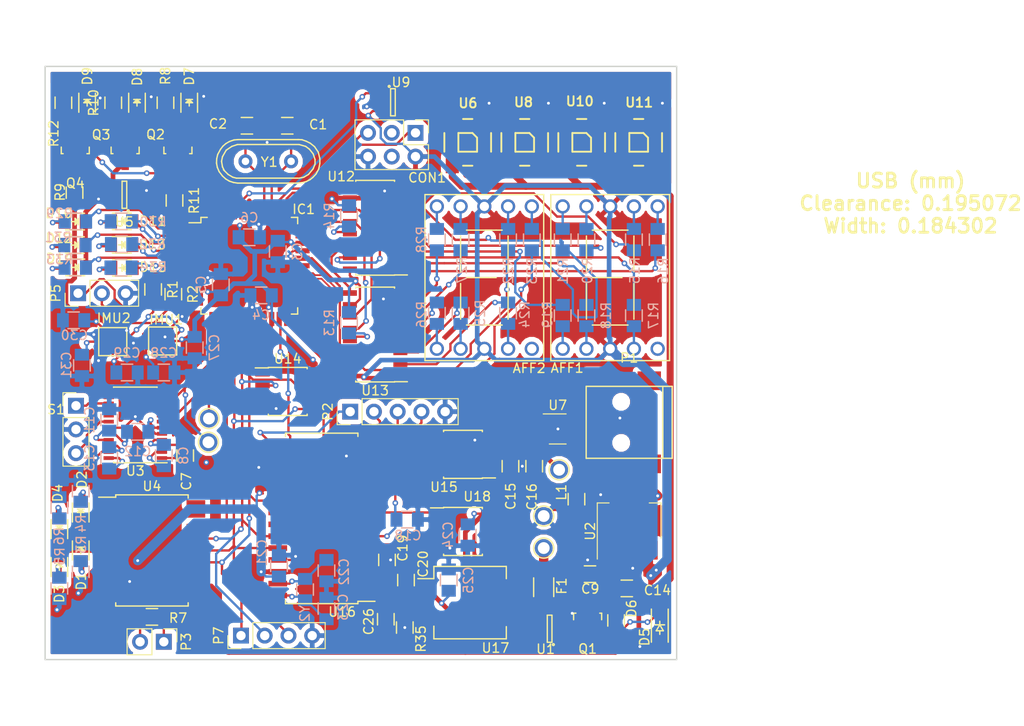
<source format=kicad_pcb>
(kicad_pcb (version 4) (host pcbnew 4.0.5)
  (layers (0 F.Cu signal) (31 B.Cu signal) (34 B.Paste user) (35 F.Paste user) (36 B.SilkS user) (37 F.SilkS user) (38 B.Mask user) (39 F.Mask user) (44 Edge.Cuts user))
  (net 0 "")
  (net 1 "Net-(C1-Pad1)")
  (net 2 GND)
  (net 3 "Net-(C2-Pad1)")
  (net 4 +3V3)
  (net 5 "Net-(C7-Pad1)")
  (net 6 "Net-(C8-Pad1)")
  (net 7 "Net-(C8-Pad2)")
  (net 8 +5V)
  (net 9 "Net-(C11-Pad2)")
  (net 10 "Net-(C12-Pad1)")
  (net 11 "Net-(C12-Pad2)")
  (net 12 "Net-(C13-Pad1)")
  (net 13 "Net-(C13-Pad2)")
  (net 14 "Net-(CON1-Pad1)")
  (net 15 "Net-(CON1-Pad5)")
  (net 16 "Net-(D1-Pad2)")
  (net 17 "Net-(D1-Pad1)")
  (net 18 "Net-(D2-Pad1)")
  (net 19 "Net-(D3-Pad2)")
  (net 20 "Net-(D3-Pad1)")
  (net 21 "Net-(D4-Pad1)")
  (net 22 "Net-(D7-Pad2)")
  (net 23 "Net-(D8-Pad2)")
  (net 24 "Net-(D9-Pad2)")
  (net 25 "Net-(D10-Pad2)")
  (net 26 "Net-(D11-Pad2)")
  (net 27 "Net-(D12-Pad2)")
  (net 28 "Net-(F1-Pad1)")
  (net 29 "Net-(F1-Pad2)")
  (net 30 /LED2)
  (net 31 /LED3)
  (net 32 /~FLASH_CS)
  (net 33 /SR_RCLK)
  (net 34 /SR_SER)
  (net 35 /SDA)
  (net 36 /SCL)
  (net 37 /MCU_RX)
  (net 38 /MCU_TX)
  (net 39 /~CAN_CS)
  (net 40 /SPIC_MOSI)
  (net 41 /SPIC_MISO)
  (net 42 /SPIC_SCK)
  (net 43 /PD_3)
  (net 44 /USB_D-)
  (net 45 /USB_D+)
  (net 46 /CURR_SENSE)
  (net 47 /LED1)
  (net 48 "Net-(L1-Pad2)")
  (net 49 /CANH)
  (net 50 /CANL)
  (net 51 "Net-(Q1-Pad2)")
  (net 52 "Net-(Q2-Pad1)")
  (net 53 "Net-(Q2-Pad3)")
  (net 54 "Net-(Q3-Pad3)")
  (net 55 "Net-(Q4-Pad3)")
  (net 56 "Net-(R13-Pad2)")
  (net 57 "Net-(R14-Pad2)")
  (net 58 "Net-(AFF1-Pad7)")
  (net 59 "Net-(R15-Pad2)")
  (net 60 "Net-(AFF1-Pad6)")
  (net 61 "Net-(R16-Pad2)")
  (net 62 "Net-(AFF1-Pad4)")
  (net 63 "Net-(R17-Pad2)")
  (net 64 "Net-(AFF1-Pad2)")
  (net 65 "Net-(R18-Pad2)")
  (net 66 "Net-(AFF1-Pad1)")
  (net 67 "Net-(R19-Pad2)")
  (net 68 "Net-(AFF1-Pad9)")
  (net 69 "Net-(R20-Pad2)")
  (net 70 "Net-(AFF1-Pad10)")
  (net 71 "Net-(R21-Pad2)")
  (net 72 "Net-(AFF2-Pad7)")
  (net 73 "Net-(R22-Pad2)")
  (net 74 "Net-(AFF2-Pad6)")
  (net 75 "Net-(R23-Pad2)")
  (net 76 "Net-(AFF2-Pad4)")
  (net 77 "Net-(R24-Pad2)")
  (net 78 "Net-(AFF2-Pad2)")
  (net 79 "Net-(R25-Pad2)")
  (net 80 "Net-(AFF2-Pad1)")
  (net 81 "Net-(R26-Pad2)")
  (net 82 "Net-(AFF2-Pad9)")
  (net 83 "Net-(R27-Pad2)")
  (net 84 "Net-(AFF2-Pad10)")
  (net 85 "Net-(R28-Pad2)")
  (net 86 /Serial_Rx)
  (net 87 /Serial_Tx)
  (net 88 "Net-(U6-Pad2)")
  (net 89 "Net-(U10-Pad4)")
  (net 90 "Net-(U10-Pad2)")
  (net 91 /SR_SRCLK)
  (net 92 /SR2_SER)
  (net 93 +12V)
  (net 94 "Net-(C17-Pad1)")
  (net 95 /Vpressure)
  (net 96 /Vtemp)
  (net 97 "Net-(C22-Pad2)")
  (net 98 "Net-(C23-Pad2)")
  (net 99 "Net-(C31-Pad1)")
  (net 100 "Net-(D5-Pad1)")
  (net 101 /ADC1)
  (net 102 /ADC2)
  (net 103 /ADC3)
  (net 104 /ADC4)
  (net 105 /~ADC_CS)
  (net 106 /PD_1)
  (net 107 /PD_2)
  (net 108 /ADC_RDY)
  (net 109 /LED_DIN_3.3V)
  (net 110 /LED_DIN_5V)
  (net 111 "Net-(D13-Pad2)")
  (net 112 "Net-(D14-Pad2)")
  (net 113 "Net-(D15-Pad2)")
  (net 114 /LED4)
  (net 115 /LED5)
  (net 116 /LED6)
  (module atxmega:7seg_SC56-11SRWA (layer F.Cu) (at 121.158 41.402)
    (fp_text reference AFF2 (at 9.8806 17.3228) (layer F.SilkS))
    (fp_text value 7SEGMENTS)
    (pad 10 thru_hole circle (at 0 0) (size 1.524 1.524) (drill 1) (layers *.Cu *.Mask) (net 84 "Net-(AFF2-Pad10)"))
    (pad 9 thru_hole circle (at 2.54 0) (size 1.524 1.524) (drill 1) (layers *.Cu *.Mask) (net 82 "Net-(AFF2-Pad9)"))
    (pad 8 thru_hole circle (at 5.08 0) (size 1.524 1.524) (drill 1) (layers *.Cu *.Mask) (net 4 +3V3))
    (pad 7 thru_hole circle (at 7.62 0) (size 1.524 1.524) (drill 1) (layers *.Cu *.Mask) (net 72 "Net-(AFF2-Pad7)"))
    (pad 6 thru_hole circle (at 10.16 0) (size 1.524 1.524) (drill 1) (layers *.Cu *.Mask) (net 74 "Net-(AFF2-Pad6)"))
    (pad 1 thru_hole circle (at 0 15.24) (size 1.524 1.524) (drill 1) (layers *.Cu *.Mask) (net 80 "Net-(AFF2-Pad1)"))
    (pad 2 thru_hole circle (at 2.54 15.24) (size 1.524 1.524) (drill 1) (layers *.Cu *.Mask) (net 78 "Net-(AFF2-Pad2)"))
    (pad 3 thru_hole circle (at 5.08 15.24) (size 1.524 1.524) (drill 1) (layers *.Cu *.Mask) (net 4 +3V3))
    (pad 4 thru_hole circle (at 7.62 15.24) (size 1.524 1.524) (drill 1) (layers *.Cu *.Mask) (net 76 "Net-(AFF2-Pad4)"))
    (pad 5 thru_hole circle (at 10.16 15.24) (size 1.524 1.524) (drill 1) (layers *.Cu *.Mask))
  )
  (module Housings_SOIC:SOIC-16_3.9x9.9mm_Pitch1.27mm (layer F.Cu) (at 114.554 43.688 180)
    (fp_text reference U12 (at 3.6322 5.4864 180) (layer F.SilkS))
    (fp_text value 74HC595_F)
    (pad 1 smd rect (at -2.7 -4.445 180) (size 1.5 0.6) (layers F.Cu F.Paste F.Mask) (net 61 "Net-(R16-Pad2)"))
    (pad 2 smd rect (at -2.7 -3.175 180) (size 1.5 0.6) (layers F.Cu F.Paste F.Mask) (net 63 "Net-(R17-Pad2)"))
    (pad 3 smd rect (at -2.7 -1.905 180) (size 1.5 0.6) (layers F.Cu F.Paste F.Mask) (net 65 "Net-(R18-Pad2)"))
    (pad 4 smd rect (at -2.7 -0.635 180) (size 1.5 0.6) (layers F.Cu F.Paste F.Mask) (net 67 "Net-(R19-Pad2)"))
    (pad 5 smd rect (at -2.7 0.635 180) (size 1.5 0.6) (layers F.Cu F.Paste F.Mask) (net 69 "Net-(R20-Pad2)"))
    (pad 6 smd rect (at -2.7 1.905 180) (size 1.5 0.6) (layers F.Cu F.Paste F.Mask) (net 71 "Net-(R21-Pad2)"))
    (pad 7 smd rect (at -2.7 3.175 180) (size 1.5 0.6) (layers F.Cu F.Paste F.Mask))
    (pad 8 smd rect (at -2.7 4.445 180) (size 1.5 0.6) (layers F.Cu F.Paste F.Mask) (net 2 GND))
    (pad 9 smd rect (at 2.7 4.445 180) (size 1.5 0.6) (layers F.Cu F.Paste F.Mask))
    (pad 10 smd rect (at 2.7 3.175 180) (size 1.5 0.6) (layers F.Cu F.Paste F.Mask) (net 4 +3V3))
    (pad 11 smd rect (at 2.7 1.905 180) (size 1.5 0.6) (layers F.Cu F.Paste F.Mask) (net 91 /SR_SRCLK))
    (pad 12 smd rect (at 2.7 0.635 180) (size 1.5 0.6) (layers F.Cu F.Paste F.Mask) (net 33 /SR_RCLK))
    (pad 13 smd rect (at 2.7 -0.635 180) (size 1.5 0.6) (layers F.Cu F.Paste F.Mask) (net 57 "Net-(R14-Pad2)"))
    (pad 14 smd rect (at 2.7 -1.905 180) (size 1.5 0.6) (layers F.Cu F.Paste F.Mask) (net 92 /SR2_SER))
    (pad 15 smd rect (at 2.7 -3.175 180) (size 1.5 0.6) (layers F.Cu F.Paste F.Mask) (net 59 "Net-(R15-Pad2)"))
    (pad 16 smd rect (at 2.7 -4.445 180) (size 1.5 0.6) (layers F.Cu F.Paste F.Mask) (net 4 +3V3))
  )
  (module Housings_SOIC:SOIC-16_3.9x9.9mm_Pitch1.27mm (layer F.Cu) (at 114.554 55.118 180)
    (fp_text reference U13 (at 0 -6 180) (layer F.SilkS))
    (fp_text value 74HC595_F)
    (pad 1 smd rect (at -2.7 -4.445 180) (size 1.5 0.6) (layers F.Cu F.Paste F.Mask) (net 75 "Net-(R23-Pad2)"))
    (pad 2 smd rect (at -2.7 -3.175 180) (size 1.5 0.6) (layers F.Cu F.Paste F.Mask) (net 77 "Net-(R24-Pad2)"))
    (pad 3 smd rect (at -2.7 -1.905 180) (size 1.5 0.6) (layers F.Cu F.Paste F.Mask) (net 79 "Net-(R25-Pad2)"))
    (pad 4 smd rect (at -2.7 -0.635 180) (size 1.5 0.6) (layers F.Cu F.Paste F.Mask) (net 81 "Net-(R26-Pad2)"))
    (pad 5 smd rect (at -2.7 0.635 180) (size 1.5 0.6) (layers F.Cu F.Paste F.Mask) (net 83 "Net-(R27-Pad2)"))
    (pad 6 smd rect (at -2.7 1.905 180) (size 1.5 0.6) (layers F.Cu F.Paste F.Mask) (net 85 "Net-(R28-Pad2)"))
    (pad 7 smd rect (at -2.7 3.175 180) (size 1.5 0.6) (layers F.Cu F.Paste F.Mask))
    (pad 8 smd rect (at -2.7 4.445 180) (size 1.5 0.6) (layers F.Cu F.Paste F.Mask) (net 2 GND))
    (pad 9 smd rect (at 2.7 4.445 180) (size 1.5 0.6) (layers F.Cu F.Paste F.Mask) (net 92 /SR2_SER))
    (pad 10 smd rect (at 2.7 3.175 180) (size 1.5 0.6) (layers F.Cu F.Paste F.Mask) (net 4 +3V3))
    (pad 11 smd rect (at 2.7 1.905 180) (size 1.5 0.6) (layers F.Cu F.Paste F.Mask) (net 91 /SR_SRCLK))
    (pad 12 smd rect (at 2.7 0.635 180) (size 1.5 0.6) (layers F.Cu F.Paste F.Mask) (net 33 /SR_RCLK))
    (pad 13 smd rect (at 2.7 -0.635 180) (size 1.5 0.6) (layers F.Cu F.Paste F.Mask) (net 56 "Net-(R13-Pad2)"))
    (pad 14 smd rect (at 2.7 -1.905 180) (size 1.5 0.6) (layers F.Cu F.Paste F.Mask) (net 34 /SR_SER))
    (pad 15 smd rect (at 2.7 -3.175 180) (size 1.5 0.6) (layers F.Cu F.Paste F.Mask) (net 73 "Net-(R22-Pad2)"))
    (pad 16 smd rect (at 2.7 -4.445 180) (size 1.5 0.6) (layers F.Cu F.Paste F.Mask) (net 4 +3V3))
  )
  (module Housings_QFP:TQFP-44_10x10mm_Pitch0.8mm (layer F.Cu) (at 101.092 47.752)
    (fp_text reference IC1 (at 5.8166 -6.0452) (layer F.SilkS))
    (fp_text value ATXMEGA32A4U-A)
    (pad 1 smd rect (at -5.7 -4) (size 1.5 0.55) (layers F.Cu F.Paste F.Mask) (net 47 /LED1))
    (pad 2 smd rect (at -5.7 -3.2) (size 1.5 0.55) (layers F.Cu F.Paste F.Mask) (net 30 /LED2))
    (pad 3 smd rect (at -5.7 -2.4) (size 1.5 0.55) (layers F.Cu F.Paste F.Mask) (net 31 /LED3))
    (pad 4 smd rect (at -5.7 -1.6) (size 1.5 0.55) (layers F.Cu F.Paste F.Mask) (net 114 /LED4))
    (pad 5 smd rect (at -5.7 -0.8) (size 1.5 0.55) (layers F.Cu F.Paste F.Mask) (net 115 /LED5))
    (pad 6 smd rect (at -5.7 0) (size 1.5 0.55) (layers F.Cu F.Paste F.Mask) (net 116 /LED6))
    (pad 7 smd rect (at -5.7 0.8) (size 1.5 0.55) (layers F.Cu F.Paste F.Mask))
    (pad 8 smd rect (at -5.7 1.6) (size 1.5 0.55) (layers F.Cu F.Paste F.Mask) (net 2 GND))
    (pad 9 smd rect (at -5.7 2.4) (size 1.5 0.55) (layers F.Cu F.Paste F.Mask) (net 4 +3V3))
    (pad 10 smd rect (at -5.7 3.2) (size 1.5 0.55) (layers F.Cu F.Paste F.Mask) (net 35 /SDA))
    (pad 11 smd rect (at -5.7 4) (size 1.5 0.55) (layers F.Cu F.Paste F.Mask) (net 36 /SCL))
    (pad 12 smd rect (at -4 5.7 90) (size 1.5 0.55) (layers F.Cu F.Paste F.Mask) (net 37 /MCU_RX))
    (pad 13 smd rect (at -3.2 5.7 90) (size 1.5 0.55) (layers F.Cu F.Paste F.Mask) (net 38 /MCU_TX))
    (pad 14 smd rect (at -2.4 5.7 90) (size 1.5 0.55) (layers F.Cu F.Paste F.Mask) (net 39 /~CAN_CS))
    (pad 15 smd rect (at -1.6 5.7 90) (size 1.5 0.55) (layers F.Cu F.Paste F.Mask) (net 40 /SPIC_MOSI))
    (pad 16 smd rect (at -0.8 5.7 90) (size 1.5 0.55) (layers F.Cu F.Paste F.Mask) (net 41 /SPIC_MISO))
    (pad 17 smd rect (at 0 5.7 90) (size 1.5 0.55) (layers F.Cu F.Paste F.Mask) (net 42 /SPIC_SCK))
    (pad 18 smd rect (at 0.8 5.7 90) (size 1.5 0.55) (layers F.Cu F.Paste F.Mask) (net 2 GND))
    (pad 19 smd rect (at 1.6 5.7 90) (size 1.5 0.55) (layers F.Cu F.Paste F.Mask) (net 4 +3V3))
    (pad 20 smd rect (at 2.4 5.7 90) (size 1.5 0.55) (layers F.Cu F.Paste F.Mask) (net 32 /~FLASH_CS))
    (pad 21 smd rect (at 3.2 5.7 90) (size 1.5 0.55) (layers F.Cu F.Paste F.Mask) (net 105 /~ADC_CS))
    (pad 22 smd rect (at 4 5.7 90) (size 1.5 0.55) (layers F.Cu F.Paste F.Mask) (net 108 /ADC_RDY))
    (pad 23 smd rect (at 5.7 4) (size 1.5 0.55) (layers F.Cu F.Paste F.Mask))
    (pad 24 smd rect (at 5.7 3.2) (size 1.5 0.55) (layers F.Cu F.Paste F.Mask))
    (pad 25 smd rect (at 5.7 2.4) (size 1.5 0.55) (layers F.Cu F.Paste F.Mask))
    (pad 26 smd rect (at 5.7 1.6) (size 1.5 0.55) (layers F.Cu F.Paste F.Mask) (net 44 /USB_D-))
    (pad 27 smd rect (at 5.7 0.8) (size 1.5 0.55) (layers F.Cu F.Paste F.Mask) (net 45 /USB_D+))
    (pad 28 smd rect (at 5.7 0) (size 1.5 0.55) (layers F.Cu F.Paste F.Mask))
    (pad 29 smd rect (at 5.7 -0.8) (size 1.5 0.55) (layers F.Cu F.Paste F.Mask) (net 34 /SR_SER))
    (pad 30 smd rect (at 5.7 -1.6) (size 1.5 0.55) (layers F.Cu F.Paste F.Mask) (net 2 GND))
    (pad 31 smd rect (at 5.7 -2.4) (size 1.5 0.55) (layers F.Cu F.Paste F.Mask) (net 4 +3V3))
    (pad 32 smd rect (at 5.7 -3.2) (size 1.5 0.55) (layers F.Cu F.Paste F.Mask) (net 33 /SR_RCLK))
    (pad 33 smd rect (at 5.7 -4) (size 1.5 0.55) (layers F.Cu F.Paste F.Mask) (net 91 /SR_SRCLK))
    (pad 34 smd rect (at 4 -5.7 90) (size 1.5 0.55) (layers F.Cu F.Paste F.Mask) (net 14 "Net-(CON1-Pad1)"))
    (pad 35 smd rect (at 3.2 -5.7 90) (size 1.5 0.55) (layers F.Cu F.Paste F.Mask) (net 15 "Net-(CON1-Pad5)"))
    (pad 36 smd rect (at 2.4 -5.7 90) (size 1.5 0.55) (layers F.Cu F.Paste F.Mask) (net 1 "Net-(C1-Pad1)"))
    (pad 37 smd rect (at 1.6 -5.7 90) (size 1.5 0.55) (layers F.Cu F.Paste F.Mask) (net 3 "Net-(C2-Pad1)"))
    (pad 38 smd rect (at 0.8 -5.7 90) (size 1.5 0.55) (layers F.Cu F.Paste F.Mask) (net 2 GND))
    (pad 39 smd rect (at 0 -5.7 90) (size 1.5 0.55) (layers F.Cu F.Paste F.Mask) (net 4 +3V3))
    (pad 40 smd rect (at -0.8 -5.7 90) (size 1.5 0.55) (layers F.Cu F.Paste F.Mask) (net 109 /LED_DIN_3.3V))
    (pad 41 smd rect (at -1.6 -5.7 90) (size 1.5 0.55) (layers F.Cu F.Paste F.Mask) (net 106 /PD_1))
    (pad 42 smd rect (at -2.4 -5.7 90) (size 1.5 0.55) (layers F.Cu F.Paste F.Mask) (net 107 /PD_2))
    (pad 43 smd rect (at -3.2 -5.7 90) (size 1.5 0.55) (layers F.Cu F.Paste F.Mask) (net 43 /PD_3))
    (pad 44 smd rect (at -4 -5.7 90) (size 1.5 0.55) (layers F.Cu F.Paste F.Mask) (net 46 /CURR_SENSE))
  )
  (module atxmega:SOT-23-3_Handsoldering (layer F.Cu) (at 87.8078 35.10534 180)
    (fp_text reference Q3 (at 2.5654 1.37414 180) (layer F.SilkS))
    (fp_text value NMOS)
    (pad 2 smd rect (at -0.95 1.50114 180) (size 0.8001 1.80086) (layers F.Cu F.Paste F.Mask) (net 107 /PD_2))
    (pad 3 smd rect (at 0.95 1.50114 180) (size 0.8001 1.80086) (layers F.Cu F.Paste F.Mask) (net 54 "Net-(Q3-Pad3)"))
    (pad 1 smd rect (at 0 -1.50114 180) (size 0.8001 1.80086) (layers F.Cu F.Paste F.Mask) (net 52 "Net-(Q2-Pad1)"))
  )
  (module Connectors:USB_Mini-B (layer F.Cu) (at 141.732 64.516 180)
    (fp_text reference P1 (at 0 6.90118 180) (layer F.SilkS))
    (fp_text value USB_OTG)
    (pad 1 smd rect (at 3.44932 -1.6002 180) (size 2.30124 0.50038) (layers F.Cu F.Paste F.Mask))
    (pad 2 smd rect (at 3.44932 -0.8001 180) (size 2.30124 0.50038) (layers F.Cu F.Paste F.Mask) (net 44 /USB_D-))
    (pad 3 smd rect (at 3.44932 0 180) (size 2.30124 0.50038) (layers F.Cu F.Paste F.Mask) (net 45 /USB_D+))
    (pad 4 smd rect (at 3.44932 0.8001 180) (size 2.30124 0.50038) (layers F.Cu F.Paste F.Mask))
    (pad 5 smd rect (at 3.44932 1.6002 180) (size 2.30124 0.50038) (layers F.Cu F.Paste F.Mask) (net 2 GND))
    (pad 6 smd rect (at 3.35026 -4.45008 180) (size 2.49936 1.99898) (layers F.Cu F.Paste F.Mask) (net 48 "Net-(L1-Pad2)"))
    (pad 6 smd rect (at -2.14884 -4.45008 180) (size 2.49936 1.99898) (layers F.Cu F.Paste F.Mask) (net 48 "Net-(L1-Pad2)"))
    (pad 6 smd rect (at 3.35026 4.45008 180) (size 2.49936 1.99898) (layers F.Cu F.Paste F.Mask) (net 48 "Net-(L1-Pad2)"))
    (pad 6 smd rect (at -2.14884 4.45008 180) (size 2.49936 1.99898) (layers F.Cu F.Paste F.Mask) (net 48 "Net-(L1-Pad2)"))
    (pad "" np_thru_hole circle (at 0.8509 -2.19964 180) (size 0.89916 0.89916) (drill 0.89916) (layers *.Cu *.Mask))
    (pad "" np_thru_hole circle (at 0.8509 2.19964 180) (size 0.89916 0.89916) (drill 0.89916) (layers *.Cu *.Mask))
  )
  (module TO_SOT_Packages_SMD:SOT-23-6 (layer F.Cu) (at 134.0866 65.2272)
    (fp_text reference U7 (at 0 -2.54) (layer F.SilkS))
    (fp_text value SN65220)
    (pad 1 smd rect (at -1.1 -0.95) (size 1.06 0.65) (layers F.Cu F.Paste F.Mask) (net 45 /USB_D+))
    (pad 2 smd rect (at -1.1 0) (size 1.06 0.65) (layers F.Cu F.Paste F.Mask) (net 2 GND))
    (pad 3 smd rect (at -1.1 0.95) (size 1.06 0.65) (layers F.Cu F.Paste F.Mask) (net 44 /USB_D-))
    (pad 4 smd rect (at 1.1 0.95) (size 1.06 0.65) (layers F.Cu F.Paste F.Mask) (net 44 /USB_D-))
    (pad 6 smd rect (at 1.1 -0.95) (size 1.06 0.65) (layers F.Cu F.Paste F.Mask) (net 45 /USB_D+))
    (pad 5 smd rect (at 1.1 0) (size 1.06 0.65) (layers F.Cu F.Paste F.Mask) (net 2 GND))
  )
  (module Housings_SOIC:SOIC-18W_7.5x11.6mm_Pitch1.27mm (layer F.Cu) (at 90.678 78.232)
    (fp_text reference U4 (at 0 -6.875) (layer F.SilkS))
    (fp_text value HI-3110)
    (pad 1 smd rect (at -4.7 -5.08) (size 2 0.6) (layers F.Cu F.Paste F.Mask) (net 4 +3V3))
    (pad 2 smd rect (at -4.7 -3.81) (size 2 0.6) (layers F.Cu F.Paste F.Mask))
    (pad 3 smd rect (at -4.7 -2.54) (size 2 0.6) (layers F.Cu F.Paste F.Mask))
    (pad 4 smd rect (at -4.7 -1.27) (size 2 0.6) (layers F.Cu F.Paste F.Mask) (net 17 "Net-(D1-Pad1)"))
    (pad 5 smd rect (at -4.7 0) (size 2 0.6) (layers F.Cu F.Paste F.Mask) (net 20 "Net-(D3-Pad1)"))
    (pad 6 smd rect (at -4.7 1.27) (size 2 0.6) (layers F.Cu F.Paste F.Mask) (net 4 +3V3))
    (pad 7 smd rect (at -4.7 2.54) (size 2 0.6) (layers F.Cu F.Paste F.Mask))
    (pad 8 smd rect (at -4.7 3.81) (size 2 0.6) (layers F.Cu F.Paste F.Mask) (net 2 GND))
    (pad 9 smd rect (at -4.7 5.08) (size 2 0.6) (layers F.Cu F.Paste F.Mask) (net 50 /CANL))
    (pad 10 smd rect (at 4.7 5.08) (size 2 0.6) (layers F.Cu F.Paste F.Mask) (net 49 /CANH))
    (pad 11 smd rect (at 4.7 3.81) (size 2 0.6) (layers F.Cu F.Paste F.Mask) (net 8 +5V))
    (pad 12 smd rect (at 4.7 2.54) (size 2 0.6) (layers F.Cu F.Paste F.Mask))
    (pad 13 smd rect (at 4.7 1.27) (size 2 0.6) (layers F.Cu F.Paste F.Mask) (net 42 /SPIC_SCK))
    (pad 14 smd rect (at 4.7 0) (size 2 0.6) (layers F.Cu F.Paste F.Mask) (net 40 /SPIC_MOSI))
    (pad 15 smd rect (at 4.7 -1.27) (size 2 0.6) (layers F.Cu F.Paste F.Mask) (net 41 /SPIC_MISO))
    (pad 16 smd rect (at 4.7 -2.54) (size 2 0.6) (layers F.Cu F.Paste F.Mask) (net 39 /~CAN_CS))
    (pad 17 smd rect (at 4.7 -3.81) (size 2 0.6) (layers F.Cu F.Paste F.Mask))
    (pad 18 smd rect (at 4.7 -5.08) (size 2 0.6) (layers F.Cu F.Paste F.Mask))
  )
  (module Housings_SOIC:SOIC-8_3.9x4.9mm_Pitch1.27mm (layer F.Cu) (at 105.2068 61.214)
    (fp_text reference U14 (at 0 -3.5) (layer F.SilkS))
    (fp_text value AT25SF041)
    (pad 1 smd rect (at -2.7 -1.905) (size 1.55 0.6) (layers F.Cu F.Paste F.Mask) (net 32 /~FLASH_CS))
    (pad 2 smd rect (at -2.7 -0.635) (size 1.55 0.6) (layers F.Cu F.Paste F.Mask) (net 41 /SPIC_MISO))
    (pad 3 smd rect (at -2.7 0.635) (size 1.55 0.6) (layers F.Cu F.Paste F.Mask))
    (pad 4 smd rect (at -2.7 1.905) (size 1.55 0.6) (layers F.Cu F.Paste F.Mask) (net 2 GND))
    (pad 5 smd rect (at 2.7 1.905) (size 1.55 0.6) (layers F.Cu F.Paste F.Mask) (net 40 /SPIC_MOSI))
    (pad 6 smd rect (at 2.7 0.635) (size 1.55 0.6) (layers F.Cu F.Paste F.Mask) (net 42 /SPIC_SCK))
    (pad 7 smd rect (at 2.7 -0.635) (size 1.55 0.6) (layers F.Cu F.Paste F.Mask))
    (pad 8 smd rect (at 2.7 -1.905) (size 1.55 0.6) (layers F.Cu F.Paste F.Mask) (net 4 +3V3))
  )
  (module atxmega:C_0805 (layer F.Cu) (at 105.156 32.766 180)
    (fp_text reference C1 (at -3.302 0.127 180) (layer F.SilkS))
    (fp_text value 18pF)
    (pad 1 smd rect (at -1.143 0 180) (size 1.27 1.524) (layers F.Cu F.Paste F.Mask) (net 1 "Net-(C1-Pad1)"))
    (pad 2 smd rect (at 1.143 0 180) (size 1.27 1.524) (layers F.Cu F.Paste F.Mask) (net 2 GND))
  )
  (module atxmega:C_0805 (layer F.Cu) (at 100.838 32.766)
    (fp_text reference C2 (at -3.0988 -0.2032) (layer F.SilkS))
    (fp_text value 18pF)
    (pad 1 smd rect (at -1.143 0) (size 1.27 1.524) (layers F.Cu F.Paste F.Mask) (net 3 "Net-(C2-Pad1)"))
    (pad 2 smd rect (at 1.143 0) (size 1.27 1.524) (layers F.Cu F.Paste F.Mask) (net 2 GND))
  )
  (module atxmega:C_0805 (layer B.Cu) (at 104.14 46.228 90)
    (fp_text reference C3 (at 0 2.1 90) (layer B.SilkS) (effects (justify mirror)))
    (fp_text value 0.1uF)
    (pad 1 smd rect (at -1.143 0 90) (size 1.27 1.524) (layers B.Cu B.Paste B.Mask) (net 2 GND))
    (pad 2 smd rect (at 1.143 0 90) (size 1.27 1.524) (layers B.Cu B.Paste B.Mask) (net 4 +3V3))
  )
  (module atxmega:C_0805 (layer B.Cu) (at 102.362 50.927)
    (fp_text reference C4 (at 0 2.1) (layer B.SilkS) (effects (justify mirror)))
    (fp_text value 0.1uF)
    (pad 1 smd rect (at -1.143 0) (size 1.27 1.524) (layers B.Cu B.Paste B.Mask) (net 2 GND))
    (pad 2 smd rect (at 1.143 0) (size 1.27 1.524) (layers B.Cu B.Paste B.Mask) (net 4 +3V3))
  )
  (module atxmega:C_0805 (layer B.Cu) (at 98.044 49.784 270)
    (fp_text reference C5 (at 0 2.1 270) (layer B.SilkS) (effects (justify mirror)))
    (fp_text value 0.1uF)
    (pad 1 smd rect (at -1.143 0 270) (size 1.27 1.524) (layers B.Cu B.Paste B.Mask) (net 2 GND))
    (pad 2 smd rect (at 1.143 0 270) (size 1.27 1.524) (layers B.Cu B.Paste B.Mask) (net 4 +3V3))
  )
  (module atxmega:C_0805 (layer B.Cu) (at 101.092 44.704 180)
    (fp_text reference C6 (at 0 2.1 180) (layer B.SilkS) (effects (justify mirror)))
    (fp_text value 0.1uF)
    (pad 1 smd rect (at -1.143 0 180) (size 1.27 1.524) (layers B.Cu B.Paste B.Mask) (net 2 GND))
    (pad 2 smd rect (at 1.143 0 180) (size 1.27 1.524) (layers B.Cu B.Paste B.Mask) (net 4 +3V3))
  )
  (module atxmega:C_0805 (layer F.Cu) (at 94.234 68.072 90)
    (fp_text reference C7 (at -2.7686 0.127 90) (layer F.SilkS))
    (fp_text value 0.1uF)
    (pad 1 smd rect (at -1.143 0 90) (size 1.27 1.524) (layers F.Cu F.Paste F.Mask) (net 5 "Net-(C7-Pad1)"))
    (pad 2 smd rect (at 1.143 0 90) (size 1.27 1.524) (layers F.Cu F.Paste F.Mask) (net 4 +3V3))
  )
  (module atxmega:C_0805 (layer B.Cu) (at 91.948 68.072 90)
    (fp_text reference C8 (at 0 2.1 90) (layer B.SilkS) (effects (justify mirror)))
    (fp_text value 0.1uF)
    (pad 1 smd rect (at -1.143 0 90) (size 1.27 1.524) (layers B.Cu B.Paste B.Mask) (net 6 "Net-(C8-Pad1)"))
    (pad 2 smd rect (at 1.143 0 90) (size 1.27 1.524) (layers B.Cu B.Paste B.Mask) (net 7 "Net-(C8-Pad2)"))
  )
  (module atxmega:C_0805 (layer F.Cu) (at 137.541 80.772 180)
    (fp_text reference C9 (at -0.0254 -1.5748 180) (layer F.SilkS))
    (fp_text value 0.47uF)
    (pad 1 smd rect (at -1.143 0 180) (size 1.27 1.524) (layers F.Cu F.Paste F.Mask) (net 8 +5V))
    (pad 2 smd rect (at 1.143 0 180) (size 1.27 1.524) (layers F.Cu F.Paste F.Mask) (net 2 GND))
  )
  (module atxmega:C_0805 (layer B.Cu) (at 86.106 64.262 270)
    (fp_text reference C11 (at 0 2.1 270) (layer B.SilkS) (effects (justify mirror)))
    (fp_text value 0.1uF)
    (pad 1 smd rect (at -1.143 0 270) (size 1.27 1.524) (layers B.Cu B.Paste B.Mask) (net 2 GND))
    (pad 2 smd rect (at 1.143 0 270) (size 1.27 1.524) (layers B.Cu B.Paste B.Mask) (net 9 "Net-(C11-Pad2)"))
  )
  (module atxmega:C_0805 (layer B.Cu) (at 89.154 65.532)
    (fp_text reference C12 (at 0 2.1) (layer B.SilkS) (effects (justify mirror)))
    (fp_text value 0.1uF)
    (pad 1 smd rect (at -1.143 0) (size 1.27 1.524) (layers B.Cu B.Paste B.Mask) (net 10 "Net-(C12-Pad1)"))
    (pad 2 smd rect (at 1.143 0) (size 1.27 1.524) (layers B.Cu B.Paste B.Mask) (net 11 "Net-(C12-Pad2)"))
  )
  (module atxmega:C_0805 (layer B.Cu) (at 86.106 68.326 270)
    (fp_text reference C13 (at 0 2.1 270) (layer B.SilkS) (effects (justify mirror)))
    (fp_text value 0.1uF)
    (pad 1 smd rect (at -1.143 0 270) (size 1.27 1.524) (layers B.Cu B.Paste B.Mask) (net 12 "Net-(C13-Pad1)"))
    (pad 2 smd rect (at 1.143 0 270) (size 1.27 1.524) (layers B.Cu B.Paste B.Mask) (net 13 "Net-(C13-Pad2)"))
  )
  (module atxmega:C_0805 (layer F.Cu) (at 141.478 82.296)
    (fp_text reference C14 (at 3.2766 0.2032) (layer F.SilkS))
    (fp_text value 0.1uF)
    (pad 1 smd rect (at -1.143 0) (size 1.27 1.524) (layers F.Cu F.Paste F.Mask) (net 8 +5V))
    (pad 2 smd rect (at 1.143 0) (size 1.27 1.524) (layers F.Cu F.Paste F.Mask) (net 2 GND))
  )
  (module atxmega:C_0805 (layer F.Cu) (at 129.032 69.215 270)
    (fp_text reference C15 (at 3.2258 -0.0254 450) (layer F.SilkS))
    (fp_text value 10uF)
    (pad 1 smd rect (at -1.143 0 270) (size 1.27 1.524) (layers F.Cu F.Paste F.Mask) (net 93 +12V))
    (pad 2 smd rect (at 1.143 0 270) (size 1.27 1.524) (layers F.Cu F.Paste F.Mask) (net 2 GND))
  )
  (module atxmega:C_0805 (layer F.Cu) (at 131.572 69.215 270)
    (fp_text reference C16 (at 3.2766 0.254 270) (layer F.SilkS))
    (fp_text value 0.1uF)
    (pad 1 smd rect (at -1.143 0 270) (size 1.27 1.524) (layers F.Cu F.Paste F.Mask) (net 93 +12V))
    (pad 2 smd rect (at 1.143 0 270) (size 1.27 1.524) (layers F.Cu F.Paste F.Mask) (net 2 GND))
  )
  (module Pin_Headers:Pin_Header_Straight_2x03_Pitch2.54mm (layer F.Cu) (at 118.872 33.528 270)
    (fp_text reference CON1 (at 4.8006 -1.2446 360) (layer F.SilkS))
    (fp_text value AVR-PDI-6)
    (pad 1 thru_hole rect (at 0 0 270) (size 1.7 1.7) (drill 1) (layers *.Cu *.Mask) (net 14 "Net-(CON1-Pad1)"))
    (pad 2 thru_hole oval (at 2.54 0 270) (size 1.7 1.7) (drill 1) (layers *.Cu *.Mask) (net 4 +3V3))
    (pad 3 thru_hole oval (at 0 2.54 270) (size 1.7 1.7) (drill 1) (layers *.Cu *.Mask))
    (pad 4 thru_hole oval (at 2.54 2.54 270) (size 1.7 1.7) (drill 1) (layers *.Cu *.Mask))
    (pad 5 thru_hole oval (at 0 5.08 270) (size 1.7 1.7) (drill 1) (layers *.Cu *.Mask) (net 15 "Net-(CON1-Pad5)"))
    (pad 6 thru_hole oval (at 2.54 5.08 270) (size 1.7 1.7) (drill 1) (layers *.Cu *.Mask) (net 2 GND))
  )
  (module atxmega:LED_0805 (layer F.Cu) (at 83.058 78.232 270)
    (fp_text reference D1 (at 3.302 -0.0508 270) (layer F.SilkS))
    (fp_text value LED)
    (pad 2 smd rect (at 1.143 0 90) (size 1.27 1.524) (layers F.Cu F.Paste F.Mask) (net 16 "Net-(D1-Pad2)"))
    (pad 1 smd rect (at -1.143 0 90) (size 1.27 1.524) (layers F.Cu F.Paste F.Mask) (net 17 "Net-(D1-Pad1)"))
  )
  (module atxmega:LED_0805 (layer F.Cu) (at 83.058 74.168 270)
    (fp_text reference D2 (at -3.5052 -0.127 270) (layer F.SilkS))
    (fp_text value LED)
    (pad 2 smd rect (at 1.143 0 90) (size 1.27 1.524) (layers F.Cu F.Paste F.Mask) (net 17 "Net-(D1-Pad1)"))
    (pad 1 smd rect (at -1.143 0 90) (size 1.27 1.524) (layers F.Cu F.Paste F.Mask) (net 18 "Net-(D2-Pad1)"))
  )
  (module atxmega:LED_0805 (layer F.Cu) (at 80.772 80.01 270)
    (fp_text reference D3 (at 2.8702 0 270) (layer F.SilkS))
    (fp_text value LED)
    (pad 2 smd rect (at 1.143 0 90) (size 1.27 1.524) (layers F.Cu F.Paste F.Mask) (net 19 "Net-(D3-Pad2)"))
    (pad 1 smd rect (at -1.143 0 90) (size 1.27 1.524) (layers F.Cu F.Paste F.Mask) (net 20 "Net-(D3-Pad1)"))
  )
  (module atxmega:LED_0805 (layer F.Cu) (at 80.772 75.946 270)
    (fp_text reference D4 (at -3.8608 0.1778 270) (layer F.SilkS))
    (fp_text value LED)
    (pad 2 smd rect (at 1.143 0 90) (size 1.27 1.524) (layers F.Cu F.Paste F.Mask) (net 20 "Net-(D3-Pad1)"))
    (pad 1 smd rect (at -1.143 0 90) (size 1.27 1.524) (layers F.Cu F.Paste F.Mask) (net 21 "Net-(D4-Pad1)"))
  )
  (module atxmega:LED_0805 (layer F.Cu) (at 94.6658 30.3022 270)
    (fp_text reference D7 (at -2.8194 0 270) (layer F.SilkS))
    (fp_text value LED)
    (pad 2 smd rect (at 1.143 0 90) (size 1.27 1.524) (layers F.Cu F.Paste F.Mask) (net 22 "Net-(D7-Pad2)"))
    (pad 1 smd rect (at -1.143 0 90) (size 1.27 1.524) (layers F.Cu F.Paste F.Mask) (net 2 GND))
  )
  (module atxmega:LED_0805 (layer F.Cu) (at 89.0778 30.3022 270)
    (fp_text reference D8 (at -2.7686 -0.0254 270) (layer F.SilkS))
    (fp_text value LED)
    (pad 2 smd rect (at 1.143 0 90) (size 1.27 1.524) (layers F.Cu F.Paste F.Mask) (net 23 "Net-(D8-Pad2)"))
    (pad 1 smd rect (at -1.143 0 90) (size 1.27 1.524) (layers F.Cu F.Paste F.Mask) (net 2 GND))
  )
  (module atxmega:LED_0805 (layer F.Cu) (at 83.7438 30.3022 270)
    (fp_text reference D9 (at -2.8448 -0.0254 270) (layer F.SilkS))
    (fp_text value LED)
    (pad 2 smd rect (at 1.143 0 90) (size 1.27 1.524) (layers F.Cu F.Paste F.Mask) (net 24 "Net-(D9-Pad2)"))
    (pad 1 smd rect (at -1.143 0 90) (size 1.27 1.524) (layers F.Cu F.Paste F.Mask) (net 2 GND))
  )
  (module atxmega:LED_0805 (layer F.Cu) (at 82.4484 43.0276 180)
    (fp_text reference D10 (at 1.7272 0.889 180) (layer F.SilkS))
    (fp_text value LED)
    (pad 2 smd rect (at 1.143 0) (size 1.27 1.524) (layers F.Cu F.Paste F.Mask) (net 25 "Net-(D10-Pad2)"))
    (pad 1 smd rect (at -1.143 0) (size 1.27 1.524) (layers F.Cu F.Paste F.Mask) (net 2 GND))
  )
  (module atxmega:LED_0805 (layer F.Cu) (at 87.4522 43.0022 180)
    (fp_text reference D11 (at -3.3274 0.0254 180) (layer F.SilkS))
    (fp_text value LED)
    (pad 2 smd rect (at 1.143 0) (size 1.27 1.524) (layers F.Cu F.Paste F.Mask) (net 26 "Net-(D11-Pad2)"))
    (pad 1 smd rect (at -1.143 0) (size 1.27 1.524) (layers F.Cu F.Paste F.Mask) (net 2 GND))
  )
  (module atxmega:LED_0805 (layer F.Cu) (at 82.423 45.5422 180)
    (fp_text reference D12 (at 1.651 0.7366 180) (layer F.SilkS))
    (fp_text value LED)
    (pad 2 smd rect (at 1.143 0) (size 1.27 1.524) (layers F.Cu F.Paste F.Mask) (net 27 "Net-(D12-Pad2)"))
    (pad 1 smd rect (at -1.143 0) (size 1.27 1.524) (layers F.Cu F.Paste F.Mask) (net 2 GND))
  )
  (module atxmega:R_1206 (layer F.Cu) (at 132.588 82.169 90)
    (fp_text reference F1 (at 0.127 1.9304 90) (layer F.SilkS))
    (fp_text value 6A)
    (pad 1 smd rect (at -1.651 0 90) (size 1.27 1.905) (layers F.Cu F.Paste F.Mask) (net 28 "Net-(F1-Pad1)"))
    (pad 2 smd rect (at 1.651 0 90) (size 1.27 1.905) (layers F.Cu F.Paste F.Mask) (net 29 "Net-(F1-Pad2)"))
  )
  (module Pin_Headers:Pin_Header_Straight_1x02_Pitch2.54mm (layer F.Cu) (at 91.948 88.011 270)
    (fp_text reference P3 (at 0 -2.39 270) (layer F.SilkS))
    (fp_text value CONN_01X02)
    (pad 1 thru_hole rect (at 0 0 270) (size 1.7 1.7) (drill 1) (layers *.Cu *.Mask) (net 49 /CANH))
    (pad 2 thru_hole oval (at 0 2.54 270) (size 1.7 1.7) (drill 1) (layers *.Cu *.Mask) (net 50 /CANL))
  )
  (module Pin_Headers:Pin_Header_Straight_1x03_Pitch2.54mm (layer F.Cu) (at 82.7786 50.6984 90)
    (fp_text reference P5 (at 0 -2.39 90) (layer F.SilkS))
    (fp_text value CONN_01X03)
    (pad 1 thru_hole rect (at 0 0 90) (size 1.7 1.7) (drill 1) (layers *.Cu *.Mask) (net 35 /SDA))
    (pad 2 thru_hole oval (at 0 2.54 90) (size 1.7 1.7) (drill 1) (layers *.Cu *.Mask) (net 36 /SCL))
    (pad 3 thru_hole oval (at 0 5.08 90) (size 1.7 1.7) (drill 1) (layers *.Cu *.Mask) (net 2 GND))
  )
  (module Pin_Headers:Pin_Header_Straight_1x04_Pitch2.54mm (layer F.Cu) (at 100.203 87.3506 90)
    (fp_text reference P7 (at 0 -2.39 90) (layer F.SilkS))
    (fp_text value CONN_01X04)
    (pad 1 thru_hole rect (at 0 0 90) (size 1.7 1.7) (drill 1) (layers *.Cu *.Mask) (net 42 /SPIC_SCK))
    (pad 2 thru_hole oval (at 0 2.54 90) (size 1.7 1.7) (drill 1) (layers *.Cu *.Mask) (net 41 /SPIC_MISO))
    (pad 3 thru_hole oval (at 0 5.08 90) (size 1.7 1.7) (drill 1) (layers *.Cu *.Mask) (net 40 /SPIC_MOSI))
    (pad 4 thru_hole oval (at 0 7.62 90) (size 1.7 1.7) (drill 1) (layers *.Cu *.Mask) (net 2 GND))
  )
  (module atxmega:R_0805 (layer F.Cu) (at 90.805 50.292 270)
    (fp_text reference R1 (at 0 -2.1 270) (layer F.SilkS))
    (fp_text value R)
    (pad 1 smd rect (at -1.143 0 270) (size 1.27 1.524) (layers F.Cu F.Paste F.Mask) (net 4 +3V3))
    (pad 2 smd rect (at 1.143 0 270) (size 1.27 1.524) (layers F.Cu F.Paste F.Mask) (net 35 /SDA))
  )
  (module atxmega:R_0805 (layer F.Cu) (at 92.964 50.8 270)
    (fp_text reference R2 (at 0 -2.1 270) (layer F.SilkS))
    (fp_text value R)
    (pad 1 smd rect (at -1.143 0 270) (size 1.27 1.524) (layers F.Cu F.Paste F.Mask) (net 4 +3V3))
    (pad 2 smd rect (at 1.143 0 270) (size 1.27 1.524) (layers F.Cu F.Paste F.Mask) (net 36 /SCL))
  )
  (module atxmega:R_0805 (layer B.Cu) (at 83.058 80.518 90)
    (fp_text reference R3 (at 2.921 0.0508 90) (layer B.SilkS) (effects (justify mirror)))
    (fp_text value 330)
    (pad 1 smd rect (at -1.143 0 90) (size 1.27 1.524) (layers B.Cu B.Paste B.Mask) (net 4 +3V3))
    (pad 2 smd rect (at 1.143 0 90) (size 1.27 1.524) (layers B.Cu B.Paste B.Mask) (net 16 "Net-(D1-Pad2)"))
  )
  (module atxmega:R_0805 (layer B.Cu) (at 83.058 71.882 270)
    (fp_text reference R4 (at 3.4798 -0.0254 270) (layer B.SilkS) (effects (justify mirror)))
    (fp_text value 330)
    (pad 1 smd rect (at -1.143 0 270) (size 1.27 1.524) (layers B.Cu B.Paste B.Mask) (net 2 GND))
    (pad 2 smd rect (at 1.143 0 270) (size 1.27 1.524) (layers B.Cu B.Paste B.Mask) (net 18 "Net-(D2-Pad1)"))
  )
  (module atxmega:R_0805 (layer B.Cu) (at 80.772 82.296 90)
    (fp_text reference R5 (at 3.429 0.0508 90) (layer B.SilkS) (effects (justify mirror)))
    (fp_text value 330)
    (pad 1 smd rect (at -1.143 0 90) (size 1.27 1.524) (layers B.Cu B.Paste B.Mask) (net 4 +3V3))
    (pad 2 smd rect (at 1.143 0 90) (size 1.27 1.524) (layers B.Cu B.Paste B.Mask) (net 19 "Net-(D3-Pad2)"))
  )
  (module atxmega:R_0805 (layer B.Cu) (at 80.772 73.66 270)
    (fp_text reference R6 (at 3.048 0.0254 270) (layer B.SilkS) (effects (justify mirror)))
    (fp_text value 330)
    (pad 1 smd rect (at -1.143 0 270) (size 1.27 1.524) (layers B.Cu B.Paste B.Mask) (net 2 GND))
    (pad 2 smd rect (at 1.143 0 270) (size 1.27 1.524) (layers B.Cu B.Paste B.Mask) (net 21 "Net-(D4-Pad1)"))
  )
  (module atxmega:R_0805 (layer F.Cu) (at 90.678 85.344 180)
    (fp_text reference R7 (at -2.794 -0.127 180) (layer F.SilkS))
    (fp_text value 120)
    (pad 1 smd rect (at -1.143 0 180) (size 1.27 1.524) (layers F.Cu F.Paste F.Mask) (net 49 /CANH))
    (pad 2 smd rect (at 1.143 0 180) (size 1.27 1.524) (layers F.Cu F.Paste F.Mask) (net 50 /CANL))
  )
  (module atxmega:R_0805 (layer F.Cu) (at 92.1258 30.3022 90)
    (fp_text reference R8 (at 2.8702 0 90) (layer F.SilkS))
    (fp_text value 330)
    (pad 1 smd rect (at -1.143 0 90) (size 1.27 1.524) (layers F.Cu F.Paste F.Mask) (net 53 "Net-(Q2-Pad3)"))
    (pad 2 smd rect (at 1.143 0 90) (size 1.27 1.524) (layers F.Cu F.Paste F.Mask) (net 22 "Net-(D7-Pad2)"))
  )
  (module atxmega:R_0805 (layer F.Cu) (at 82.3976 39.9288 270)
    (fp_text reference R9 (at -0.0508 1.5494 270) (layer F.SilkS))
    (fp_text value 0.1)
    (pad 1 smd rect (at -1.143 0 270) (size 1.27 1.524) (layers F.Cu F.Paste F.Mask) (net 52 "Net-(Q2-Pad1)"))
    (pad 2 smd rect (at 1.143 0 270) (size 1.27 1.524) (layers F.Cu F.Paste F.Mask) (net 4 +3V3))
  )
  (module atxmega:R_0805 (layer F.Cu) (at 86.5378 30.3022 90)
    (fp_text reference R10 (at 0 -2.1 90) (layer F.SilkS))
    (fp_text value 620)
    (pad 1 smd rect (at -1.143 0 90) (size 1.27 1.524) (layers F.Cu F.Paste F.Mask) (net 54 "Net-(Q3-Pad3)"))
    (pad 2 smd rect (at 1.143 0 90) (size 1.27 1.524) (layers F.Cu F.Paste F.Mask) (net 23 "Net-(D8-Pad2)"))
  )
  (module atxmega:R_0805 (layer F.Cu) (at 93.091 40.767 270)
    (fp_text reference R11 (at 0 -2.1 270) (layer F.SilkS))
    (fp_text value 1.5M)
    (pad 1 smd rect (at -1.143 0 270) (size 1.27 1.524) (layers F.Cu F.Paste F.Mask) (net 46 /CURR_SENSE))
    (pad 2 smd rect (at 1.143 0 270) (size 1.27 1.524) (layers F.Cu F.Paste F.Mask) (net 2 GND))
  )
  (module atxmega:R_0805 (layer F.Cu) (at 81.2038 30.3022 90)
    (fp_text reference R12 (at -3.302 -1.0414 90) (layer F.SilkS))
    (fp_text value 1k)
    (pad 1 smd rect (at -1.143 0 90) (size 1.27 1.524) (layers F.Cu F.Paste F.Mask) (net 55 "Net-(Q4-Pad3)"))
    (pad 2 smd rect (at 1.143 0 90) (size 1.27 1.524) (layers F.Cu F.Paste F.Mask) (net 24 "Net-(D9-Pad2)"))
  )
  (module atxmega:R_0805 (layer B.Cu) (at 111.76 53.848 270)
    (fp_text reference R13 (at 0 2.1 270) (layer B.SilkS) (effects (justify mirror)))
    (fp_text value 10k)
    (pad 1 smd rect (at -1.143 0 270) (size 1.27 1.524) (layers B.Cu B.Paste B.Mask) (net 4 +3V3))
    (pad 2 smd rect (at 1.143 0 270) (size 1.27 1.524) (layers B.Cu B.Paste B.Mask) (net 56 "Net-(R13-Pad2)"))
  )
  (module atxmega:R_0805 (layer B.Cu) (at 111.76 42.418 270)
    (fp_text reference R14 (at 0 2.1 270) (layer B.SilkS) (effects (justify mirror)))
    (fp_text value 10k)
    (pad 1 smd rect (at -1.143 0 270) (size 1.27 1.524) (layers B.Cu B.Paste B.Mask) (net 4 +3V3))
    (pad 2 smd rect (at 1.143 0 270) (size 1.27 1.524) (layers B.Cu B.Paste B.Mask) (net 57 "Net-(R14-Pad2)"))
  )
  (module atxmega:R_0805 (layer B.Cu) (at 142.24 44.958 270)
    (fp_text reference R15 (at 3.302 -0.1016 270) (layer B.SilkS) (effects (justify mirror)))
    (fp_text value R)
    (pad 1 smd rect (at -1.143 0 270) (size 1.27 1.524) (layers B.Cu B.Paste B.Mask) (net 58 "Net-(AFF1-Pad7)"))
    (pad 2 smd rect (at 1.143 0 270) (size 1.27 1.524) (layers B.Cu B.Paste B.Mask) (net 59 "Net-(R15-Pad2)"))
  )
  (module atxmega:R_0805 (layer B.Cu) (at 144.78 44.958 270)
    (fp_text reference R16 (at 3.3528 -0.5842 270) (layer B.SilkS) (effects (justify mirror)))
    (fp_text value R)
    (pad 1 smd rect (at -1.143 0 270) (size 1.27 1.524) (layers B.Cu B.Paste B.Mask) (net 60 "Net-(AFF1-Pad6)"))
    (pad 2 smd rect (at 1.143 0 270) (size 1.27 1.524) (layers B.Cu B.Paste B.Mask) (net 61 "Net-(R16-Pad2)"))
  )
  (module atxmega:R_0805 (layer B.Cu) (at 142.24 53.086 90)
    (fp_text reference R17 (at 0 2.1 90) (layer B.SilkS) (effects (justify mirror)))
    (fp_text value R)
    (pad 1 smd rect (at -1.143 0 90) (size 1.27 1.524) (layers B.Cu B.Paste B.Mask) (net 62 "Net-(AFF1-Pad4)"))
    (pad 2 smd rect (at 1.143 0 90) (size 1.27 1.524) (layers B.Cu B.Paste B.Mask) (net 63 "Net-(R17-Pad2)"))
  )
  (module atxmega:R_0805 (layer B.Cu) (at 137.16 53.086 90)
    (fp_text reference R18 (at 0 2.1 90) (layer B.SilkS) (effects (justify mirror)))
    (fp_text value R)
    (pad 1 smd rect (at -1.143 0 90) (size 1.27 1.524) (layers B.Cu B.Paste B.Mask) (net 64 "Net-(AFF1-Pad2)"))
    (pad 2 smd rect (at 1.143 0 90) (size 1.27 1.524) (layers B.Cu B.Paste B.Mask) (net 65 "Net-(R18-Pad2)"))
  )
  (module atxmega:R_0805 (layer B.Cu) (at 134.62 53.086 90)
    (fp_text reference R19 (at 0.1016 -1.6256 90) (layer B.SilkS) (effects (justify mirror)))
    (fp_text value R)
    (pad 1 smd rect (at -1.143 0 90) (size 1.27 1.524) (layers B.Cu B.Paste B.Mask) (net 66 "Net-(AFF1-Pad1)"))
    (pad 2 smd rect (at 1.143 0 90) (size 1.27 1.524) (layers B.Cu B.Paste B.Mask) (net 67 "Net-(R19-Pad2)"))
  )
  (module atxmega:R_0805 (layer B.Cu) (at 137.16 44.958 270)
    (fp_text reference R20 (at 3.302 -0.1016 270) (layer B.SilkS) (effects (justify mirror)))
    (fp_text value R)
    (pad 1 smd rect (at -1.143 0 270) (size 1.27 1.524) (layers B.Cu B.Paste B.Mask) (net 68 "Net-(AFF1-Pad9)"))
    (pad 2 smd rect (at 1.143 0 270) (size 1.27 1.524) (layers B.Cu B.Paste B.Mask) (net 69 "Net-(R20-Pad2)"))
  )
  (module atxmega:R_0805 (layer B.Cu) (at 134.62 44.958 270)
    (fp_text reference R21 (at 3.3782 -0.0254 270) (layer B.SilkS) (effects (justify mirror)))
    (fp_text value R)
    (pad 1 smd rect (at -1.143 0 270) (size 1.27 1.524) (layers B.Cu B.Paste B.Mask) (net 70 "Net-(AFF1-Pad10)"))
    (pad 2 smd rect (at 1.143 0 270) (size 1.27 1.524) (layers B.Cu B.Paste B.Mask) (net 71 "Net-(R21-Pad2)"))
  )
  (module atxmega:R_0805 (layer B.Cu) (at 128.778 44.958 270)
    (fp_text reference R22 (at 3.3274 -0.0254 270) (layer B.SilkS) (effects (justify mirror)))
    (fp_text value R)
    (pad 1 smd rect (at -1.143 0 270) (size 1.27 1.524) (layers B.Cu B.Paste B.Mask) (net 72 "Net-(AFF2-Pad7)"))
    (pad 2 smd rect (at 1.143 0 270) (size 1.27 1.524) (layers B.Cu B.Paste B.Mask) (net 73 "Net-(R22-Pad2)"))
  )
  (module atxmega:R_0805 (layer B.Cu) (at 131.318 44.958 270)
    (fp_text reference R23 (at 3.3528 -0.0254 270) (layer B.SilkS) (effects (justify mirror)))
    (fp_text value R)
    (pad 1 smd rect (at -1.143 0 270) (size 1.27 1.524) (layers B.Cu B.Paste B.Mask) (net 74 "Net-(AFF2-Pad6)"))
    (pad 2 smd rect (at 1.143 0 270) (size 1.27 1.524) (layers B.Cu B.Paste B.Mask) (net 75 "Net-(R23-Pad2)"))
  )
  (module atxmega:R_0805 (layer B.Cu) (at 128.778 52.832 90)
    (fp_text reference R24 (at -0.1524 1.778 90) (layer B.SilkS) (effects (justify mirror)))
    (fp_text value R)
    (pad 1 smd rect (at -1.143 0 90) (size 1.27 1.524) (layers B.Cu B.Paste B.Mask) (net 76 "Net-(AFF2-Pad4)"))
    (pad 2 smd rect (at 1.143 0 90) (size 1.27 1.524) (layers B.Cu B.Paste B.Mask) (net 77 "Net-(R24-Pad2)"))
  )
  (module atxmega:R_0805 (layer B.Cu) (at 123.698 52.832 90)
    (fp_text reference R25 (at 0 2.1 90) (layer B.SilkS) (effects (justify mirror)))
    (fp_text value R)
    (pad 1 smd rect (at -1.143 0 90) (size 1.27 1.524) (layers B.Cu B.Paste B.Mask) (net 78 "Net-(AFF2-Pad2)"))
    (pad 2 smd rect (at 1.143 0 90) (size 1.27 1.524) (layers B.Cu B.Paste B.Mask) (net 79 "Net-(R25-Pad2)"))
  )
  (module atxmega:R_0805 (layer B.Cu) (at 121.158 52.832 90)
    (fp_text reference R26 (at -0.1524 -1.6256 90) (layer B.SilkS) (effects (justify mirror)))
    (fp_text value R)
    (pad 1 smd rect (at -1.143 0 90) (size 1.27 1.524) (layers B.Cu B.Paste B.Mask) (net 80 "Net-(AFF2-Pad1)"))
    (pad 2 smd rect (at 1.143 0 90) (size 1.27 1.524) (layers B.Cu B.Paste B.Mask) (net 81 "Net-(R26-Pad2)"))
  )
  (module atxmega:R_0805 (layer B.Cu) (at 123.698 44.958 270)
    (fp_text reference R27 (at 3.2512 -0.1524 270) (layer B.SilkS) (effects (justify mirror)))
    (fp_text value R)
    (pad 1 smd rect (at -1.143 0 270) (size 1.27 1.524) (layers B.Cu B.Paste B.Mask) (net 82 "Net-(AFF2-Pad9)"))
    (pad 2 smd rect (at 1.143 0 270) (size 1.27 1.524) (layers B.Cu B.Paste B.Mask) (net 83 "Net-(R27-Pad2)"))
  )
  (module atxmega:R_0805 (layer B.Cu) (at 121.158 44.958 270)
    (fp_text reference R28 (at 0 1.651 270) (layer B.SilkS) (effects (justify mirror)))
    (fp_text value R)
    (pad 1 smd rect (at -1.143 0 270) (size 1.27 1.524) (layers B.Cu B.Paste B.Mask) (net 84 "Net-(AFF2-Pad10)"))
    (pad 2 smd rect (at 1.143 0 270) (size 1.27 1.524) (layers B.Cu B.Paste B.Mask) (net 85 "Net-(R28-Pad2)"))
  )
  (module atxmega:R_0805 (layer B.Cu) (at 82.4992 43.0022 180)
    (fp_text reference R29 (at 1.7018 0.8636 180) (layer B.SilkS) (effects (justify mirror)))
    (fp_text value R)
    (pad 1 smd rect (at -1.143 0 180) (size 1.27 1.524) (layers B.Cu B.Paste B.Mask) (net 47 /LED1))
    (pad 2 smd rect (at 1.143 0 180) (size 1.27 1.524) (layers B.Cu B.Paste B.Mask) (net 25 "Net-(D10-Pad2)"))
  )
  (module atxmega:R_0805 (layer B.Cu) (at 87.4014 43.0022 180)
    (fp_text reference R30 (at -3.3782 -0.0508 180) (layer B.SilkS) (effects (justify mirror)))
    (fp_text value R)
    (pad 1 smd rect (at -1.143 0 180) (size 1.27 1.524) (layers B.Cu B.Paste B.Mask) (net 30 /LED2))
    (pad 2 smd rect (at 1.143 0 180) (size 1.27 1.524) (layers B.Cu B.Paste B.Mask) (net 26 "Net-(D11-Pad2)"))
  )
  (module atxmega:R_0805 (layer B.Cu) (at 82.4484 45.5422 180)
    (fp_text reference R31 (at 1.8034 0.8382 180) (layer B.SilkS) (effects (justify mirror)))
    (fp_text value R)
    (pad 1 smd rect (at -1.143 0 180) (size 1.27 1.524) (layers B.Cu B.Paste B.Mask) (net 31 /LED3))
    (pad 2 smd rect (at 1.143 0 180) (size 1.27 1.524) (layers B.Cu B.Paste B.Mask) (net 27 "Net-(D12-Pad2)"))
  )
  (module Pin_Headers:Pin_Header_Straight_1x03_Pitch2.54mm (layer F.Cu) (at 82.55 62.738)
    (fp_text reference S1 (at -2.1336 0.4064) (layer F.SilkS))
    (fp_text value Serial_Header)
    (pad 1 thru_hole rect (at 0 0) (size 1.7 1.7) (drill 1) (layers *.Cu *.Mask) (net 86 /Serial_Rx))
    (pad 2 thru_hole oval (at 0 2.54) (size 1.7 1.7) (drill 1) (layers *.Cu *.Mask) (net 2 GND))
    (pad 3 thru_hole oval (at 0 5.08) (size 1.7 1.7) (drill 1) (layers *.Cu *.Mask) (net 87 /Serial_Tx))
  )
  (module atxmega:SOT-23-5 (layer F.Cu) (at 133.223 86.614 180)
    (fp_text reference U1 (at 0.4318 -2.1844 180) (layer F.SilkS))
    (fp_text value NCP346)
    (pad 1 smd rect (at -1.2192 -0.9652 180) (size 1.27 0.6604) (layers F.Cu F.Paste F.Mask) (net 51 "Net-(Q1-Pad2)"))
    (pad 2 smd rect (at -1.2192 0 180) (size 1.27 0.6604) (layers F.Cu F.Paste F.Mask) (net 2 GND))
    (pad 3 smd rect (at -1.2192 0.9398 180) (size 1.27 0.6604) (layers F.Cu F.Paste F.Mask) (net 2 GND))
    (pad 4 smd rect (at 1.2192 0.9398 180) (size 1.27 0.6604) (layers F.Cu F.Paste F.Mask) (net 29 "Net-(F1-Pad2)"))
    (pad 5 smd rect (at 1.2192 -0.9652 180) (size 1.27 0.6604) (layers F.Cu F.Paste F.Mask) (net 29 "Net-(F1-Pad2)"))
  )
  (module TO_SOT_Packages_SMD:SOT-223 (layer F.Cu) (at 141.732 75.057 90)
    (fp_text reference U2 (at -1.1176 -4.1656 90) (layer F.SilkS))
    (fp_text value LM3940)
    (pad 4 smd rect (at 3.15 0 90) (size 2 3.8) (layers F.Cu F.Paste F.Mask) (net 2 GND))
    (pad 2 smd rect (at -3.15 0 90) (size 2 1.5) (layers F.Cu F.Paste F.Mask) (net 2 GND))
    (pad 3 smd rect (at -3.15 2.3 90) (size 2 1.5) (layers F.Cu F.Paste F.Mask) (net 4 +3V3))
    (pad 1 smd rect (at -3.15 -2.3 90) (size 2 1.5) (layers F.Cu F.Paste F.Mask) (net 8 +5V))
  )
  (module Housings_SSOP:TSSOP-24_4.4x7.8mm_Pitch0.65mm (layer F.Cu) (at 88.9 64.77 180)
    (fp_text reference U3 (at 0 -4.95 180) (layer F.SilkS))
    (fp_text value ADM3315E)
    (pad 1 smd rect (at -2.85 -3.575 180) (size 1.1 0.4) (layers F.Cu F.Paste F.Mask) (net 5 "Net-(C7-Pad1)"))
    (pad 2 smd rect (at -2.85 -2.925 180) (size 1.1 0.4) (layers F.Cu F.Paste F.Mask) (net 6 "Net-(C8-Pad1)"))
    (pad 3 smd rect (at -2.85 -2.275 180) (size 1.1 0.4) (layers F.Cu F.Paste F.Mask) (net 4 +3V3))
    (pad 4 smd rect (at -2.85 -1.625 180) (size 1.1 0.4) (layers F.Cu F.Paste F.Mask) (net 7 "Net-(C8-Pad2)"))
    (pad 5 smd rect (at -2.85 -0.975 180) (size 1.1 0.4) (layers F.Cu F.Paste F.Mask) (net 2 GND))
    (pad 6 smd rect (at -2.85 -0.325 180) (size 1.1 0.4) (layers F.Cu F.Paste F.Mask) (net 11 "Net-(C12-Pad2)"))
    (pad 7 smd rect (at -2.85 0.325 180) (size 1.1 0.4) (layers F.Cu F.Paste F.Mask) (net 38 /MCU_TX))
    (pad 8 smd rect (at -2.85 0.975 180) (size 1.1 0.4) (layers F.Cu F.Paste F.Mask))
    (pad 9 smd rect (at -2.85 1.625 180) (size 1.1 0.4) (layers F.Cu F.Paste F.Mask))
    (pad 10 smd rect (at -2.85 2.275 180) (size 1.1 0.4) (layers F.Cu F.Paste F.Mask) (net 37 /MCU_RX))
    (pad 11 smd rect (at -2.85 2.925 180) (size 1.1 0.4) (layers F.Cu F.Paste F.Mask))
    (pad 12 smd rect (at -2.85 3.575 180) (size 1.1 0.4) (layers F.Cu F.Paste F.Mask))
    (pad 13 smd rect (at 2.85 3.575 180) (size 1.1 0.4) (layers F.Cu F.Paste F.Mask))
    (pad 14 smd rect (at 2.85 2.925 180) (size 1.1 0.4) (layers F.Cu F.Paste F.Mask))
    (pad 15 smd rect (at 2.85 2.275 180) (size 1.1 0.4) (layers F.Cu F.Paste F.Mask) (net 86 /Serial_Rx))
    (pad 16 smd rect (at 2.85 1.625 180) (size 1.1 0.4) (layers F.Cu F.Paste F.Mask))
    (pad 17 smd rect (at 2.85 0.975 180) (size 1.1 0.4) (layers F.Cu F.Paste F.Mask))
    (pad 18 smd rect (at 2.85 0.325 180) (size 1.1 0.4) (layers F.Cu F.Paste F.Mask) (net 87 /Serial_Tx))
    (pad 19 smd rect (at 2.85 -0.325 180) (size 1.1 0.4) (layers F.Cu F.Paste F.Mask) (net 2 GND))
    (pad 20 smd rect (at 2.85 -0.975 180) (size 1.1 0.4) (layers F.Cu F.Paste F.Mask) (net 10 "Net-(C12-Pad1)"))
    (pad 21 smd rect (at 2.85 -1.625 180) (size 1.1 0.4) (layers F.Cu F.Paste F.Mask) (net 9 "Net-(C11-Pad2)"))
    (pad 22 smd rect (at 2.85 -2.275 180) (size 1.1 0.4) (layers F.Cu F.Paste F.Mask) (net 12 "Net-(C13-Pad1)"))
    (pad 23 smd rect (at 2.85 -2.925 180) (size 1.1 0.4) (layers F.Cu F.Paste F.Mask) (net 2 GND))
    (pad 24 smd rect (at 2.85 -3.575 180) (size 1.1 0.4) (layers F.Cu F.Paste F.Mask) (net 13 "Net-(C13-Pad2)"))
  )
  (module atxmega:SOT-23-5 (layer F.Cu) (at 87.7316 40.1574 180)
    (fp_text reference U5 (at 0 -2.9 180) (layer F.SilkS))
    (fp_text value INA139)
    (pad 1 smd rect (at -1.2192 -0.9652 180) (size 1.27 0.6604) (layers F.Cu F.Paste F.Mask) (net 46 /CURR_SENSE))
    (pad 2 smd rect (at -1.2192 0 180) (size 1.27 0.6604) (layers F.Cu F.Paste F.Mask) (net 2 GND))
    (pad 3 smd rect (at -1.2192 0.9398 180) (size 1.27 0.6604) (layers F.Cu F.Paste F.Mask) (net 4 +3V3))
    (pad 4 smd rect (at 1.2192 0.9398 180) (size 1.27 0.6604) (layers F.Cu F.Paste F.Mask) (net 52 "Net-(Q2-Pad1)"))
    (pad 5 smd rect (at 1.2192 -0.9652 180) (size 1.27 0.6604) (layers F.Cu F.Paste F.Mask) (net 4 +3V3))
  )
  (module atxmega:WS2812B (layer F.Cu) (at 124.46 34.544 180)
    (fp_text reference U6 (at -0.0254 4.191 180) (layer F.SilkS) (effects (font (thickness 0.2))))
    (fp_text value WS2812B hide)
    (pad 1 smd rect (at 1.65 -2.4 180) (size 1.4 1.8) (layers F.Cu F.Paste F.Mask) (net 8 +5V))
    (pad 2 smd rect (at -1.65 -2.4 180) (size 1.4 1.8) (layers F.Cu F.Paste F.Mask) (net 88 "Net-(U6-Pad2)"))
    (pad 3 smd rect (at -1.65 2.4 180) (size 1.4 1.8) (layers F.Cu F.Paste F.Mask) (net 2 GND))
    (pad 4 smd rect (at 1.65 2.4 180) (size 1.4 1.8) (layers F.Cu F.Paste F.Mask) (net 110 /LED_DIN_5V))
  )
  (module atxmega:WS2812B (layer F.Cu) (at 130.556 34.544 180)
    (fp_text reference U8 (at 0.127 4.2926 180) (layer F.SilkS) (effects (font (thickness 0.2))))
    (fp_text value WS2812B hide)
    (pad 1 smd rect (at 1.65 -2.4 180) (size 1.4 1.8) (layers F.Cu F.Paste F.Mask) (net 8 +5V))
    (pad 2 smd rect (at -1.65 -2.4 180) (size 1.4 1.8) (layers F.Cu F.Paste F.Mask) (net 89 "Net-(U10-Pad4)"))
    (pad 3 smd rect (at -1.65 2.4 180) (size 1.4 1.8) (layers F.Cu F.Paste F.Mask) (net 2 GND))
    (pad 4 smd rect (at 1.65 2.4 180) (size 1.4 1.8) (layers F.Cu F.Paste F.Mask) (net 88 "Net-(U6-Pad2)"))
  )
  (module atxmega:WS2812B (layer F.Cu) (at 136.652 34.544 180)
    (fp_text reference U10 (at 0.2032 4.3942 180) (layer F.SilkS) (effects (font (thickness 0.2))))
    (fp_text value WS2812B hide)
    (pad 1 smd rect (at 1.65 -2.4 180) (size 1.4 1.8) (layers F.Cu F.Paste F.Mask) (net 8 +5V))
    (pad 2 smd rect (at -1.65 -2.4 180) (size 1.4 1.8) (layers F.Cu F.Paste F.Mask) (net 90 "Net-(U10-Pad2)"))
    (pad 3 smd rect (at -1.65 2.4 180) (size 1.4 1.8) (layers F.Cu F.Paste F.Mask) (net 2 GND))
    (pad 4 smd rect (at 1.65 2.4 180) (size 1.4 1.8) (layers F.Cu F.Paste F.Mask) (net 89 "Net-(U10-Pad4)"))
  )
  (module atxmega:WS2812B (layer F.Cu) (at 142.748 34.544 180)
    (fp_text reference U11 (at -0.0508 4.2672 180) (layer F.SilkS) (effects (font (thickness 0.2))))
    (fp_text value WS2812B hide)
    (pad 1 smd rect (at 1.65 -2.4 180) (size 1.4 1.8) (layers F.Cu F.Paste F.Mask) (net 8 +5V))
    (pad 2 smd rect (at -1.65 -2.4 180) (size 1.4 1.8) (layers F.Cu F.Paste F.Mask))
    (pad 3 smd rect (at -1.65 2.4 180) (size 1.4 1.8) (layers F.Cu F.Paste F.Mask) (net 2 GND))
    (pad 4 smd rect (at 1.65 2.4 180) (size 1.4 1.8) (layers F.Cu F.Paste F.Mask) (net 90 "Net-(U10-Pad2)"))
  )
  (module Crystals:Crystal_HC49-U_Vertical (layer F.Cu) (at 103.124 36.576 180)
    (fp_text reference Y1 (at -0.1016 -0.0762 180) (layer F.SilkS))
    (fp_text value 16MHz)
    (pad 1 thru_hole circle (at -2.44094 0 180) (size 1.50114 1.50114) (drill 0.8001) (layers *.Cu *.Mask) (net 1 "Net-(C1-Pad1)"))
    (pad 2 thru_hole circle (at 2.44094 0 180) (size 1.50114 1.50114) (drill 0.8001) (layers *.Cu *.Mask) (net 3 "Net-(C2-Pad1)"))
  )
  (module atxmega:7seg_SC56-11SRWA (layer F.Cu) (at 134.62 41.402)
    (fp_text reference AFF1 (at 0.4826 17.2974) (layer F.SilkS))
    (fp_text value 7SEGMENTS)
    (pad 10 thru_hole circle (at 0 0) (size 1.524 1.524) (drill 1) (layers *.Cu *.Mask) (net 70 "Net-(AFF1-Pad10)"))
    (pad 9 thru_hole circle (at 2.54 0) (size 1.524 1.524) (drill 1) (layers *.Cu *.Mask) (net 68 "Net-(AFF1-Pad9)"))
    (pad 8 thru_hole circle (at 5.08 0) (size 1.524 1.524) (drill 1) (layers *.Cu *.Mask) (net 4 +3V3))
    (pad 7 thru_hole circle (at 7.62 0) (size 1.524 1.524) (drill 1) (layers *.Cu *.Mask) (net 58 "Net-(AFF1-Pad7)"))
    (pad 6 thru_hole circle (at 10.16 0) (size 1.524 1.524) (drill 1) (layers *.Cu *.Mask) (net 60 "Net-(AFF1-Pad6)"))
    (pad 1 thru_hole circle (at 0 15.24) (size 1.524 1.524) (drill 1) (layers *.Cu *.Mask) (net 66 "Net-(AFF1-Pad1)"))
    (pad 2 thru_hole circle (at 2.54 15.24) (size 1.524 1.524) (drill 1) (layers *.Cu *.Mask) (net 64 "Net-(AFF1-Pad2)"))
    (pad 3 thru_hole circle (at 5.08 15.24) (size 1.524 1.524) (drill 1) (layers *.Cu *.Mask) (net 4 +3V3))
    (pad 4 thru_hole circle (at 7.62 15.24) (size 1.524 1.524) (drill 1) (layers *.Cu *.Mask) (net 62 "Net-(AFF1-Pad4)"))
    (pad 5 thru_hole circle (at 10.16 15.24) (size 1.524 1.524) (drill 1) (layers *.Cu *.Mask))
  )
  (module atxmega:R_0805 (layer B.Cu) (at 107.061 82.423 270)
    (fp_text reference Y2 (at 2.5654 0.0254 270) (layer B.SilkS) (effects (justify mirror)))
    (fp_text value 32.768kHz)
    (pad 1 smd rect (at -1.143 0 270) (size 1.27 1.524) (layers B.Cu B.Paste B.Mask) (net 97 "Net-(C22-Pad2)"))
    (pad 2 smd rect (at 1.143 0 270) (size 1.27 1.524) (layers B.Cu B.Paste B.Mask) (net 98 "Net-(C23-Pad2)"))
  )
  (module atxmega:C_0805 (layer B.Cu) (at 117.983 74.93)
    (fp_text reference C18 (at 0.0762 1.7018) (layer B.SilkS) (effects (justify mirror)))
    (fp_text value 0.1uF)
    (pad 1 smd rect (at -1.143 0) (size 1.27 1.524) (layers B.Cu B.Paste B.Mask) (net 94 "Net-(C17-Pad1)"))
    (pad 2 smd rect (at 1.143 0) (size 1.27 1.524) (layers B.Cu B.Paste B.Mask) (net 2 GND))
  )
  (module atxmega:C_0805 (layer F.Cu) (at 115.824 79.248 270)
    (fp_text reference C19 (at -1.27 -1.6764 270) (layer F.SilkS))
    (fp_text value 10uF)
    (pad 1 smd rect (at -1.143 0 270) (size 1.27 1.524) (layers F.Cu F.Paste F.Mask) (net 2 GND))
    (pad 2 smd rect (at 1.143 0 270) (size 1.27 1.524) (layers F.Cu F.Paste F.Mask) (net 8 +5V))
  )
  (module atxmega:C_0805 (layer F.Cu) (at 117.856 81.407 270)
    (fp_text reference C20 (at -1.7272 -1.8288 270) (layer F.SilkS))
    (fp_text value 0.1uF)
    (pad 1 smd rect (at -1.143 0 270) (size 1.27 1.524) (layers F.Cu F.Paste F.Mask) (net 2 GND))
    (pad 2 smd rect (at 1.143 0 270) (size 1.27 1.524) (layers F.Cu F.Paste F.Mask) (net 8 +5V))
  )
  (module atxmega:C_0805 (layer B.Cu) (at 104.267 79.883 90)
    (fp_text reference C21 (at 1.397 -1.8034 90) (layer B.SilkS) (effects (justify mirror)))
    (fp_text value 0.1uF)
    (pad 1 smd rect (at -1.143 0 90) (size 1.27 1.524) (layers B.Cu B.Paste B.Mask) (net 4 +3V3))
    (pad 2 smd rect (at 1.143 0 90) (size 1.27 1.524) (layers B.Cu B.Paste B.Mask) (net 2 GND))
  )
  (module atxmega:C_0805 (layer B.Cu) (at 109.347 80.391 90)
    (fp_text reference C22 (at -0.127 1.8796 90) (layer B.SilkS) (effects (justify mirror)))
    (fp_text value 4pF)
    (pad 1 smd rect (at -1.143 0 90) (size 1.27 1.524) (layers B.Cu B.Paste B.Mask) (net 2 GND))
    (pad 2 smd rect (at 1.143 0 90) (size 1.27 1.524) (layers B.Cu B.Paste B.Mask) (net 97 "Net-(C22-Pad2)"))
  )
  (module atxmega:C_0805 (layer B.Cu) (at 109.347 84.455 270)
    (fp_text reference C23 (at -0.1524 -1.778 270) (layer B.SilkS) (effects (justify mirror)))
    (fp_text value 4pF)
    (pad 1 smd rect (at -1.143 0 270) (size 1.27 1.524) (layers B.Cu B.Paste B.Mask) (net 2 GND))
    (pad 2 smd rect (at 1.143 0 270) (size 1.27 1.524) (layers B.Cu B.Paste B.Mask) (net 98 "Net-(C23-Pad2)"))
  )
  (module atxmega:C_0805 (layer B.Cu) (at 124.46 76.581 270)
    (fp_text reference C24 (at 0 2.1 270) (layer B.SilkS) (effects (justify mirror)))
    (fp_text value 0.1uF)
    (pad 1 smd rect (at -1.143 0 270) (size 1.27 1.524) (layers B.Cu B.Paste B.Mask) (net 8 +5V))
    (pad 2 smd rect (at 1.143 0 270) (size 1.27 1.524) (layers B.Cu B.Paste B.Mask) (net 2 GND))
  )
  (module atxmega:C_0805 (layer B.Cu) (at 122.428 81.407 90)
    (fp_text reference C25 (at 0 2.1 90) (layer B.SilkS) (effects (justify mirror)))
    (fp_text value 0.1uF)
    (pad 1 smd rect (at -1.143 0 90) (size 1.27 1.524) (layers B.Cu B.Paste B.Mask) (net 8 +5V))
    (pad 2 smd rect (at 1.143 0 90) (size 1.27 1.524) (layers B.Cu B.Paste B.Mask) (net 2 GND))
  )
  (module atxmega:C_0805 (layer F.Cu) (at 115.697 85.598 270)
    (fp_text reference C26 (at 0.254 1.8288 270) (layer F.SilkS))
    (fp_text value 47pF)
    (pad 1 smd rect (at -1.143 0 270) (size 1.27 1.524) (layers F.Cu F.Paste F.Mask) (net 95 /Vpressure))
    (pad 2 smd rect (at 1.143 0 270) (size 1.27 1.524) (layers F.Cu F.Paste F.Mask) (net 2 GND))
  )
  (module atxmega:C_0805 (layer B.Cu) (at 95.25 56.515 90)
    (fp_text reference C27 (at 0 2.1 90) (layer B.SilkS) (effects (justify mirror)))
    (fp_text value 0.1uF)
    (pad 1 smd rect (at -1.143 0 90) (size 1.27 1.524) (layers B.Cu B.Paste B.Mask) (net 2 GND))
    (pad 2 smd rect (at 1.143 0 90) (size 1.27 1.524) (layers B.Cu B.Paste B.Mask) (net 4 +3V3))
  )
  (module atxmega:C_0805 (layer B.Cu) (at 91.948 59.182 180)
    (fp_text reference C28 (at 0 2.1 180) (layer B.SilkS) (effects (justify mirror)))
    (fp_text value 0.1uF)
    (pad 1 smd rect (at -1.143 0 180) (size 1.27 1.524) (layers B.Cu B.Paste B.Mask) (net 2 GND))
    (pad 2 smd rect (at 1.143 0 180) (size 1.27 1.524) (layers B.Cu B.Paste B.Mask) (net 4 +3V3))
  )
  (module atxmega:C_0805 (layer B.Cu) (at 88.011 59.182 180)
    (fp_text reference C29 (at 0 2.1 180) (layer B.SilkS) (effects (justify mirror)))
    (fp_text value 0.1uF)
    (pad 1 smd rect (at -1.143 0 180) (size 1.27 1.524) (layers B.Cu B.Paste B.Mask) (net 2 GND))
    (pad 2 smd rect (at 1.143 0 180) (size 1.27 1.524) (layers B.Cu B.Paste B.Mask) (net 4 +3V3))
  )
  (module atxmega:C_0805 (layer B.Cu) (at 82.296 53.594)
    (fp_text reference C30 (at 0.0762 1.6002) (layer B.SilkS) (effects (justify mirror)))
    (fp_text value 0.1uF)
    (pad 1 smd rect (at -1.143 0) (size 1.27 1.524) (layers B.Cu B.Paste B.Mask) (net 2 GND))
    (pad 2 smd rect (at 1.143 0) (size 1.27 1.524) (layers B.Cu B.Paste B.Mask) (net 4 +3V3))
  )
  (module atxmega:C_0805 (layer B.Cu) (at 83.185 58.42 270)
    (fp_text reference C31 (at -0.0254 1.651 270) (layer B.SilkS) (effects (justify mirror)))
    (fp_text value 2.2nF)
    (pad 1 smd rect (at -1.143 0 270) (size 1.27 1.524) (layers B.Cu B.Paste B.Mask) (net 99 "Net-(C31-Pad1)"))
    (pad 2 smd rect (at 1.143 0 270) (size 1.27 1.524) (layers B.Cu B.Paste B.Mask) (net 2 GND))
  )
  (module atxmega:KXG03_footprint (layer F.Cu) (at 91.821 55.808 90)
    (fp_text reference IMU1 (at 2.2902 0.381 180) (layer F.SilkS))
    (fp_text value KMX62-1031)
    (pad 1 smd rect (at 1.325 -1 90) (size 0.55 0.25) (layers F.Cu F.Paste F.Mask) (net 4 +3V3))
    (pad 13 smd rect (at -1.325 -1 90) (size 0.55 0.25) (layers F.Cu F.Paste F.Mask))
    (pad 2 smd rect (at 1.325 -0.5 90) (size 0.55 0.25) (layers F.Cu F.Paste F.Mask))
    (pad 12 smd rect (at -1.325 -0.5 90) (size 0.55 0.25) (layers F.Cu F.Paste F.Mask) (net 2 GND))
    (pad 3 smd rect (at 1.325 0 90) (size 0.55 0.25) (layers F.Cu F.Paste F.Mask) (net 2 GND))
    (pad 11 smd rect (at -1.325 0 90) (size 0.55 0.25) (layers F.Cu F.Paste F.Mask))
    (pad 4 smd rect (at 1.325 0.5 90) (size 0.55 0.25) (layers F.Cu F.Paste F.Mask) (net 36 /SCL))
    (pad 10 smd rect (at -1.325 0.5 90) (size 0.55 0.25) (layers F.Cu F.Paste F.Mask))
    (pad 5 smd rect (at 1.325 1 90) (size 0.55 0.25) (layers F.Cu F.Paste F.Mask) (net 2 GND))
    (pad 9 smd rect (at -1.325 1 90) (size 0.55 0.25) (layers F.Cu F.Paste F.Mask))
    (pad 14 smd rect (at -0.5 -1.325 90) (size 0.25 0.55) (layers F.Cu F.Paste F.Mask) (net 4 +3V3))
    (pad 15 smd rect (at 0 -1.325 90) (size 0.25 0.55) (layers F.Cu F.Paste F.Mask))
    (pad 16 smd rect (at 0.5 -1.325 90) (size 0.25 0.55) (layers F.Cu F.Paste F.Mask))
    (pad 8 smd rect (at -0.5 1.325 90) (size 0.25 0.55) (layers F.Cu F.Paste F.Mask))
    (pad 7 smd rect (at 0 1.325 90) (size 0.25 0.55) (layers F.Cu F.Paste F.Mask) (net 4 +3V3))
    (pad 6 smd rect (at 0.5 1.325 90) (size 0.25 0.55) (layers F.Cu F.Paste F.Mask) (net 35 /SDA))
  )
  (module atxmega:KXG03_footprint (layer F.Cu) (at 86.487 55.88 90)
    (fp_text reference IMU2 (at 2.5146 0.1016 180) (layer F.SilkS))
    (fp_text value KXG03)
    (pad 1 smd rect (at 1.325 -1 90) (size 0.55 0.25) (layers F.Cu F.Paste F.Mask) (net 4 +3V3))
    (pad 13 smd rect (at -1.325 -1 90) (size 0.55 0.25) (layers F.Cu F.Paste F.Mask) (net 2 GND))
    (pad 2 smd rect (at 1.325 -0.5 90) (size 0.55 0.25) (layers F.Cu F.Paste F.Mask))
    (pad 12 smd rect (at -1.325 -0.5 90) (size 0.55 0.25) (layers F.Cu F.Paste F.Mask) (net 2 GND))
    (pad 3 smd rect (at 1.325 0 90) (size 0.55 0.25) (layers F.Cu F.Paste F.Mask))
    (pad 11 smd rect (at -1.325 0 90) (size 0.55 0.25) (layers F.Cu F.Paste F.Mask))
    (pad 4 smd rect (at 1.325 0.5 90) (size 0.55 0.25) (layers F.Cu F.Paste F.Mask) (net 36 /SCL))
    (pad 10 smd rect (at -1.325 0.5 90) (size 0.55 0.25) (layers F.Cu F.Paste F.Mask) (net 4 +3V3))
    (pad 5 smd rect (at 1.325 1 90) (size 0.55 0.25) (layers F.Cu F.Paste F.Mask) (net 2 GND))
    (pad 9 smd rect (at -1.325 1 90) (size 0.55 0.25) (layers F.Cu F.Paste F.Mask))
    (pad 14 smd rect (at -0.5 -1.325 90) (size 0.25 0.55) (layers F.Cu F.Paste F.Mask) (net 4 +3V3))
    (pad 15 smd rect (at 0 -1.325 90) (size 0.25 0.55) (layers F.Cu F.Paste F.Mask) (net 99 "Net-(C31-Pad1)"))
    (pad 16 smd rect (at 0.5 -1.325 90) (size 0.25 0.55) (layers F.Cu F.Paste F.Mask) (net 2 GND))
    (pad 8 smd rect (at -0.5 1.325 90) (size 0.25 0.55) (layers F.Cu F.Paste F.Mask) (net 4 +3V3))
    (pad 7 smd rect (at 0 1.325 90) (size 0.25 0.55) (layers F.Cu F.Paste F.Mask) (net 2 GND))
    (pad 6 smd rect (at 0.5 1.325 90) (size 0.25 0.55) (layers F.Cu F.Paste F.Mask) (net 35 /SDA))
  )
  (module atxmega:R_0805 (layer F.Cu) (at 117.729 86.487 270)
    (fp_text reference R35 (at 1.2192 -1.7272 270) (layer F.SilkS))
    (fp_text value 51k)
    (pad 1 smd rect (at -1.143 0 270) (size 1.27 1.524) (layers F.Cu F.Paste F.Mask) (net 95 /Vpressure))
    (pad 2 smd rect (at 1.143 0 270) (size 1.27 1.524) (layers F.Cu F.Paste F.Mask) (net 2 GND))
  )
  (module Housings_SOIC:SOIC-8_3.9x4.9mm_Pitch1.27mm (layer F.Cu) (at 123.952 67.945 180)
    (fp_text reference U15 (at 2.032 -3.5 180) (layer F.SilkS))
    (fp_text value REF195)
    (pad 1 smd rect (at -2.7 -1.905 180) (size 1.55 0.6) (layers F.Cu F.Paste F.Mask))
    (pad 2 smd rect (at -2.7 -0.635 180) (size 1.55 0.6) (layers F.Cu F.Paste F.Mask) (net 93 +12V))
    (pad 3 smd rect (at -2.7 0.635 180) (size 1.55 0.6) (layers F.Cu F.Paste F.Mask) (net 93 +12V))
    (pad 4 smd rect (at -2.7 1.905 180) (size 1.55 0.6) (layers F.Cu F.Paste F.Mask) (net 2 GND))
    (pad 5 smd rect (at 2.7 1.905 180) (size 1.55 0.6) (layers F.Cu F.Paste F.Mask))
    (pad 6 smd rect (at 2.7 0.635 180) (size 1.55 0.6) (layers F.Cu F.Paste F.Mask) (net 94 "Net-(C17-Pad1)"))
    (pad 7 smd rect (at 2.7 -0.635 180) (size 1.55 0.6) (layers F.Cu F.Paste F.Mask))
    (pad 8 smd rect (at 2.7 -1.905 180) (size 1.55 0.6) (layers F.Cu F.Paste F.Mask))
  )
  (module Housings_SOIC:SOIC-28W_7.5x17.9mm_Pitch1.27mm (layer F.Cu) (at 108.839 74.803 180)
    (fp_text reference U16 (at -2.1844 -10.0076 180) (layer F.SilkS))
    (fp_text value AD7708)
    (pad 1 smd rect (at -4.7 -8.255 180) (size 2 0.6) (layers F.Cu F.Paste F.Mask) (net 95 /Vpressure))
    (pad 2 smd rect (at -4.7 -6.985 180) (size 2 0.6) (layers F.Cu F.Paste F.Mask))
    (pad 3 smd rect (at -4.7 -5.715 180) (size 2 0.6) (layers F.Cu F.Paste F.Mask) (net 8 +5V))
    (pad 4 smd rect (at -4.7 -4.445 180) (size 2 0.6) (layers F.Cu F.Paste F.Mask) (net 2 GND))
    (pad 5 smd rect (at -4.7 -3.175 180) (size 2 0.6) (layers F.Cu F.Paste F.Mask) (net 2 GND))
    (pad 6 smd rect (at -4.7 -1.905 180) (size 2 0.6) (layers F.Cu F.Paste F.Mask) (net 94 "Net-(C17-Pad1)"))
    (pad 7 smd rect (at -4.7 -0.635 180) (size 2 0.6) (layers F.Cu F.Paste F.Mask))
    (pad 8 smd rect (at -4.7 0.635 180) (size 2 0.6) (layers F.Cu F.Paste F.Mask) (net 96 /Vtemp))
    (pad 9 smd rect (at -4.7 1.905 180) (size 2 0.6) (layers F.Cu F.Paste F.Mask) (net 101 /ADC1))
    (pad 10 smd rect (at -4.7 3.175 180) (size 2 0.6) (layers F.Cu F.Paste F.Mask) (net 102 /ADC2))
    (pad 11 smd rect (at -4.7 4.445 180) (size 2 0.6) (layers F.Cu F.Paste F.Mask) (net 103 /ADC3))
    (pad 12 smd rect (at -4.7 5.715 180) (size 2 0.6) (layers F.Cu F.Paste F.Mask) (net 2 GND))
    (pad 13 smd rect (at -4.7 6.985 180) (size 2 0.6) (layers F.Cu F.Paste F.Mask) (net 2 GND))
    (pad 14 smd rect (at -4.7 8.255 180) (size 2 0.6) (layers F.Cu F.Paste F.Mask) (net 2 GND))
    (pad 15 smd rect (at 4.7 8.255 180) (size 2 0.6) (layers F.Cu F.Paste F.Mask) (net 104 /ADC4))
    (pad 16 smd rect (at 4.7 6.985 180) (size 2 0.6) (layers F.Cu F.Paste F.Mask))
    (pad 17 smd rect (at 4.7 5.715 180) (size 2 0.6) (layers F.Cu F.Paste F.Mask) (net 2 GND))
    (pad 18 smd rect (at 4.7 4.445 180) (size 2 0.6) (layers F.Cu F.Paste F.Mask))
    (pad 19 smd rect (at 4.7 3.175 180) (size 2 0.6) (layers F.Cu F.Paste F.Mask) (net 4 +3V3))
    (pad 20 smd rect (at 4.7 1.905 180) (size 2 0.6) (layers F.Cu F.Paste F.Mask) (net 42 /SPIC_SCK))
    (pad 21 smd rect (at 4.7 0.635 180) (size 2 0.6) (layers F.Cu F.Paste F.Mask) (net 105 /~ADC_CS))
    (pad 22 smd rect (at 4.7 -0.635 180) (size 2 0.6) (layers F.Cu F.Paste F.Mask) (net 108 /ADC_RDY))
    (pad 23 smd rect (at 4.7 -1.905 180) (size 2 0.6) (layers F.Cu F.Paste F.Mask) (net 41 /SPIC_MISO))
    (pad 24 smd rect (at 4.7 -3.175 180) (size 2 0.6) (layers F.Cu F.Paste F.Mask) (net 40 /SPIC_MOSI))
    (pad 25 smd rect (at 4.7 -4.445 180) (size 2 0.6) (layers F.Cu F.Paste F.Mask) (net 2 GND))
    (pad 26 smd rect (at 4.7 -5.715 180) (size 2 0.6) (layers F.Cu F.Paste F.Mask) (net 4 +3V3))
    (pad 27 smd rect (at 4.7 -6.985 180) (size 2 0.6) (layers F.Cu F.Paste F.Mask) (net 97 "Net-(C22-Pad2)"))
    (pad 28 smd rect (at 4.7 -8.255 180) (size 2 0.6) (layers F.Cu F.Paste F.Mask) (net 98 "Net-(C23-Pad2)"))
  )
  (module atxmega:SOIC-8_7.5x7.5mm_Pitch1.27mm (layer F.Cu) (at 124.714 83.82 180)
    (fp_text reference U17 (at -2.7178 -4.8514 180) (layer F.SilkS))
    (fp_text value MPXH6101A)
    (pad 4 smd rect (at 4.915 -1.905 180) (size 1.35 0.69) (layers F.Cu F.Paste F.Mask) (net 95 /Vpressure))
    (pad 3 smd rect (at 4.915 -0.635 180) (size 1.35 0.69) (layers F.Cu F.Paste F.Mask) (net 2 GND))
    (pad 1 smd rect (at 4.915 1.905 180) (size 1.35 0.69) (layers F.Cu F.Paste F.Mask))
    (pad 2 smd rect (at 4.915 0.635 180) (size 1.35 0.69) (layers F.Cu F.Paste F.Mask) (net 8 +5V))
    (pad 5 smd rect (at -4.915 -1.905 180) (size 1.35 0.69) (layers F.Cu F.Paste F.Mask))
    (pad 6 smd rect (at -4.915 -0.635 180) (size 1.35 0.69) (layers F.Cu F.Paste F.Mask))
    (pad 7 smd rect (at -4.915 0.635 180) (size 1.35 0.69) (layers F.Cu F.Paste F.Mask))
    (pad 8 smd rect (at -4.915 1.905 180) (size 1.35 0.69) (layers F.Cu F.Paste F.Mask))
  )
  (module Housings_SOIC:SOIC-8_3.9x4.9mm_Pitch1.27mm (layer F.Cu) (at 123.952 76.2)
    (fp_text reference U18 (at 1.524 -3.7338) (layer F.SilkS))
    (fp_text value LM35)
    (pad 1 smd rect (at -2.7 -1.905) (size 1.55 0.6) (layers F.Cu F.Paste F.Mask) (net 96 /Vtemp))
    (pad 2 smd rect (at -2.7 -0.635) (size 1.55 0.6) (layers F.Cu F.Paste F.Mask))
    (pad 3 smd rect (at -2.7 0.635) (size 1.55 0.6) (layers F.Cu F.Paste F.Mask))
    (pad 4 smd rect (at -2.7 1.905) (size 1.55 0.6) (layers F.Cu F.Paste F.Mask) (net 2 GND))
    (pad 5 smd rect (at 2.7 1.905) (size 1.55 0.6) (layers F.Cu F.Paste F.Mask))
    (pad 6 smd rect (at 2.7 0.635) (size 1.55 0.6) (layers F.Cu F.Paste F.Mask))
    (pad 7 smd rect (at 2.7 -0.635) (size 1.55 0.6) (layers F.Cu F.Paste F.Mask))
    (pad 8 smd rect (at 2.7 -1.905) (size 1.55 0.6) (layers F.Cu F.Paste F.Mask) (net 8 +5V))
  )
  (module atxmega:SOT-23-3_Handsoldering (layer F.Cu) (at 93.4568 35.10534 180)
    (fp_text reference Q2 (at 2.3978 1.39954 180) (layer F.SilkS))
    (fp_text value NMOS)
    (pad 2 smd rect (at -0.95 1.50114 180) (size 0.8001 1.80086) (layers F.Cu F.Paste F.Mask) (net 106 /PD_1))
    (pad 3 smd rect (at 0.95 1.50114 180) (size 0.8001 1.80086) (layers F.Cu F.Paste F.Mask) (net 53 "Net-(Q2-Pad3)"))
    (pad 1 smd rect (at 0 -1.50114 180) (size 0.8001 1.80086) (layers F.Cu F.Paste F.Mask) (net 52 "Net-(Q2-Pad1)"))
  )
  (module atxmega:SOT-23-3_Handsoldering (layer F.Cu) (at 82.4738 35.10534 180)
    (fp_text reference Q4 (at 0 -3.81 180) (layer F.SilkS))
    (fp_text value NMOS)
    (pad 2 smd rect (at -0.95 1.50114 180) (size 0.8001 1.80086) (layers F.Cu F.Paste F.Mask) (net 43 /PD_3))
    (pad 3 smd rect (at 0.95 1.50114 180) (size 0.8001 1.80086) (layers F.Cu F.Paste F.Mask) (net 55 "Net-(Q4-Pad3)"))
    (pad 1 smd rect (at 0 -1.50114 180) (size 0.8001 1.80086) (layers F.Cu F.Paste F.Mask) (net 52 "Net-(Q2-Pad1)"))
  )
  (module atxmega:R_0805 (layer F.Cu) (at 140.335 85.725 270)
    (fp_text reference D6 (at -1.27 -1.651 270) (layer F.SilkS))
    (fp_text value D_Schottky)
    (pad 1 smd rect (at -1.143 0 270) (size 1.27 1.524) (layers F.Cu F.Paste F.Mask) (net 8 +5V))
    (pad 2 smd rect (at 1.143 0 270) (size 1.27 1.524) (layers F.Cu F.Paste F.Mask) (net 100 "Net-(D5-Pad1)"))
  )
  (module atxmega:SOT-23-3_Handsoldering (layer F.Cu) (at 137.287 85.598)
    (fp_text reference Q1 (at 0 3.175) (layer F.SilkS))
    (fp_text value PMOS)
    (pad 2 smd rect (at -0.95 1.50114) (size 0.8001 1.80086) (layers F.Cu F.Paste F.Mask) (net 51 "Net-(Q1-Pad2)"))
    (pad 3 smd rect (at 0.95 1.50114) (size 0.8001 1.80086) (layers F.Cu F.Paste F.Mask) (net 100 "Net-(D5-Pad1)"))
    (pad 1 smd rect (at 0 -1.50114) (size 0.8001 1.80086) (layers F.Cu F.Paste F.Mask) (net 28 "Net-(F1-Pad1)"))
  )
  (module atxmega:TESTPOINT (layer F.Cu) (at 132.588 77.978)
    (fp_text reference TP3 hide)
    (fp_text value "5V Input")
    (pad 1 thru_hole circle (at 0 0) (size 1.905 1.905) (drill 1.27) (layers *.Cu *.Mask) (net 29 "Net-(F1-Pad2)"))
  )
  (module atxmega:TESTPOINT (layer F.Cu) (at 134.239 69.596)
    (fp_text reference TP4 hide)
    (fp_text value TEST)
    (pad 1 thru_hole circle (at 0 0) (size 1.905 1.905) (drill 1.27) (layers *.Cu *.Mask) (net 93 +12V))
  )
  (module atxmega:TESTPOINT (layer F.Cu) (at 132.588 74.549)
    (fp_text reference TP5 hide)
    (fp_text value TEST)
    (pad 1 thru_hole circle (at 0 0) (size 1.905 1.905) (drill 1.27) (layers *.Cu *.Mask) (net 2 GND))
  )
  (module Pin_Headers:Pin_Header_Straight_1x05_Pitch2.54mm (layer F.Cu) (at 111.887 63.373 90)
    (fp_text reference P2 (at 0 -2.39 90) (layer F.SilkS))
    (fp_text value CONN_01X05)
    (pad 1 thru_hole rect (at 0 0 90) (size 1.7 1.7) (drill 1) (layers *.Cu *.Mask) (net 104 /ADC4))
    (pad 2 thru_hole oval (at 0 2.54 90) (size 1.7 1.7) (drill 1) (layers *.Cu *.Mask) (net 103 /ADC3))
    (pad 3 thru_hole oval (at 0 5.08 90) (size 1.7 1.7) (drill 1) (layers *.Cu *.Mask) (net 102 /ADC2))
    (pad 4 thru_hole oval (at 0 7.62 90) (size 1.7 1.7) (drill 1) (layers *.Cu *.Mask) (net 101 /ADC1))
    (pad 5 thru_hole oval (at 0 10.16 90) (size 1.7 1.7) (drill 1) (layers *.Cu *.Mask) (net 2 GND))
  )
  (module atxmega:SOD-123 (layer F.Cu) (at 145.0086 86.5124 270)
    (fp_text reference D5 (at 0.9906 1.6256 270) (layer F.SilkS))
    (fp_text value D_Zener)
    (pad 1 smd rect (at -1.7526 0 270) (size 1.1176 1.27) (layers F.Cu F.Paste F.Mask) (net 100 "Net-(D5-Pad1)"))
    (pad 2 smd rect (at 1.7526 0 270) (size 1.1176 1.27) (layers F.Cu F.Paste F.Mask) (net 2 GND))
  )
  (module atxmega:R_0805 (layer F.Cu) (at 136.0932 72.7456 90)
    (fp_text reference L1 (at 0.7366 -1.6002 90) (layer F.SilkS))
    (fp_text value Ferrite_Bead)
    (pad 1 smd rect (at -1.143 0 90) (size 1.27 1.524) (layers F.Cu F.Paste F.Mask) (net 2 GND))
    (pad 2 smd rect (at 1.143 0 90) (size 1.27 1.524) (layers F.Cu F.Paste F.Mask) (net 48 "Net-(L1-Pad2)"))
  )
  (module atxmega:TESTPOINT (layer F.Cu) (at 96.774 64.1096)
    (fp_text reference TP1 hide)
    (fp_text value TEST)
    (pad 1 thru_hole circle (at 0 0) (size 1.905 1.905) (drill 1.27) (layers *.Cu *.Mask) (net 38 /MCU_TX))
  )
  (module atxmega:TESTPOINT (layer F.Cu) (at 96.7232 66.6496)
    (fp_text reference TP2 hide)
    (fp_text value TEST)
    (pad 1 thru_hole circle (at 0 0) (size 1.905 1.905) (drill 1.27) (layers *.Cu *.Mask) (net 37 /MCU_RX))
  )
  (module atxmega:SOT-23-6 (layer F.Cu) (at 116.459 30.2514)
    (fp_text reference U9 (at 0.8636 -2.1336) (layer F.SilkS))
    (fp_text value PI4ULS5V201)
    (pad 1 smd rect (at -1.2192 -0.9652) (size 1.27 0.6604) (layers F.Cu F.Paste F.Mask) (net 109 /LED_DIN_3.3V))
    (pad 2 smd rect (at -1.2192 0) (size 1.27 0.6604) (layers F.Cu F.Paste F.Mask) (net 2 GND))
    (pad 3 smd rect (at -1.2192 0.9398) (size 1.27 0.6604) (layers F.Cu F.Paste F.Mask) (net 4 +3V3))
    (pad 4 smd rect (at 1.2192 0.9398) (size 1.27 0.6604) (layers F.Cu F.Paste F.Mask) (net 8 +5V))
    (pad 6 smd rect (at 1.2192 -0.9652) (size 1.27 0.6604) (layers F.Cu F.Paste F.Mask) (net 8 +5V))
    (pad 5 smd rect (at 1.2192 0) (size 1.27 0.6604) (layers F.Cu F.Paste F.Mask) (net 110 /LED_DIN_5V))
  )
  (module atxmega:LED_0805 (layer F.Cu) (at 87.4522 45.5168 180)
    (fp_text reference D13 (at -3.2766 0.0254 180) (layer F.SilkS))
    (fp_text value LED)
    (pad 2 smd rect (at 1.143 0) (size 1.27 1.524) (layers F.Cu F.Paste F.Mask) (net 111 "Net-(D13-Pad2)"))
    (pad 1 smd rect (at -1.143 0) (size 1.27 1.524) (layers F.Cu F.Paste F.Mask) (net 2 GND))
  )
  (module atxmega:LED_0805 (layer F.Cu) (at 82.4738 47.9298 180)
    (fp_text reference D14 (at 1.6764 0.9652 180) (layer F.SilkS))
    (fp_text value LED)
    (pad 2 smd rect (at 1.143 0) (size 1.27 1.524) (layers F.Cu F.Paste F.Mask) (net 112 "Net-(D14-Pad2)"))
    (pad 1 smd rect (at -1.143 0) (size 1.27 1.524) (layers F.Cu F.Paste F.Mask) (net 2 GND))
  )
  (module atxmega:LED_0805 (layer F.Cu) (at 87.4776 47.9806 180)
    (fp_text reference D15 (at -3.3274 0.0762 180) (layer F.SilkS))
    (fp_text value LED)
    (pad 2 smd rect (at 1.143 0) (size 1.27 1.524) (layers F.Cu F.Paste F.Mask) (net 113 "Net-(D15-Pad2)"))
    (pad 1 smd rect (at -1.143 0) (size 1.27 1.524) (layers F.Cu F.Paste F.Mask) (net 2 GND))
  )
  (module atxmega:R_0805 (layer B.Cu) (at 87.4268 45.4406 180)
    (fp_text reference R32 (at -3.2766 0 180) (layer B.SilkS) (effects (justify mirror)))
    (fp_text value R)
    (pad 1 smd rect (at -1.143 0 180) (size 1.27 1.524) (layers B.Cu B.Paste B.Mask) (net 114 /LED4))
    (pad 2 smd rect (at 1.143 0 180) (size 1.27 1.524) (layers B.Cu B.Paste B.Mask) (net 111 "Net-(D13-Pad2)"))
  )
  (module atxmega:R_0805 (layer B.Cu) (at 82.4738 47.9552 180)
    (fp_text reference R33 (at 1.6764 0.8636 180) (layer B.SilkS) (effects (justify mirror)))
    (fp_text value R)
    (pad 1 smd rect (at -1.143 0 180) (size 1.27 1.524) (layers B.Cu B.Paste B.Mask) (net 115 /LED5))
    (pad 2 smd rect (at 1.143 0 180) (size 1.27 1.524) (layers B.Cu B.Paste B.Mask) (net 112 "Net-(D14-Pad2)"))
  )
  (module atxmega:R_0805 (layer B.Cu) (at 87.376 47.9552 180)
    (fp_text reference R34 (at -3.4544 0.0762 180) (layer B.SilkS) (effects (justify mirror)))
    (fp_text value R)
    (pad 1 smd rect (at -1.143 0 180) (size 1.27 1.524) (layers B.Cu B.Paste B.Mask) (net 116 /LED6))
    (pad 2 smd rect (at 1.143 0 180) (size 1.27 1.524) (layers B.Cu B.Paste B.Mask) (net 113 "Net-(D15-Pad2)"))
  )
  (gr_text "USB (mm)\nClearance: 0.195072\nWidth: 0.184302" (at 171.831 41.0718) (layer F.SilkS) (effects (font (size 1.5 1.5) (thickness 0.3))))
  (gr_line (start 146.812 26.416) (end 79.248 26.416) (angle 90) (layer Edge.Cuts) (width 0.15))
  (gr_line (start 146.812 89.916) (end 146.812 26.416) (angle 90) (layer Edge.Cuts) (width 0.15))
  (gr_line (start 79.248 89.916) (end 146.812 89.916) (angle 90) (layer Edge.Cuts) (width 0.15))
  (gr_line (start 79.248 26.416) (end 79.248 89.916) (angle 90) (layer Edge.Cuts) (width 0.15))
  (segment (start 105.56494 36.576) (end 105.56494 33.50006) (width 0.25) (layer F.Cu) (net 1))
  (segment (start 105.56494 33.50006) (end 106.299 32.766) (width 0.25) (layer F.Cu) (net 1))
  (segment (start 103.492 42.052) (end 103.492 38.64894) (width 0.25) (layer F.Cu) (net 1))
  (segment (start 103.492 38.64894) (end 105.56494 36.576) (width 0.25) (layer F.Cu) (net 1))
  (segment (start 89.6874 48.133) (end 89.975992 48.133) (width 0.25) (layer B.Cu) (net 2))
  (segment (start 89.975992 48.133) (end 90.219993 48.377001) (width 0.25) (layer B.Cu) (net 2))
  (segment (start 90.219993 48.377001) (end 91.384401 48.377001) (width 0.25) (layer B.Cu) (net 2))
  (segment (start 91.384401 48.377001) (end 91.938001 47.823401) (width 0.25) (layer B.Cu) (net 2))
  (segment (start 91.938001 47.823401) (end 91.938001 43.086265) (width 0.25) (layer B.Cu) (net 2))
  (segment (start 91.938001 43.086265) (end 91.694 42.842264) (width 0.25) (layer B.Cu) (net 2))
  (segment (start 91.694 42.842264) (end 91.694 42.418) (width 0.25) (layer B.Cu) (net 2))
  (segment (start 91.938001 44.902401) (end 91.938001 44.6786) (width 0.25) (layer B.Cu) (net 2))
  (segment (start 91.938001 44.6786) (end 91.938001 43.086265) (width 0.25) (layer B.Cu) (net 2))
  (segment (start 91.155801 46.675201) (end 91.938001 45.893001) (width 0.25) (layer B.Cu) (net 2))
  (segment (start 89.704802 46.1772) (end 90.202803 46.675201) (width 0.25) (layer B.Cu) (net 2))
  (segment (start 90.202803 46.675201) (end 91.155801 46.675201) (width 0.25) (layer B.Cu) (net 2))
  (segment (start 91.938001 45.893001) (end 91.938001 44.6786) (width 0.25) (layer B.Cu) (net 2))
  (segment (start 89.677061 43.833386) (end 90.687999 44.844324) (width 0.25) (layer B.Cu) (net 2))
  (segment (start 90.687999 44.844324) (end 90.687999 44.902401) (width 0.25) (layer B.Cu) (net 2))
  (segment (start 90.687999 44.902401) (end 91.012999 45.227401) (width 0.25) (layer B.Cu) (net 2))
  (segment (start 91.012999 45.227401) (end 91.613001 45.227401) (width 0.25) (layer B.Cu) (net 2))
  (segment (start 91.613001 45.227401) (end 91.938001 44.902401) (width 0.25) (layer B.Cu) (net 2))
  (segment (start 83.5914 43.0276) (end 83.5914 41.9862) (width 0.5) (layer F.Cu) (net 2))
  (segment (start 83.5914 41.9862) (end 84.963 40.6146) (width 0.5) (layer F.Cu) (net 2))
  (via (at 84.963 40.6146) (size 0.6) (drill 0.3048) (layers F.Cu B.Cu) (net 2))
  (segment (start 88.6206 47.9806) (end 89.535 47.9806) (width 0.25) (layer F.Cu) (net 2))
  (segment (start 89.535 47.9806) (end 89.6874 48.133) (width 0.25) (layer F.Cu) (net 2))
  (via (at 89.6874 48.133) (size 0.6) (drill 0.3048) (layers F.Cu B.Cu) (net 2))
  (segment (start 88.5952 45.5168) (end 89.044402 45.5168) (width 0.25) (layer F.Cu) (net 2))
  (segment (start 89.044402 45.5168) (end 89.704802 46.1772) (width 0.25) (layer F.Cu) (net 2))
  (via (at 89.704802 46.1772) (size 0.6) (drill 0.3048) (layers F.Cu B.Cu) (net 2))
  (segment (start 88.5952 43.0022) (end 88.845875 43.0022) (width 0.25) (layer F.Cu) (net 2))
  (segment (start 88.845875 43.0022) (end 89.677061 43.833386) (width 0.25) (layer F.Cu) (net 2))
  (via (at 89.677061 43.833386) (size 0.6) (drill 0.3048) (layers F.Cu B.Cu) (net 2))
  (segment (start 83.566 45.5422) (end 83.566 43.053) (width 0.5) (layer F.Cu) (net 2))
  (segment (start 83.566 43.053) (end 83.5914 43.0276) (width 0.5) (layer F.Cu) (net 2))
  (segment (start 83.6168 47.9298) (end 83.6168 45.593) (width 0.5) (layer F.Cu) (net 2))
  (segment (start 83.6168 45.593) (end 83.566 45.5422) (width 0.5) (layer F.Cu) (net 2))
  (segment (start 88.9508 40.1574) (end 89.6366 40.1574) (width 0.25) (layer F.Cu) (net 2))
  (segment (start 89.6366 40.1574) (end 90.0938 39.7002) (width 0.25) (layer F.Cu) (net 2))
  (via (at 90.0938 39.7002) (size 0.6) (drill 0.3048) (layers F.Cu B.Cu) (net 2))
  (segment (start 145.0086 88.265) (end 143.129 88.265) (width 0.25) (layer F.Cu) (net 2))
  (segment (start 143.129 88.265) (end 142.875 88.519) (width 0.25) (layer F.Cu) (net 2))
  (via (at 142.875 88.519) (size 0.6) (drill 0.3048) (layers F.Cu B.Cu) (net 2))
  (segment (start 136.0932 73.8886) (end 133.2484 73.8886) (width 0.25) (layer F.Cu) (net 2))
  (segment (start 133.2484 73.8886) (end 132.588 74.549) (width 0.25) (layer F.Cu) (net 2))
  (segment (start 115.2398 30.2514) (end 114.1222 30.2514) (width 0.25) (layer F.Cu) (net 2))
  (segment (start 114.1222 30.2514) (end 113.665 30.7086) (width 0.25) (layer F.Cu) (net 2))
  (via (at 113.665 30.7086) (size 0.6) (drill 0.3048) (layers F.Cu B.Cu) (net 2))
  (segment (start 102.5068 63.119) (end 103.886 63.119) (width 0.25) (layer F.Cu) (net 2))
  (segment (start 103.886 63.119) (end 103.9622 63.0428) (width 0.25) (layer F.Cu) (net 2))
  (via (at 103.9622 63.0428) (size 0.6) (drill 0.3048) (layers F.Cu B.Cu) (net 2))
  (segment (start 101.892 53.452) (end 101.892 52.691522) (width 0.25) (layer F.Cu) (net 2))
  (segment (start 101.892 52.691522) (end 101.403835 52.203357) (width 0.25) (layer F.Cu) (net 2))
  (via (at 101.403835 52.203357) (size 0.6) (drill 0.3048) (layers F.Cu B.Cu) (net 2))
  (segment (start 142.621 82.296) (end 142.621 80.645) (width 0.25) (layer F.Cu) (net 2))
  (segment (start 142.621 80.645) (end 142.113 80.137) (width 0.25) (layer F.Cu) (net 2))
  (segment (start 86.05 67.695) (end 85.2892 67.695) (width 0.25) (layer F.Cu) (net 2))
  (segment (start 85.2892 67.695) (end 84.6582 68.326) (width 0.25) (layer F.Cu) (net 2))
  (via (at 84.6582 68.326) (size 0.6) (drill 0.3048) (layers F.Cu B.Cu) (net 2))
  (segment (start 113.539 77.978) (end 115.697 77.978) (width 0.25) (layer F.Cu) (net 2))
  (segment (start 115.697 77.978) (end 115.824 78.105) (width 0.25) (layer F.Cu) (net 2))
  (segment (start 113.539 79.248) (end 113.539 77.978) (width 0.25) (layer F.Cu) (net 2))
  (segment (start 119.799 84.455) (end 120.134002 84.455) (width 0.25) (layer F.Cu) (net 2))
  (segment (start 120.134002 84.455) (end 120.799001 85.119999) (width 0.25) (layer F.Cu) (net 2))
  (segment (start 120.799001 85.119999) (end 120.799001 86.330001) (width 0.25) (layer F.Cu) (net 2))
  (segment (start 120.799001 86.330001) (end 119.499002 87.63) (width 0.25) (layer F.Cu) (net 2))
  (segment (start 119.499002 87.63) (end 118.741 87.63) (width 0.25) (layer F.Cu) (net 2))
  (segment (start 118.741 87.63) (end 117.729 87.63) (width 0.25) (layer F.Cu) (net 2))
  (segment (start 85.978 82.042) (end 87.8078 82.042) (width 0.25) (layer F.Cu) (net 2))
  (segment (start 87.8078 82.042) (end 88.2904 81.5594) (width 0.25) (layer F.Cu) (net 2))
  (via (at 88.2904 81.5594) (size 0.6) (drill 0.3048) (layers F.Cu B.Cu) (net 2))
  (segment (start 91.75 65.745) (end 91.064998 65.745) (width 0.25) (layer F.Cu) (net 2))
  (segment (start 91.064998 65.745) (end 90.865008 65.54501) (width 0.25) (layer F.Cu) (net 2))
  (segment (start 90.865008 65.54501) (end 90.53861 65.54501) (width 0.25) (layer F.Cu) (net 2))
  (segment (start 90.53861 65.54501) (end 89.199999 64.206399) (width 0.25) (layer F.Cu) (net 2))
  (segment (start 89.199999 64.206399) (end 88.9 63.9064) (width 0.25) (layer F.Cu) (net 2))
  (segment (start 86.05 65.095) (end 87.7114 65.095) (width 0.25) (layer F.Cu) (net 2))
  (segment (start 87.7114 65.095) (end 88.9 63.9064) (width 0.25) (layer F.Cu) (net 2))
  (via (at 88.9 63.9064) (size 0.6) (drill 0.3048) (layers F.Cu B.Cu) (net 2))
  (segment (start 92.821 54.483) (end 92.821 54.2704) (width 0.25) (layer F.Cu) (net 2))
  (segment (start 92.821 54.2704) (end 93.9038 53.1876) (width 0.25) (layer F.Cu) (net 2))
  (via (at 93.9038 53.1876) (size 0.6) (drill 0.3048) (layers F.Cu B.Cu) (net 2))
  (segment (start 91.321 57.133) (end 91.321 56.126) (width 0.25) (layer F.Cu) (net 2))
  (segment (start 91.321 56.126) (end 92.075 55.372) (width 0.25) (layer F.Cu) (net 2))
  (segment (start 113.539 67.818) (end 111.7854 67.818) (width 0.5) (layer F.Cu) (net 2))
  (segment (start 111.7854 67.818) (end 111.4806 68.1228) (width 0.5) (layer F.Cu) (net 2))
  (via (at 111.4806 68.1228) (size 0.6) (drill 0.3048) (layers F.Cu B.Cu) (net 2))
  (segment (start 113.539 69.088) (end 113.539 67.818) (width 0.5) (layer F.Cu) (net 2))
  (segment (start 113.539 66.548) (end 113.539 67.818) (width 0.5) (layer F.Cu) (net 2))
  (segment (start 87.487 54.555) (end 87.829 54.555) (width 0.25) (layer F.Cu) (net 2))
  (segment (start 87.829 54.555) (end 87.9602 54.6862) (width 0.25) (layer F.Cu) (net 2))
  (via (at 87.9602 54.6862) (size 0.6) (drill 0.3048) (layers F.Cu B.Cu) (net 2))
  (segment (start 87.812 55.88) (end 88.5444 55.88) (width 0.25) (layer F.Cu) (net 2))
  (segment (start 88.5444 55.88) (end 88.6968 56.0324) (width 0.25) (layer F.Cu) (net 2))
  (via (at 88.6968 56.0324) (size 0.6) (drill 0.3048) (layers F.Cu B.Cu) (net 2))
  (segment (start 138.28268 62.9158) (end 139.6833 62.9158) (width 0.25) (layer F.Cu) (net 2))
  (segment (start 139.6833 62.9158) (end 140.7414 63.9739) (width 0.25) (layer F.Cu) (net 2))
  (segment (start 140.7414 63.9739) (end 140.7414 64.0588) (width 0.25) (layer F.Cu) (net 2))
  (via (at 140.7414 64.0588) (size 0.6) (drill 0.3048) (layers F.Cu B.Cu) (net 2))
  (segment (start 135.1866 65.2272) (end 134.112 65.2272) (width 0.5) (layer F.Cu) (net 2))
  (segment (start 132.9866 65.2272) (end 134.112 65.2272) (width 0.5) (layer F.Cu) (net 2))
  (via (at 134.112 65.2272) (size 0.6) (drill 0.3048) (layers F.Cu B.Cu) (net 2))
  (segment (start 85.987 57.205) (end 85.67 57.205) (width 0.25) (layer F.Cu) (net 2))
  (segment (start 85.67 57.205) (end 84.963 57.912) (width 0.25) (layer F.Cu) (net 2))
  (segment (start 85.487 57.205) (end 85.487 57.388) (width 0.25) (layer F.Cu) (net 2))
  (segment (start 85.487 57.388) (end 84.963 57.912) (width 0.25) (layer F.Cu) (net 2))
  (via (at 84.963 57.912) (size 0.6) (drill 0.3048) (layers F.Cu B.Cu) (net 2))
  (segment (start 85.162 55.38) (end 84.717 55.38) (width 0.25) (layer F.Cu) (net 2))
  (segment (start 84.717 55.38) (end 84.455 55.118) (width 0.25) (layer F.Cu) (net 2))
  (via (at 84.455 55.118) (size 0.6) (drill 0.3048) (layers F.Cu B.Cu) (net 2))
  (segment (start 92.821 54.483) (end 92.821 54.372) (width 0.25) (layer F.Cu) (net 2))
  (segment (start 91.821 54.483) (end 91.821 55.118) (width 0.25) (layer F.Cu) (net 2))
  (segment (start 91.821 55.118) (end 92.075 55.372) (width 0.25) (layer F.Cu) (net 2))
  (via (at 92.075 55.372) (size 0.6) (drill 0.3048) (layers F.Cu B.Cu) (net 2))
  (segment (start 136.398 80.772) (end 136.398 80.137) (width 0.25) (layer F.Cu) (net 2))
  (segment (start 136.398 80.137) (end 137.287 79.248) (width 0.25) (layer F.Cu) (net 2))
  (via (at 137.287 79.248) (size 0.6) (drill 0.3048) (layers F.Cu B.Cu) (net 2))
  (segment (start 141.732 71.907) (end 139.04 71.907) (width 1) (layer F.Cu) (net 2))
  (via (at 138.684 72.263) (size 0.6) (drill 0.3048) (layers F.Cu B.Cu) (net 2))
  (segment (start 139.04 71.907) (end 138.684 72.263) (width 1) (layer F.Cu) (net 2))
  (segment (start 141.732 71.907) (end 144.297 71.907) (width 1) (layer F.Cu) (net 2))
  (segment (start 144.297 71.907) (end 144.78 72.39) (width 1) (layer F.Cu) (net 2))
  (via (at 144.78 72.39) (size 0.6) (drill 0.3048) (layers F.Cu B.Cu) (net 2))
  (segment (start 141.732 78.207) (end 141.732 79.756) (width 1) (layer F.Cu) (net 2))
  (segment (start 141.732 79.756) (end 142.113 80.137) (width 1) (layer F.Cu) (net 2))
  (via (at 142.113 80.137) (size 0.6) (drill 0.3048) (layers F.Cu B.Cu) (net 2))
  (segment (start 115.824 78.105) (end 115.824 78.867) (width 0.25) (layer F.Cu) (net 2))
  (segment (start 115.824 78.867) (end 116.205 79.248) (width 0.25) (layer F.Cu) (net 2))
  (segment (start 117.856 80.264) (end 116.84 79.248) (width 0.25) (layer F.Cu) (net 2))
  (segment (start 116.84 79.248) (end 116.205 79.248) (width 0.25) (layer F.Cu) (net 2))
  (via (at 116.205 79.248) (size 0.6) (drill 0.3048) (layers F.Cu B.Cu) (net 2))
  (segment (start 106.045 78.867) (end 104.394 78.867) (width 0.25) (layer B.Cu) (net 2))
  (segment (start 104.394 78.867) (end 104.267 78.74) (width 0.25) (layer B.Cu) (net 2))
  (segment (start 104.139 79.248) (end 105.664 79.248) (width 0.25) (layer F.Cu) (net 2))
  (segment (start 105.664 79.248) (end 106.045 78.867) (width 0.25) (layer F.Cu) (net 2))
  (via (at 106.045 78.867) (size 0.6) (drill 0.3048) (layers F.Cu B.Cu) (net 2))
  (segment (start 126.652 66.04) (end 125.603 66.04) (width 0.25) (layer F.Cu) (net 2))
  (segment (start 125.603 66.04) (end 125.222 66.421) (width 0.25) (layer F.Cu) (net 2))
  (via (at 125.222 66.421) (size 0.6) (drill 0.3048) (layers F.Cu B.Cu) (net 2))
  (segment (start 131.572 70.358) (end 131.445 70.358) (width 0.25) (layer F.Cu) (net 2))
  (segment (start 131.445 70.358) (end 130.302 69.215) (width 0.25) (layer F.Cu) (net 2))
  (segment (start 129.032 70.358) (end 129.159 70.358) (width 0.25) (layer F.Cu) (net 2))
  (segment (start 129.159 70.358) (end 130.302 69.215) (width 0.25) (layer F.Cu) (net 2))
  (via (at 130.302 69.215) (size 0.6) (drill 0.3048) (layers F.Cu B.Cu) (net 2))
  (segment (start 134.4422 86.614) (end 134.4422 85.6742) (width 0.25) (layer F.Cu) (net 2))
  (segment (start 134.4422 85.6742) (end 134.9248 85.6742) (width 0.25) (layer F.Cu) (net 2))
  (segment (start 134.9248 85.6742) (end 135.636 84.963) (width 0.25) (layer F.Cu) (net 2))
  (via (at 135.636 84.963) (size 0.6) (drill 0.3048) (layers F.Cu B.Cu) (net 2))
  (segment (start 105.537 46.736) (end 104.775 46.736) (width 0.25) (layer B.Cu) (net 2))
  (segment (start 104.775 46.736) (end 104.14 47.371) (width 0.25) (layer B.Cu) (net 2))
  (segment (start 96.647 49.022) (end 97.663 49.022) (width 0.25) (layer B.Cu) (net 2))
  (segment (start 97.663 49.022) (end 98.044 48.641) (width 0.25) (layer B.Cu) (net 2))
  (segment (start 101.6 52.197) (end 101.6 51.308) (width 0.25) (layer B.Cu) (net 2))
  (segment (start 101.6 51.308) (end 101.219 50.927) (width 0.25) (layer B.Cu) (net 2))
  (segment (start 106.792 46.152) (end 105.792 46.152) (width 0.25) (layer F.Cu) (net 2))
  (segment (start 105.792 46.152) (end 105.537 46.407) (width 0.25) (layer F.Cu) (net 2))
  (via (at 105.537 46.736) (size 0.6) (drill 0.3048) (layers F.Cu B.Cu) (net 2))
  (segment (start 105.537 46.407) (end 105.537 46.736) (width 0.25) (layer F.Cu) (net 2))
  (segment (start 101.892 42.052) (end 101.892 43.091) (width 0.25) (layer F.Cu) (net 2))
  (segment (start 101.892 43.091) (end 102.108 43.307) (width 0.25) (layer F.Cu) (net 2))
  (via (at 102.108 43.307) (size 0.6) (drill 0.3048) (layers F.Cu B.Cu) (net 2))
  (segment (start 95.392 49.352) (end 96.317 49.352) (width 0.25) (layer F.Cu) (net 2))
  (segment (start 96.317 49.352) (end 96.647 49.022) (width 0.25) (layer F.Cu) (net 2))
  (via (at 96.647 49.022) (size 0.6) (drill 0.3048) (layers F.Cu B.Cu) (net 2))
  (segment (start 121.252 78.105) (end 122.428 78.105) (width 0.25) (layer F.Cu) (net 2))
  (segment (start 122.428 78.105) (end 122.555 77.978) (width 0.25) (layer F.Cu) (net 2))
  (via (at 122.555 77.978) (size 0.6) (drill 0.3048) (layers F.Cu B.Cu) (net 2))
  (segment (start 117.729 87.63) (end 117.729 86.487) (width 0.25) (layer F.Cu) (net 2))
  (segment (start 115.697 86.741) (end 117.475 86.741) (width 0.25) (layer F.Cu) (net 2))
  (segment (start 117.475 86.741) (end 117.729 86.487) (width 0.25) (layer F.Cu) (net 2))
  (via (at 117.729 86.487) (size 0.6) (drill 0.3048) (layers F.Cu B.Cu) (net 2))
  (segment (start 104.139 69.088) (end 102.362 69.088) (width 0.5) (layer F.Cu) (net 2))
  (segment (start 102.362 69.088) (end 102.108 69.342) (width 0.5) (layer F.Cu) (net 2))
  (via (at 102.108 69.342) (size 0.6) (drill 0.3048) (layers F.Cu B.Cu) (net 2))
  (segment (start 117.254 39.243) (end 116.078 39.243) (width 0.5) (layer F.Cu) (net 2))
  (segment (start 116.078 39.243) (end 115.57 39.751) (width 0.5) (layer F.Cu) (net 2))
  (via (at 115.57 39.751) (size 0.6) (drill 0.3048) (layers F.Cu B.Cu) (net 2))
  (segment (start 117.254 50.673) (end 116.078 50.673) (width 0.5) (layer F.Cu) (net 2))
  (segment (start 116.078 50.673) (end 115.443 51.308) (width 0.5) (layer F.Cu) (net 2))
  (via (at 115.443 51.308) (size 0.6) (drill 0.3048) (layers F.Cu B.Cu) (net 2))
  (segment (start 94.5388 29.0576) (end 95.6818 29.0576) (width 0.5) (layer F.Cu) (net 2))
  (segment (start 95.6818 29.0576) (end 96.1898 29.5656) (width 0.5) (layer F.Cu) (net 2))
  (via (at 96.2152 29.6164) (size 0.6) (drill 0.3048) (layers F.Cu B.Cu) (net 2))
  (segment (start 89.0778 29.1592) (end 90.0938 29.1592) (width 0.5) (layer F.Cu) (net 2))
  (segment (start 90.0938 29.1592) (end 90.6018 29.6672) (width 0.5) (layer F.Cu) (net 2))
  (via (at 90.6018 29.6672) (size 0.6) (drill 0.3048) (layers F.Cu B.Cu) (net 2))
  (segment (start 83.7438 29.1592) (end 84.5058 29.1592) (width 0.5) (layer F.Cu) (net 2))
  (segment (start 84.5058 29.1592) (end 85.1408 29.7942) (width 0.5) (layer F.Cu) (net 2))
  (via (at 85.1408 29.7942) (size 0.6) (drill 0.3048) (layers F.Cu B.Cu) (net 2))
  (segment (start 93.091 41.91) (end 92.202 41.91) (width 0.25) (layer F.Cu) (net 2))
  (segment (start 92.202 41.91) (end 91.694 42.418) (width 0.25) (layer F.Cu) (net 2))
  (via (at 91.694 42.418) (size 0.6) (drill 0.3048) (layers F.Cu B.Cu) (net 2))
  (segment (start 104.013 32.766) (end 104.013 33.528) (width 0.25) (layer F.Cu) (net 2))
  (segment (start 104.013 33.528) (end 102.997 34.544) (width 0.25) (layer F.Cu) (net 2))
  (segment (start 101.981 32.766) (end 101.981 33.528) (width 0.25) (layer F.Cu) (net 2))
  (segment (start 101.981 33.528) (end 102.997 34.544) (width 0.25) (layer F.Cu) (net 2))
  (via (at 102.997 34.544) (size 0.6) (drill 0.3048) (layers F.Cu B.Cu) (net 2))
  (segment (start 144.398 32.144) (end 144.398 31.243) (width 0.5) (layer F.Cu) (net 2))
  (via (at 145.288 30.353) (size 0.6) (drill 0.3048) (layers F.Cu B.Cu) (net 2))
  (segment (start 144.398 31.243) (end 145.288 30.353) (width 0.5) (layer F.Cu) (net 2))
  (segment (start 138.302 32.144) (end 138.302 31.116) (width 0.5) (layer F.Cu) (net 2))
  (via (at 139.065 30.353) (size 0.6) (drill 0.3048) (layers F.Cu B.Cu) (net 2))
  (segment (start 138.302 31.116) (end 139.065 30.353) (width 0.5) (layer F.Cu) (net 2))
  (segment (start 132.206 32.144) (end 132.206 31.243) (width 0.5) (layer F.Cu) (net 2))
  (via (at 133.096 30.353) (size 0.6) (drill 0.3048) (layers F.Cu B.Cu) (net 2))
  (segment (start 132.206 31.243) (end 133.096 30.353) (width 0.5) (layer F.Cu) (net 2))
  (segment (start 126.11 32.144) (end 126.11 30.989) (width 0.5) (layer F.Cu) (net 2))
  (via (at 126.746 30.353) (size 0.6) (drill 0.3048) (layers F.Cu B.Cu) (net 2))
  (segment (start 126.11 30.989) (end 126.746 30.353) (width 0.5) (layer F.Cu) (net 2))
  (segment (start 100.68306 36.576) (end 100.68306 33.75406) (width 0.25) (layer F.Cu) (net 3))
  (segment (start 100.68306 33.75406) (end 99.695 32.766) (width 0.25) (layer F.Cu) (net 3))
  (segment (start 102.692 42.052) (end 102.692 38.58494) (width 0.25) (layer F.Cu) (net 3))
  (segment (start 102.692 38.58494) (end 100.68306 36.576) (width 0.25) (layer F.Cu) (net 3))
  (segment (start 82.3976 41.0718) (end 82.3976 46.789598) (width 0.5) (layer F.Cu) (net 4))
  (segment (start 82.3976 46.789598) (end 82.415801 46.807799) (width 0.5) (layer F.Cu) (net 4))
  (segment (start 82.415801 46.807799) (end 82.415801 49.054599) (width 0.5) (layer F.Cu) (net 4))
  (segment (start 82.415801 49.054599) (end 82.072001 49.398399) (width 0.5) (layer F.Cu) (net 4))
  (segment (start 82.072001 49.398399) (end 81.568599 49.398399) (width 0.5) (layer F.Cu) (net 4))
  (segment (start 84.284736 53.721) (end 84.709 53.721) (width 0.5) (layer F.Cu) (net 4))
  (segment (start 81.568599 49.398399) (end 81.478599 49.488399) (width 0.5) (layer F.Cu) (net 4))
  (segment (start 81.478599 49.488399) (end 81.478599 51.908401) (width 0.5) (layer F.Cu) (net 4))
  (segment (start 81.478599 51.908401) (end 83.291198 53.721) (width 0.5) (layer F.Cu) (net 4))
  (segment (start 83.291198 53.721) (end 84.284736 53.721) (width 0.5) (layer F.Cu) (net 4))
  (segment (start 87.6554 40.8646) (end 87.6554 39.628) (width 0.25) (layer F.Cu) (net 4))
  (segment (start 87.6554 39.628) (end 88.0658 39.2176) (width 0.25) (layer F.Cu) (net 4))
  (segment (start 88.0658 39.2176) (end 88.9508 39.2176) (width 0.25) (layer F.Cu) (net 4))
  (segment (start 86.5124 41.1226) (end 87.3974 41.1226) (width 0.25) (layer F.Cu) (net 4))
  (segment (start 87.3974 41.1226) (end 87.6554 40.8646) (width 0.25) (layer F.Cu) (net 4))
  (segment (start 86.5124 40.771) (end 86.5124 41.1226) (width 0.25) (layer F.Cu) (net 4))
  (segment (start 82.3976 41.0718) (end 83.4096 41.0718) (width 0.25) (layer F.Cu) (net 4))
  (segment (start 83.4096 41.0718) (end 84.491801 39.989599) (width 0.25) (layer F.Cu) (net 4))
  (segment (start 84.491801 39.989599) (end 85.959599 39.989599) (width 0.25) (layer F.Cu) (net 4))
  (segment (start 85.959599 39.989599) (end 86.5124 40.5424) (width 0.25) (layer F.Cu) (net 4))
  (segment (start 86.5124 40.5424) (end 86.5124 41.1226) (width 0.25) (layer F.Cu) (net 4))
  (segment (start 94.234 66.929) (end 94.361 66.929) (width 0.25) (layer F.Cu) (net 4))
  (segment (start 94.361 66.929) (end 96.2406 68.8086) (width 0.25) (layer F.Cu) (net 4))
  (segment (start 96.2406 68.8086) (end 96.4946 68.8086) (width 0.25) (layer F.Cu) (net 4))
  (via (at 96.4946 68.8086) (size 0.6) (drill 0.3048) (layers F.Cu B.Cu) (net 4))
  (segment (start 113.8174 31.6738) (end 114.3 31.1912) (width 0.25) (layer F.Cu) (net 4))
  (segment (start 114.3 31.1912) (end 115.2398 31.1912) (width 0.25) (layer F.Cu) (net 4))
  (segment (start 118.872 36.068) (end 117.507001 34.703001) (width 0.25) (layer B.Cu) (net 4))
  (segment (start 115.767999 34.703001) (end 115.156999 34.092001) (width 0.25) (layer B.Cu) (net 4))
  (segment (start 117.507001 34.703001) (end 115.767999 34.703001) (width 0.25) (layer B.Cu) (net 4))
  (segment (start 115.156999 34.092001) (end 115.156999 33.013399) (width 0.25) (layer B.Cu) (net 4))
  (via (at 113.8174 31.6738) (size 0.6) (drill 0.3048) (layers F.Cu B.Cu) (net 4))
  (segment (start 115.156999 33.013399) (end 113.8174 31.6738) (width 0.25) (layer B.Cu) (net 4))
  (segment (start 102.1842 72.0852) (end 101.884201 72.385199) (width 0.25) (layer B.Cu) (net 4))
  (segment (start 101.884201 72.385199) (end 101.884201 73.490799) (width 0.25) (layer B.Cu) (net 4))
  (segment (start 101.884201 73.490799) (end 101.572001 73.802999) (width 0.25) (layer B.Cu) (net 4))
  (segment (start 104.139 71.628) (end 102.6414 71.628) (width 0.25) (layer F.Cu) (net 4))
  (segment (start 102.6414 71.628) (end 102.1842 72.0852) (width 0.25) (layer F.Cu) (net 4))
  (via (at 102.1842 72.0852) (size 0.6) (drill 0.3048) (layers F.Cu B.Cu) (net 4))
  (segment (start 109.9312 40.5892) (end 111.7778 40.5892) (width 0.25) (layer F.Cu) (net 4))
  (segment (start 111.7778 40.5892) (end 111.854 40.513) (width 0.25) (layer F.Cu) (net 4))
  (segment (start 111.76 41.275) (end 110.617 41.275) (width 0.25) (layer B.Cu) (net 4))
  (segment (start 110.617 41.275) (end 109.9312 40.5892) (width 0.25) (layer B.Cu) (net 4))
  (via (at 109.9312 40.5892) (size 0.6) (drill 0.3048) (layers F.Cu B.Cu) (net 4))
  (segment (start 111.76 52.705) (end 111.76 50.098007) (width 0.25) (layer B.Cu) (net 4))
  (segment (start 111.76 50.098007) (end 112.455007 49.403) (width 0.25) (layer B.Cu) (net 4))
  (segment (start 107.8992 57.8104) (end 107.8992 59.3014) (width 0.25) (layer F.Cu) (net 4))
  (segment (start 107.8992 59.3014) (end 107.9068 59.309) (width 0.25) (layer F.Cu) (net 4))
  (segment (start 103.505 50.927) (end 103.505 53.4162) (width 0.25) (layer B.Cu) (net 4))
  (segment (start 103.505 53.4162) (end 107.8992 57.8104) (width 0.25) (layer B.Cu) (net 4))
  (via (at 107.8992 57.8104) (size 0.6) (drill 0.3048) (layers F.Cu B.Cu) (net 4))
  (segment (start 103.173175 52.203923) (end 103.173175 51.258825) (width 0.25) (layer B.Cu) (net 4))
  (segment (start 103.173175 51.258825) (end 103.505 50.927) (width 0.25) (layer B.Cu) (net 4))
  (segment (start 102.692 53.452) (end 102.692 52.685098) (width 0.25) (layer F.Cu) (net 4))
  (segment (start 102.692 52.685098) (end 103.173175 52.203923) (width 0.25) (layer F.Cu) (net 4))
  (via (at 103.173175 52.203923) (size 0.6) (drill 0.3048) (layers F.Cu B.Cu) (net 4))
  (segment (start 111.854 48.801993) (end 112.455007 49.403) (width 0.25) (layer F.Cu) (net 4))
  (segment (start 112.455007 49.403) (end 112.929001 49.876994) (width 0.25) (layer F.Cu) (net 4))
  (segment (start 109.5998 49.2748) (end 112.326807 49.2748) (width 0.5) (layer B.Cu) (net 4))
  (segment (start 112.326807 49.2748) (end 112.455007 49.403) (width 0.5) (layer B.Cu) (net 4))
  (via (at 112.455007 49.403) (size 0.6) (drill 0.3048) (layers F.Cu B.Cu) (net 4))
  (segment (start 111.854 48.133) (end 111.854 48.801993) (width 0.25) (layer F.Cu) (net 4))
  (segment (start 112.929001 49.876994) (end 112.929001 51.317999) (width 0.25) (layer F.Cu) (net 4))
  (segment (start 112.929001 51.317999) (end 112.304 51.943) (width 0.25) (layer F.Cu) (net 4))
  (segment (start 112.304 51.943) (end 111.854 51.943) (width 0.25) (layer F.Cu) (net 4))
  (segment (start 113.3602 59.6646) (end 115.170799 57.854001) (width 0.5) (layer B.Cu) (net 4))
  (segment (start 115.170799 57.854001) (end 125.025999 57.854001) (width 0.5) (layer B.Cu) (net 4))
  (segment (start 125.025999 57.854001) (end 125.476001 57.403999) (width 0.5) (layer B.Cu) (net 4))
  (segment (start 125.476001 57.403999) (end 126.238 56.642) (width 0.5) (layer B.Cu) (net 4))
  (segment (start 111.854 59.563) (end 113.2586 59.563) (width 0.5) (layer F.Cu) (net 4))
  (via (at 113.3602 59.6646) (size 0.6) (drill 0.3048) (layers F.Cu B.Cu) (net 4))
  (segment (start 113.2586 59.563) (end 113.3602 59.6646) (width 0.5) (layer F.Cu) (net 4))
  (segment (start 85.978 79.502) (end 85.126002 79.502) (width 0.25) (layer F.Cu) (net 4))
  (segment (start 85.126002 79.502) (end 82.804 81.824002) (width 0.25) (layer F.Cu) (net 4))
  (segment (start 82.804 81.824002) (end 82.804 82.379736) (width 0.25) (layer F.Cu) (net 4))
  (segment (start 82.804 82.379736) (end 82.804 82.804) (width 0.25) (layer F.Cu) (net 4))
  (segment (start 93.877514 55.636952) (end 93.877514 57.061488) (width 0.25) (layer F.Cu) (net 4))
  (segment (start 93.877514 57.061488) (end 93.108003 57.830999) (width 0.25) (layer F.Cu) (net 4))
  (segment (start 93.108003 57.830999) (end 90.342999 57.830999) (width 0.25) (layer F.Cu) (net 4))
  (segment (start 90.342999 57.830999) (end 90.043 57.531) (width 0.25) (layer F.Cu) (net 4))
  (segment (start 93.146 55.808) (end 93.706466 55.808) (width 0.25) (layer F.Cu) (net 4))
  (segment (start 93.706466 55.808) (end 93.877514 55.636952) (width 0.25) (layer F.Cu) (net 4))
  (segment (start 90.821 54.483) (end 90.335998 54.483) (width 0.25) (layer F.Cu) (net 4))
  (segment (start 90.335998 54.483) (end 89.743001 55.075997) (width 0.25) (layer F.Cu) (net 4))
  (segment (start 89.743001 55.075997) (end 89.743001 57.231001) (width 0.25) (layer F.Cu) (net 4))
  (segment (start 89.743001 57.231001) (end 90.043 57.531) (width 0.25) (layer F.Cu) (net 4))
  (segment (start 86.987 57.205) (end 86.987 56.68) (width 0.25) (layer F.Cu) (net 4))
  (segment (start 86.987 56.68) (end 87.287 56.38) (width 0.25) (layer F.Cu) (net 4))
  (segment (start 87.287 56.38) (end 87.812 56.38) (width 0.25) (layer F.Cu) (net 4))
  (segment (start 109.5998 49.2748) (end 105.537 45.212) (width 0.5) (layer B.Cu) (net 4))
  (segment (start 101.092 42.052) (end 101.092 40.802) (width 0.5) (layer F.Cu) (net 4))
  (segment (start 89.154 79.3242) (end 86.1558 79.3242) (width 1) (layer F.Cu) (net 4))
  (segment (start 86.1558 79.3242) (end 85.978 79.502) (width 1) (layer F.Cu) (net 4))
  (segment (start 102.362 80.518) (end 102.362 74.592998) (width 1) (layer B.Cu) (net 4))
  (segment (start 102.362 74.592998) (end 101.572001 73.802999) (width 1) (layer B.Cu) (net 4))
  (segment (start 101.572001 73.802999) (end 94.675201 73.802999) (width 1) (layer B.Cu) (net 4))
  (segment (start 94.675201 73.802999) (end 89.154 79.3242) (width 1) (layer B.Cu) (net 4))
  (via (at 89.154 79.3242) (size 0.6) (drill 0.3048) (layers F.Cu B.Cu) (net 4))
  (segment (start 145.780001 79.187799) (end 144.6276 80.3402) (width 1) (layer B.Cu) (net 4))
  (segment (start 144.6276 80.3402) (end 144.0434 80.9244) (width 1) (layer B.Cu) (net 4))
  (segment (start 144.0434 80.9244) (end 144.6276 80.3402) (width 1) (layer F.Cu) (net 4))
  (via (at 144.6276 80.3402) (size 0.6) (drill 0.3048) (layers F.Cu B.Cu) (net 4))
  (segment (start 145.780001 61.096401) (end 145.780001 79.187799) (width 1) (layer B.Cu) (net 4))
  (via (at 144.0434 80.9244) (size 0.6) (drill 0.3048) (layers F.Cu B.Cu) (net 4))
  (segment (start 142.787601 58.104001) (end 145.780001 61.096401) (width 1) (layer B.Cu) (net 4))
  (segment (start 139.7 56.642) (end 141.162001 58.104001) (width 1) (layer B.Cu) (net 4))
  (segment (start 141.162001 58.104001) (end 142.787601 58.104001) (width 1) (layer B.Cu) (net 4))
  (segment (start 87.812 56.38) (end 87.962 56.38) (width 0.25) (layer F.Cu) (net 4))
  (segment (start 87.962 56.38) (end 89.113 57.531) (width 0.25) (layer F.Cu) (net 4))
  (segment (start 89.113 57.531) (end 89.618736 57.531) (width 0.25) (layer F.Cu) (net 4))
  (segment (start 89.618736 57.531) (end 90.043 57.531) (width 0.25) (layer F.Cu) (net 4))
  (segment (start 85.162 56.38) (end 85.012 56.38) (width 0.25) (layer F.Cu) (net 4))
  (segment (start 85.012 56.38) (end 84.1912 57.2008) (width 0.25) (layer F.Cu) (net 4))
  (segment (start 95.25 55.372) (end 95.25 53.594) (width 0.5) (layer B.Cu) (net 4))
  (segment (start 95.25 53.594) (end 97.917 50.927) (width 0.5) (layer B.Cu) (net 4))
  (segment (start 97.917 50.927) (end 98.044 50.927) (width 0.5) (layer B.Cu) (net 4))
  (segment (start 101.6762 46.22) (end 102.878 46.22) (width 0.5) (layer B.Cu) (net 4))
  (segment (start 101.338 46.22) (end 101.6762 46.22) (width 0.5) (layer B.Cu) (net 4))
  (segment (start 99.433 49.665) (end 100.7618 49.665) (width 0.5) (layer B.Cu) (net 4))
  (segment (start 100.7618 49.665) (end 102.37 49.665) (width 0.5) (layer B.Cu) (net 4))
  (segment (start 101.6762 46.22) (end 101.6762 48.7506) (width 0.5) (layer B.Cu) (net 4))
  (segment (start 101.6762 48.7506) (end 100.7618 49.665) (width 0.5) (layer B.Cu) (net 4))
  (segment (start 98.044 50.927) (end 98.171 50.927) (width 0.5) (layer B.Cu) (net 4))
  (segment (start 102.37 49.665) (end 103.505 50.8) (width 0.5) (layer B.Cu) (net 4))
  (segment (start 98.171 50.927) (end 99.433 49.665) (width 0.5) (layer B.Cu) (net 4))
  (segment (start 103.505 50.8) (end 103.505 50.927) (width 0.5) (layer B.Cu) (net 4))
  (segment (start 99.949 44.704) (end 99.949 44.831) (width 0.5) (layer B.Cu) (net 4))
  (segment (start 99.949 44.831) (end 101.338 46.22) (width 0.5) (layer B.Cu) (net 4))
  (segment (start 102.878 46.22) (end 104.013 45.085) (width 0.5) (layer B.Cu) (net 4))
  (segment (start 104.013 45.085) (end 104.14 45.085) (width 0.5) (layer B.Cu) (net 4))
  (segment (start 102.692 53.452) (end 102.692 50.978) (width 0.5) (layer F.Cu) (net 4))
  (segment (start 95.392 50.152) (end 96.642 50.152) (width 0.5) (layer F.Cu) (net 4))
  (segment (start 102.692 53.452) (end 102.692 54.702) (width 0.5) (layer F.Cu) (net 4))
  (segment (start 102.692 54.702) (end 102.6668 54.7272) (width 0.5) (layer F.Cu) (net 4))
  (segment (start 126.238 56.642) (end 127.450001 57.854001) (width 0.5) (layer B.Cu) (net 4))
  (segment (start 138.938001 57.403999) (end 139.7 56.642) (width 0.5) (layer B.Cu) (net 4))
  (segment (start 127.450001 57.854001) (end 138.487999 57.854001) (width 0.5) (layer B.Cu) (net 4))
  (segment (start 138.487999 57.854001) (end 138.938001 57.403999) (width 0.5) (layer B.Cu) (net 4))
  (segment (start 126.238 41.402) (end 125.476001 42.163999) (width 0.5) (layer B.Cu) (net 4))
  (segment (start 125.476001 42.163999) (end 125.476001 55.880001) (width 0.5) (layer B.Cu) (net 4))
  (segment (start 125.476001 55.880001) (end 126.238 56.642) (width 0.5) (layer B.Cu) (net 4))
  (segment (start 139.7 41.402) (end 139.7 42.47963) (width 0.5) (layer B.Cu) (net 4))
  (segment (start 139.7 42.47963) (end 139.584999 42.594631) (width 0.5) (layer B.Cu) (net 4))
  (segment (start 139.584999 42.594631) (end 139.584999 55.449369) (width 0.5) (layer B.Cu) (net 4))
  (segment (start 139.584999 55.449369) (end 139.7 55.56437) (width 0.5) (layer B.Cu) (net 4))
  (segment (start 139.7 55.56437) (end 139.7 56.642) (width 0.5) (layer B.Cu) (net 4))
  (segment (start 126.238 41.402) (end 128.4732 39.1668) (width 0.5) (layer B.Cu) (net 4))
  (segment (start 128.4732 39.1668) (end 137.4648 39.1668) (width 0.5) (layer B.Cu) (net 4))
  (segment (start 137.4648 39.1668) (end 138.938001 40.640001) (width 0.5) (layer B.Cu) (net 4))
  (segment (start 138.938001 40.640001) (end 139.7 41.402) (width 0.5) (layer B.Cu) (net 4))
  (segment (start 118.872 36.068) (end 120.904 36.068) (width 0.5) (layer B.Cu) (net 4))
  (segment (start 120.904 36.068) (end 126.238 41.402) (width 0.5) (layer B.Cu) (net 4))
  (segment (start 92.964 49.657) (end 93.976 49.657) (width 0.25) (layer F.Cu) (net 4))
  (segment (start 93.976 49.657) (end 94.471 50.152) (width 0.25) (layer F.Cu) (net 4))
  (segment (start 94.471 50.152) (end 95.392 50.152) (width 0.25) (layer F.Cu) (net 4))
  (segment (start 90.805 49.149) (end 92.456 49.149) (width 0.25) (layer F.Cu) (net 4))
  (segment (start 92.456 49.149) (end 92.964 49.657) (width 0.25) (layer F.Cu) (net 4))
  (segment (start 84.709 53.721) (end 83.566 53.721) (width 0.25) (layer B.Cu) (net 4))
  (segment (start 83.566 53.721) (end 83.439 53.594) (width 0.25) (layer B.Cu) (net 4))
  (segment (start 85.487 54.555) (end 85.487 54.499) (width 0.25) (layer F.Cu) (net 4))
  (segment (start 85.487 54.499) (end 84.709 53.721) (width 0.25) (layer F.Cu) (net 4))
  (via (at 84.709 53.721) (size 0.6) (drill 0.3048) (layers F.Cu B.Cu) (net 4))
  (segment (start 93.877514 55.636952) (end 94.985048 55.636952) (width 0.25) (layer B.Cu) (net 4))
  (segment (start 94.985048 55.636952) (end 95.25 55.372) (width 0.25) (layer B.Cu) (net 4))
  (via (at 93.877514 55.636952) (size 0.6) (drill 0.3048) (layers F.Cu B.Cu) (net 4))
  (segment (start 90.043 57.531) (end 90.805 58.293) (width 0.25) (layer B.Cu) (net 4))
  (segment (start 90.805 58.293) (end 90.805 59.182) (width 0.25) (layer B.Cu) (net 4))
  (segment (start 90.496 56.308) (end 90.043 56.761) (width 0.25) (layer F.Cu) (net 4))
  (segment (start 90.043 56.761) (end 90.043 57.531) (width 0.25) (layer F.Cu) (net 4))
  (via (at 90.043 57.531) (size 0.6) (drill 0.3048) (layers F.Cu B.Cu) (net 4))
  (segment (start 86.614314 57.979997) (end 86.614314 58.928314) (width 0.25) (layer B.Cu) (net 4))
  (segment (start 86.614314 58.928314) (end 86.868 59.182) (width 0.25) (layer B.Cu) (net 4))
  (segment (start 86.987 57.205) (end 86.987 57.607311) (width 0.25) (layer F.Cu) (net 4))
  (segment (start 86.987 57.607311) (end 86.614314 57.979997) (width 0.25) (layer F.Cu) (net 4))
  (via (at 86.614314 57.979997) (size 0.6) (drill 0.3048) (layers F.Cu B.Cu) (net 4))
  (segment (start 102.362 80.518) (end 104.139 80.518) (width 0.25) (layer F.Cu) (net 4))
  (segment (start 104.267 81.026) (end 102.87 81.026) (width 0.25) (layer B.Cu) (net 4))
  (segment (start 102.87 81.026) (end 102.362 80.518) (width 0.25) (layer B.Cu) (net 4))
  (via (at 102.362 80.518) (size 0.6) (drill 0.3048) (layers F.Cu B.Cu) (net 4))
  (segment (start 94.234 66.929) (end 91.866 66.929) (width 0.25) (layer F.Cu) (net 4))
  (segment (start 91.866 66.929) (end 91.75 67.045) (width 0.25) (layer F.Cu) (net 4))
  (segment (start 105.537 45.212) (end 104.267 45.212) (width 0.25) (layer B.Cu) (net 4))
  (segment (start 104.267 45.212) (end 104.14 45.085) (width 0.25) (layer B.Cu) (net 4))
  (segment (start 106.792 45.352) (end 105.677 45.352) (width 0.25) (layer F.Cu) (net 4))
  (segment (start 105.677 45.352) (end 105.537 45.212) (width 0.25) (layer F.Cu) (net 4))
  (via (at 105.537 45.212) (size 0.6) (drill 0.3048) (layers F.Cu B.Cu) (net 4))
  (segment (start 100.076 43.434) (end 100.076 44.577) (width 0.25) (layer B.Cu) (net 4))
  (segment (start 100.076 44.577) (end 99.949 44.704) (width 0.25) (layer B.Cu) (net 4))
  (segment (start 101.092 42.052) (end 101.092 43.052) (width 0.25) (layer F.Cu) (net 4))
  (segment (start 101.092 43.052) (end 100.71 43.434) (width 0.25) (layer F.Cu) (net 4))
  (segment (start 100.71 43.434) (end 100.076 43.434) (width 0.25) (layer F.Cu) (net 4))
  (via (at 100.076 43.434) (size 0.6) (drill 0.3048) (layers F.Cu B.Cu) (net 4))
  (segment (start 96.647 50.546) (end 97.663 50.546) (width 0.25) (layer B.Cu) (net 4))
  (segment (start 97.663 50.546) (end 98.044 50.927) (width 0.25) (layer B.Cu) (net 4))
  (segment (start 95.392 50.152) (end 96.253 50.152) (width 0.25) (layer F.Cu) (net 4))
  (segment (start 96.253 50.152) (end 96.647 50.546) (width 0.25) (layer F.Cu) (net 4))
  (via (at 96.647 50.546) (size 0.6) (drill 0.3048) (layers F.Cu B.Cu) (net 4))
  (segment (start 103.251 51.181) (end 103.505 50.927) (width 0.25) (layer B.Cu) (net 4))
  (segment (start 102.692 53.452) (end 102.692 52.760998) (width 0.25) (layer F.Cu) (net 4))
  (segment (start 83.058 81.661) (end 83.058 82.55) (width 0.5) (layer B.Cu) (net 4))
  (segment (start 83.058 82.55) (end 82.804 82.804) (width 0.5) (layer B.Cu) (net 4))
  (via (at 82.804 82.804) (size 0.6) (drill 0.3048) (layers F.Cu B.Cu) (net 4))
  (segment (start 80.772 83.439) (end 80.772 84.328) (width 0.5) (layer B.Cu) (net 4))
  (segment (start 80.772 84.328) (end 80.518 84.582) (width 0.5) (layer B.Cu) (net 4))
  (via (at 80.518 84.582) (size 0.6) (drill 0.3048) (layers F.Cu B.Cu) (net 4))
  (segment (start 91.75 68.345) (end 93.364 68.345) (width 0.25) (layer F.Cu) (net 5))
  (segment (start 93.364 68.345) (end 94.234 69.215) (width 0.25) (layer F.Cu) (net 5))
  (segment (start 90.424 68.326) (end 91.055 67.695) (width 0.25) (layer F.Cu) (net 6))
  (segment (start 91.055 67.695) (end 91.75 67.695) (width 0.25) (layer F.Cu) (net 6))
  (segment (start 91.948 69.215) (end 91.313 69.215) (width 0.25) (layer B.Cu) (net 6))
  (segment (start 91.313 69.215) (end 90.424 68.326) (width 0.25) (layer B.Cu) (net 6))
  (via (at 90.424 68.326) (size 0.6) (drill 0.3048) (layers F.Cu B.Cu) (net 6))
  (segment (start 90.551 66.802) (end 90.958 66.395) (width 0.25) (layer F.Cu) (net 7))
  (segment (start 90.958 66.395) (end 91.75 66.395) (width 0.25) (layer F.Cu) (net 7))
  (segment (start 91.948 66.929) (end 90.678 66.929) (width 0.25) (layer B.Cu) (net 7))
  (segment (start 90.678 66.929) (end 90.551 66.802) (width 0.25) (layer B.Cu) (net 7))
  (via (at 90.551 66.802) (size 0.6) (drill 0.3048) (layers F.Cu B.Cu) (net 7))
  (segment (start 117.6782 29.2862) (end 116.7932 29.2862) (width 0.25) (layer F.Cu) (net 8))
  (segment (start 116.7932 29.2862) (end 116.713 29.3664) (width 0.25) (layer F.Cu) (net 8))
  (segment (start 116.713 29.3664) (end 116.713 31.111) (width 0.25) (layer F.Cu) (net 8))
  (segment (start 116.713 31.111) (end 116.7932 31.1912) (width 0.25) (layer F.Cu) (net 8))
  (segment (start 116.7932 31.1912) (end 117.6782 31.1912) (width 0.25) (layer F.Cu) (net 8))
  (segment (start 117.6782 31.1912) (end 118.820202 31.1912) (width 0.25) (layer F.Cu) (net 8))
  (segment (start 118.820202 31.1912) (end 122.81 35.180998) (width 0.25) (layer F.Cu) (net 8))
  (segment (start 122.81 35.180998) (end 122.81 35.794) (width 0.25) (layer F.Cu) (net 8))
  (segment (start 122.81 35.794) (end 122.81 36.944) (width 0.25) (layer F.Cu) (net 8))
  (segment (start 124.206 89.154) (end 140.256002 89.154) (width 0.5) (layer F.Cu) (net 8))
  (segment (start 125.1458 74.295) (end 125.1458 74.7522) (width 0.25) (layer B.Cu) (net 8))
  (segment (start 125.1458 74.7522) (end 124.46 75.438) (width 0.25) (layer B.Cu) (net 8))
  (segment (start 126.652 74.295) (end 125.1458 74.295) (width 0.25) (layer F.Cu) (net 8))
  (via (at 125.1458 74.295) (size 0.6) (drill 0.3048) (layers F.Cu B.Cu) (net 8))
  (segment (start 124.206 86.417) (end 121.666 83.877) (width 0.5) (layer F.Cu) (net 8))
  (segment (start 122.428 82.55) (end 122.428 83.115) (width 0.25) (layer B.Cu) (net 8))
  (segment (start 122.428 83.115) (end 121.666 83.877) (width 0.25) (layer B.Cu) (net 8))
  (segment (start 121.666 83.877) (end 120.974 83.185) (width 0.5) (layer F.Cu) (net 8))
  (via (at 121.666 83.877) (size 0.6) (drill 0.3048) (layers F.Cu B.Cu) (net 8))
  (segment (start 139.432 81.393) (end 139.432 80.264) (width 1) (layer F.Cu) (net 8))
  (segment (start 139.432 80.264) (end 139.432 78.207) (width 1) (layer F.Cu) (net 8))
  (segment (start 138.684 80.772) (end 138.924 80.772) (width 0.25) (layer F.Cu) (net 8))
  (segment (start 138.924 80.772) (end 139.432 80.264) (width 0.25) (layer F.Cu) (net 8))
  (segment (start 119.799 83.185) (end 118.491 83.185) (width 0.25) (layer F.Cu) (net 8))
  (segment (start 118.491 83.185) (end 117.856 82.55) (width 0.25) (layer F.Cu) (net 8))
  (segment (start 113.539 80.518) (end 115.697 80.518) (width 0.25) (layer F.Cu) (net 8))
  (segment (start 115.697 80.518) (end 115.824 80.391) (width 0.25) (layer F.Cu) (net 8))
  (segment (start 115.824 80.391) (end 115.951 80.391) (width 0.25) (layer F.Cu) (net 8))
  (segment (start 115.951 80.391) (end 117.856 82.296) (width 0.25) (layer F.Cu) (net 8))
  (segment (start 117.856 82.296) (end 117.856 82.55) (width 0.25) (layer F.Cu) (net 8))
  (segment (start 119.799 83.185) (end 118.624 83.185) (width 0.5) (layer F.Cu) (net 8))
  (segment (start 118.624 83.185) (end 115.957 80.518) (width 0.5) (layer F.Cu) (net 8))
  (segment (start 115.957 80.518) (end 115.039 80.518) (width 0.5) (layer F.Cu) (net 8))
  (segment (start 115.039 80.518) (end 113.539 80.518) (width 0.5) (layer F.Cu) (net 8))
  (segment (start 124.206 86.417) (end 124.206 76.266) (width 0.5) (layer F.Cu) (net 8))
  (segment (start 124.206 76.266) (end 126.177 74.295) (width 0.5) (layer F.Cu) (net 8))
  (segment (start 126.177 74.295) (end 126.652 74.295) (width 0.5) (layer F.Cu) (net 8))
  (segment (start 124.079 89.154) (end 98.806 89.154) (width 0.5) (layer F.Cu) (net 8))
  (segment (start 124.206 89.154) (end 124.206 86.417) (width 0.5) (layer F.Cu) (net 8))
  (segment (start 120.974 83.185) (end 119.799 83.185) (width 0.5) (layer F.Cu) (net 8))
  (segment (start 142.767002 84.582) (end 142.767002 86.643) (width 0.5) (layer F.Cu) (net 8))
  (segment (start 142.767002 86.643) (end 140.256002 89.154) (width 0.5) (layer F.Cu) (net 8))
  (segment (start 98.933 89.154) (end 97.917 88.138) (width 0.5) (layer F.Cu) (net 8))
  (segment (start 97.917 88.138) (end 97.917 82.931) (width 0.5) (layer F.Cu) (net 8))
  (segment (start 97.917 82.931) (end 97.028 82.042) (width 0.5) (layer F.Cu) (net 8))
  (segment (start 97.028 82.042) (end 95.378 82.042) (width 0.5) (layer F.Cu) (net 8))
  (segment (start 140.335 82.296) (end 139.432 81.393) (width 1) (layer F.Cu) (net 8))
  (segment (start 140.335 84.582) (end 140.335 82.296) (width 1) (layer F.Cu) (net 8))
  (segment (start 142.621 39.243) (end 145.034 39.243) (width 0.75) (layer F.Cu) (net 8))
  (segment (start 145.034 39.243) (end 146.117001 40.326001) (width 0.75) (layer F.Cu) (net 8))
  (segment (start 146.117001 40.326001) (end 146.117001 81.232001) (width 0.75) (layer F.Cu) (net 8))
  (segment (start 146.117001 81.232001) (end 142.767002 84.582) (width 0.75) (layer F.Cu) (net 8))
  (segment (start 142.767002 84.582) (end 141.847 84.582) (width 0.75) (layer F.Cu) (net 8))
  (segment (start 141.847 84.582) (end 140.335 84.582) (width 0.75) (layer F.Cu) (net 8))
  (segment (start 141.098 36.944) (end 141.098 37.72) (width 0.75) (layer F.Cu) (net 8))
  (segment (start 141.098 37.72) (end 142.621 39.243) (width 0.75) (layer F.Cu) (net 8))
  (segment (start 135.002 36.944) (end 135.002 37.72) (width 0.75) (layer F.Cu) (net 8))
  (segment (start 135.002 37.72) (end 136.525 39.243) (width 0.75) (layer F.Cu) (net 8))
  (segment (start 128.906 36.944) (end 128.906 37.466) (width 0.75) (layer F.Cu) (net 8))
  (segment (start 128.906 37.466) (end 130.683 39.243) (width 0.75) (layer F.Cu) (net 8))
  (segment (start 122.81 36.944) (end 122.81 38.228) (width 0.75) (layer F.Cu) (net 8))
  (segment (start 123.825 39.243) (end 130.683 39.243) (width 0.75) (layer F.Cu) (net 8))
  (segment (start 130.683 39.243) (end 136.525 39.243) (width 0.75) (layer F.Cu) (net 8))
  (segment (start 136.525 39.243) (end 142.621 39.243) (width 0.75) (layer F.Cu) (net 8))
  (segment (start 122.81 38.228) (end 123.825 39.243) (width 0.75) (layer F.Cu) (net 8))
  (segment (start 84.709 66.167) (end 84.937 66.395) (width 0.25) (layer F.Cu) (net 9))
  (segment (start 84.937 66.395) (end 86.05 66.395) (width 0.25) (layer F.Cu) (net 9))
  (segment (start 86.106 65.405) (end 85.471 65.405) (width 0.25) (layer B.Cu) (net 9))
  (via (at 84.709 66.167) (size 0.6) (drill 0.3048) (layers F.Cu B.Cu) (net 9))
  (segment (start 85.471 65.405) (end 84.709 66.167) (width 0.25) (layer B.Cu) (net 9))
  (segment (start 87.757 66.802) (end 86.7 65.745) (width 0.25) (layer F.Cu) (net 10))
  (segment (start 86.7 65.745) (end 86.05 65.745) (width 0.25) (layer F.Cu) (net 10))
  (segment (start 88.011 65.532) (end 88.011 66.548) (width 0.25) (layer B.Cu) (net 10))
  (via (at 87.757 66.802) (size 0.6) (drill 0.3048) (layers F.Cu B.Cu) (net 10))
  (segment (start 88.011 66.548) (end 87.757 66.802) (width 0.25) (layer B.Cu) (net 10))
  (segment (start 90.551 64.262) (end 90.551 64.696) (width 0.25) (layer F.Cu) (net 11))
  (segment (start 90.551 64.696) (end 90.95 65.095) (width 0.25) (layer F.Cu) (net 11))
  (segment (start 90.95 65.095) (end 91.75 65.095) (width 0.25) (layer F.Cu) (net 11))
  (segment (start 90.297 65.532) (end 90.297 64.516) (width 0.25) (layer B.Cu) (net 11))
  (via (at 90.551 64.262) (size 0.6) (drill 0.3048) (layers F.Cu B.Cu) (net 11))
  (segment (start 90.297 64.516) (end 90.551 64.262) (width 0.25) (layer B.Cu) (net 11))
  (segment (start 87.459887 67.544784) (end 86.467784 67.544784) (width 0.25) (layer B.Cu) (net 12))
  (segment (start 86.467784 67.544784) (end 86.106 67.183) (width 0.25) (layer B.Cu) (net 12))
  (segment (start 86.05 67.045) (end 86.960103 67.045) (width 0.25) (layer F.Cu) (net 12))
  (segment (start 86.960103 67.045) (end 87.459887 67.544784) (width 0.25) (layer F.Cu) (net 12))
  (via (at 87.459887 67.544784) (size 0.6) (drill 0.3048) (layers F.Cu B.Cu) (net 12))
  (segment (start 86.05 68.345) (end 87.141 68.345) (width 0.25) (layer F.Cu) (net 13))
  (segment (start 87.141 68.345) (end 87.503 68.707) (width 0.25) (layer F.Cu) (net 13))
  (segment (start 86.106 69.469) (end 86.741 69.469) (width 0.25) (layer B.Cu) (net 13))
  (segment (start 86.741 69.469) (end 87.503 68.707) (width 0.25) (layer B.Cu) (net 13))
  (via (at 87.503 68.707) (size 0.6) (drill 0.3048) (layers F.Cu B.Cu) (net 13))
  (segment (start 105.72199 39.94701) (end 105.092 40.577) (width 0.25) (layer F.Cu) (net 14))
  (segment (start 105.092 40.577) (end 105.092 42.052) (width 0.25) (layer F.Cu) (net 14))
  (segment (start 107.5014 39.94701) (end 105.72199 39.94701) (width 0.25) (layer F.Cu) (net 14))
  (segment (start 112.65041 34.798) (end 107.5014 39.94701) (width 0.25) (layer F.Cu) (net 14))
  (segment (start 118.872 33.528) (end 118.071002 33.528) (width 0.25) (layer F.Cu) (net 14))
  (segment (start 118.071002 33.528) (end 116.801002 34.798) (width 0.25) (layer F.Cu) (net 14))
  (segment (start 116.801002 34.798) (end 112.65041 34.798) (width 0.25) (layer F.Cu) (net 14))
  (segment (start 107.315 39.497) (end 105.535589 39.497001) (width 0.25) (layer F.Cu) (net 15))
  (segment (start 105.535589 39.497001) (end 104.292 40.74059) (width 0.25) (layer F.Cu) (net 15))
  (segment (start 104.292 40.74059) (end 104.292 41.052) (width 0.25) (layer F.Cu) (net 15))
  (segment (start 104.292 41.052) (end 104.292 42.052) (width 0.25) (layer F.Cu) (net 15))
  (segment (start 113.792 33.528) (end 113.284 33.528) (width 0.25) (layer F.Cu) (net 15))
  (segment (start 113.284 33.528) (end 107.315 39.497) (width 0.25) (layer F.Cu) (net 15))
  (segment (start 83.185 80.518) (end 83.185 79.502) (width 0.5) (layer F.Cu) (net 16))
  (segment (start 83.185 79.502) (end 83.058 79.375) (width 0.5) (layer F.Cu) (net 16))
  (segment (start 83.058 79.375) (end 83.058 80.391) (width 0.5) (layer B.Cu) (net 16))
  (segment (start 83.058 80.391) (end 83.185 80.518) (width 0.5) (layer B.Cu) (net 16))
  (via (at 83.185 80.518) (size 0.6) (drill 0.3048) (layers F.Cu B.Cu) (net 16))
  (segment (start 85.978 76.962) (end 83.185 76.962) (width 0.5) (layer F.Cu) (net 17))
  (segment (start 83.185 76.962) (end 83.058 77.089) (width 0.5) (layer F.Cu) (net 17))
  (segment (start 83.058 77.089) (end 83.058 75.311) (width 0.5) (layer F.Cu) (net 17))
  (segment (start 83.312 72.009) (end 83.312 72.771) (width 0.5) (layer F.Cu) (net 18))
  (segment (start 83.312 72.771) (end 83.058 73.025) (width 0.5) (layer F.Cu) (net 18))
  (segment (start 83.058 73.025) (end 83.058 72.263) (width 0.5) (layer B.Cu) (net 18))
  (segment (start 83.058 72.263) (end 83.312 72.009) (width 0.5) (layer B.Cu) (net 18))
  (via (at 83.312 72.009) (size 0.6) (drill 0.3048) (layers F.Cu B.Cu) (net 18))
  (segment (start 80.645 80.01) (end 80.645 81.026) (width 0.5) (layer B.Cu) (net 19))
  (segment (start 80.645 81.026) (end 80.772 81.153) (width 0.5) (layer B.Cu) (net 19))
  (segment (start 80.772 81.153) (end 80.772 80.137) (width 0.5) (layer F.Cu) (net 19))
  (segment (start 80.772 80.137) (end 80.645 80.01) (width 0.5) (layer F.Cu) (net 19))
  (via (at 80.645 80.01) (size 0.6) (drill 0.3048) (layers F.Cu B.Cu) (net 19))
  (segment (start 85.978 78.232) (end 81.407 78.232) (width 0.5) (layer F.Cu) (net 20))
  (segment (start 81.407 78.232) (end 80.772 78.867) (width 0.5) (layer F.Cu) (net 20))
  (segment (start 80.772 77.089) (end 80.772 78.867) (width 0.5) (layer F.Cu) (net 20))
  (segment (start 80.645 73.66) (end 80.645 74.676) (width 0.5) (layer F.Cu) (net 21))
  (segment (start 80.645 74.676) (end 80.772 74.803) (width 0.5) (layer F.Cu) (net 21))
  (segment (start 80.772 74.803) (end 80.772 73.787) (width 0.5) (layer B.Cu) (net 21))
  (segment (start 80.772 73.787) (end 80.645 73.66) (width 0.5) (layer B.Cu) (net 21))
  (via (at 80.645 73.66) (size 0.6) (drill 0.3048) (layers F.Cu B.Cu) (net 21))
  (segment (start 92.1258 29.1592) (end 92.3798 29.1592) (width 0.5) (layer F.Cu) (net 22))
  (segment (start 92.3798 29.1592) (end 94.6658 31.4452) (width 0.5) (layer F.Cu) (net 22))
  (segment (start 86.5378 29.1592) (end 86.7918 29.1592) (width 0.5) (layer F.Cu) (net 23))
  (segment (start 86.7918 29.1592) (end 89.0778 31.4452) (width 0.5) (layer F.Cu) (net 23))
  (segment (start 81.2038 29.1592) (end 81.4578 29.1592) (width 0.5) (layer F.Cu) (net 24))
  (segment (start 81.4578 29.1592) (end 83.7438 31.4452) (width 0.5) (layer F.Cu) (net 24))
  (segment (start 80.0608 43.1292) (end 81.2038 43.1292) (width 0.25) (layer F.Cu) (net 25))
  (segment (start 81.2038 43.1292) (end 81.3054 43.0276) (width 0.25) (layer F.Cu) (net 25))
  (segment (start 81.3562 43.0022) (end 80.1878 43.0022) (width 0.25) (layer B.Cu) (net 25))
  (via (at 80.0608 43.1292) (size 0.6) (drill 0.3048) (layers F.Cu B.Cu) (net 25))
  (segment (start 80.1878 43.0022) (end 80.0608 43.1292) (width 0.25) (layer B.Cu) (net 25))
  (segment (start 85.1916 43.1038) (end 86.2076 43.1038) (width 0.25) (layer F.Cu) (net 26))
  (segment (start 86.2076 43.1038) (end 86.3092 43.0022) (width 0.25) (layer F.Cu) (net 26))
  (segment (start 86.2584 43.0022) (end 85.2932 43.0022) (width 0.25) (layer B.Cu) (net 26))
  (segment (start 85.2932 43.0022) (end 85.1916 43.1038) (width 0.25) (layer B.Cu) (net 26))
  (via (at 85.1916 43.1038) (size 0.6) (drill 0.3048) (layers F.Cu B.Cu) (net 26))
  (segment (start 80.01 45.7454) (end 81.0768 45.7454) (width 0.25) (layer F.Cu) (net 27))
  (segment (start 81.0768 45.7454) (end 81.28 45.5422) (width 0.25) (layer F.Cu) (net 27))
  (segment (start 81.3054 45.5422) (end 80.2132 45.5422) (width 0.25) (layer B.Cu) (net 27))
  (segment (start 80.2132 45.5422) (end 80.01 45.7454) (width 0.25) (layer B.Cu) (net 27))
  (via (at 80.01 45.7454) (size 0.6) (drill 0.3048) (layers F.Cu B.Cu) (net 27))
  (segment (start 132.588 83.82) (end 137.01014 83.82) (width 1) (layer F.Cu) (net 28))
  (segment (start 137.01014 83.82) (end 137.287 84.09686) (width 1) (layer F.Cu) (net 28))
  (segment (start 132.0038 87.5792) (end 132.0038 85.6742) (width 0.25) (layer F.Cu) (net 29))
  (segment (start 132.0038 85.6742) (end 131.699 85.6742) (width 0.25) (layer F.Cu) (net 29))
  (segment (start 131.699 85.6742) (end 131.310499 85.285699) (width 0.25) (layer F.Cu) (net 29))
  (segment (start 131.310499 85.285699) (end 131.310499 82.680501) (width 0.25) (layer F.Cu) (net 29))
  (segment (start 131.310499 82.680501) (end 132.588 81.403) (width 0.25) (layer F.Cu) (net 29))
  (segment (start 132.588 81.403) (end 132.588 80.518) (width 0.25) (layer F.Cu) (net 29))
  (segment (start 132.588 77.978) (end 132.588 80.518) (width 1) (layer F.Cu) (net 29))
  (segment (start 91.313 44.6024) (end 91.013001 44.302401) (width 0.25) (layer B.Cu) (net 30))
  (segment (start 91.013001 44.302401) (end 91.013001 44.244324) (width 0.25) (layer B.Cu) (net 30))
  (segment (start 91.013001 44.244324) (end 89.770877 43.0022) (width 0.25) (layer B.Cu) (net 30))
  (segment (start 89.770877 43.0022) (end 89.4294 43.0022) (width 0.25) (layer B.Cu) (net 30))
  (segment (start 89.4294 43.0022) (end 88.5444 43.0022) (width 0.25) (layer B.Cu) (net 30))
  (segment (start 95.392 44.552) (end 91.3634 44.552) (width 0.25) (layer F.Cu) (net 30))
  (segment (start 91.3634 44.552) (end 91.313 44.6024) (width 0.25) (layer F.Cu) (net 30))
  (via (at 91.313 44.6024) (size 0.6) (drill 0.3048) (layers F.Cu B.Cu) (net 30))
  (segment (start 84.8614 44.4754) (end 84.6582 44.4754) (width 0.25) (layer B.Cu) (net 31))
  (segment (start 84.6582 44.4754) (end 83.5914 45.5422) (width 0.25) (layer B.Cu) (net 31))
  (segment (start 95.392 45.352) (end 90.412402 45.352) (width 0.25) (layer F.Cu) (net 31))
  (segment (start 90.412402 45.352) (end 89.490201 44.429799) (width 0.25) (layer F.Cu) (net 31))
  (segment (start 89.490201 44.429799) (end 84.907001 44.429799) (width 0.25) (layer F.Cu) (net 31))
  (segment (start 84.907001 44.429799) (end 84.8614 44.4754) (width 0.25) (layer F.Cu) (net 31))
  (via (at 84.8614 44.4754) (size 0.6) (drill 0.3048) (layers F.Cu B.Cu) (net 31))
  (segment (start 103.378 59.309) (end 103.492 59.195) (width 0.25) (layer F.Cu) (net 32))
  (segment (start 103.492 59.195) (end 103.492 53.452) (width 0.25) (layer F.Cu) (net 32))
  (segment (start 102.5068 59.309) (end 103.378 59.309) (width 0.25) (layer F.Cu) (net 32))
  (segment (start 113.5888 53.6702) (end 112.776 54.483) (width 0.25) (layer F.Cu) (net 33))
  (segment (start 112.776 54.483) (end 111.854 54.483) (width 0.25) (layer F.Cu) (net 33))
  (segment (start 113.545379 49.56837) (end 113.545379 53.626779) (width 0.25) (layer B.Cu) (net 33))
  (via (at 113.5888 53.6702) (size 0.6) (drill 0.3048) (layers F.Cu B.Cu) (net 33))
  (segment (start 113.545379 53.626779) (end 113.5888 53.6702) (width 0.25) (layer B.Cu) (net 33))
  (segment (start 113.411 44.16) (end 113.411 49.433991) (width 0.25) (layer F.Cu) (net 33))
  (via (at 113.545379 49.56837) (size 0.6) (drill 0.3048) (layers F.Cu B.Cu) (net 33))
  (segment (start 113.411 49.433991) (end 113.545379 49.56837) (width 0.25) (layer F.Cu) (net 33))
  (segment (start 112.5728 54.483) (end 111.854 54.483) (width 0.25) (layer F.Cu) (net 33))
  (segment (start 112.141 54.483) (end 111.854 54.483) (width 0.25) (layer F.Cu) (net 33))
  (segment (start 111.854 43.053) (end 112.304 43.053) (width 0.25) (layer F.Cu) (net 33))
  (segment (start 112.304 43.053) (end 113.411 44.16) (width 0.25) (layer F.Cu) (net 33))
  (segment (start 112.304 54.483) (end 111.854 54.483) (width 0.25) (layer F.Cu) (net 33))
  (segment (start 111.854 43.053) (end 109.34841 43.053) (width 0.25) (layer F.Cu) (net 33))
  (segment (start 109.34841 43.053) (end 107.84941 44.552) (width 0.25) (layer F.Cu) (net 33))
  (segment (start 107.84941 44.552) (end 107.792 44.552) (width 0.25) (layer F.Cu) (net 33))
  (segment (start 107.792 44.552) (end 106.792 44.552) (width 0.25) (layer F.Cu) (net 33))
  (segment (start 106.792 46.952) (end 107.792 46.952) (width 0.25) (layer F.Cu) (net 34))
  (segment (start 107.792 46.952) (end 110.778999 49.938999) (width 0.25) (layer F.Cu) (net 34))
  (segment (start 110.778999 49.938999) (end 110.778999 56.397999) (width 0.25) (layer F.Cu) (net 34))
  (segment (start 110.778999 56.397999) (end 111.404 57.023) (width 0.25) (layer F.Cu) (net 34))
  (segment (start 111.404 57.023) (end 111.854 57.023) (width 0.25) (layer F.Cu) (net 34))
  (segment (start 95.392 50.952) (end 91.288 50.952) (width 0.25) (layer F.Cu) (net 35))
  (segment (start 91.288 50.952) (end 90.805 51.435) (width 0.25) (layer F.Cu) (net 35))
  (segment (start 82.7786 50.6984) (end 83.579598 50.6984) (width 0.25) (layer F.Cu) (net 35))
  (segment (start 83.579598 50.6984) (end 85.078198 49.1998) (width 0.25) (layer F.Cu) (net 35))
  (segment (start 85.078198 49.1998) (end 85.5218 49.1998) (width 0.25) (layer F.Cu) (net 35))
  (segment (start 85.5218 49.1998) (end 86.683599 50.361599) (width 0.25) (layer F.Cu) (net 35))
  (segment (start 86.683599 50.361599) (end 86.683599 51.262401) (width 0.25) (layer F.Cu) (net 35))
  (segment (start 86.683599 51.262401) (end 87.741198 52.32) (width 0.25) (layer F.Cu) (net 35))
  (segment (start 90.678 51.435) (end 90.805 51.435) (width 0.25) (layer F.Cu) (net 35))
  (segment (start 87.741198 52.32) (end 89.793 52.32) (width 0.25) (layer F.Cu) (net 35))
  (segment (start 89.793 52.32) (end 90.678 51.435) (width 0.25) (layer F.Cu) (net 35))
  (segment (start 90.297 53.213) (end 90.297 53.34) (width 0.25) (layer B.Cu) (net 35))
  (segment (start 90.297 53.34) (end 89.027 54.61) (width 0.25) (layer B.Cu) (net 35))
  (segment (start 87.812 55.38) (end 88.257 55.38) (width 0.25) (layer F.Cu) (net 35))
  (segment (start 88.257 55.38) (end 89.027 54.61) (width 0.25) (layer F.Cu) (net 35))
  (segment (start 93.853 54.61) (end 93.844 54.61) (width 0.25) (layer F.Cu) (net 35))
  (segment (start 93.844 54.61) (end 93.146 55.308) (width 0.25) (layer F.Cu) (net 35))
  (segment (start 90.297 53.213) (end 92.456 53.213) (width 0.25) (layer B.Cu) (net 35))
  (segment (start 92.456 53.213) (end 93.853 54.61) (width 0.25) (layer B.Cu) (net 35))
  (via (at 93.853 54.61) (size 0.6) (drill 0.3048) (layers F.Cu B.Cu) (net 35))
  (via (at 89.027 54.61) (size 0.6) (drill 0.3048) (layers F.Cu B.Cu) (net 35))
  (segment (start 90.805 51.435) (end 90.805 52.705) (width 0.25) (layer F.Cu) (net 35))
  (segment (start 90.805 52.705) (end 90.297 53.213) (width 0.25) (layer F.Cu) (net 35))
  (via (at 90.297 53.213) (size 0.6) (drill 0.3048) (layers F.Cu B.Cu) (net 35))
  (segment (start 85.3186 50.6984) (end 85.3186 51.900481) (width 0.25) (layer F.Cu) (net 36))
  (segment (start 85.3186 51.900481) (end 86.987 53.568881) (width 0.25) (layer F.Cu) (net 36))
  (segment (start 86.987 53.568881) (end 86.987 54.03) (width 0.25) (layer F.Cu) (net 36))
  (segment (start 86.987 54.03) (end 86.987 54.555) (width 0.25) (layer F.Cu) (net 36))
  (segment (start 90.897001 53.882999) (end 92.245999 53.882999) (width 0.25) (layer F.Cu) (net 36))
  (segment (start 92.245999 53.882999) (end 92.321 53.958) (width 0.25) (layer F.Cu) (net 36))
  (segment (start 92.321 53.958) (end 92.321 54.483) (width 0.25) (layer F.Cu) (net 36))
  (segment (start 92.964 51.943) (end 92.837 51.943) (width 0.25) (layer F.Cu) (net 36))
  (segment (start 92.837 51.943) (end 90.897001 53.882999) (width 0.25) (layer F.Cu) (net 36))
  (segment (start 90.897001 53.882999) (end 87.134001 53.882999) (width 0.25) (layer F.Cu) (net 36))
  (segment (start 87.134001 53.882999) (end 86.987 54.03) (width 0.25) (layer F.Cu) (net 36))
  (segment (start 95.392 51.752) (end 93.155 51.752) (width 0.25) (layer F.Cu) (net 36))
  (segment (start 93.155 51.752) (end 92.964 51.943) (width 0.25) (layer F.Cu) (net 36))
  (segment (start 94.2594 61.595) (end 94.2594 64.1858) (width 0.25) (layer B.Cu) (net 37))
  (segment (start 94.2594 64.1858) (end 96.7232 66.6496) (width 0.25) (layer B.Cu) (net 37))
  (segment (start 94.1832 60.8618) (end 92.55 62.495) (width 0.25) (layer F.Cu) (net 37))
  (segment (start 94.1832 60.8618) (end 94.1832 61.5188) (width 0.25) (layer F.Cu) (net 37))
  (segment (start 97.092 57.953) (end 94.1832 60.8618) (width 0.25) (layer F.Cu) (net 37))
  (segment (start 94.1832 61.5188) (end 94.2594 61.595) (width 0.25) (layer F.Cu) (net 37))
  (via (at 94.2594 61.595) (size 0.6) (drill 0.3048) (layers F.Cu B.Cu) (net 37))
  (segment (start 97.092 53.452) (end 97.092 57.953) (width 0.25) (layer F.Cu) (net 37))
  (segment (start 92.55 62.495) (end 91.75 62.495) (width 0.25) (layer F.Cu) (net 37))
  (segment (start 95.9866 61.0084) (end 92.55 64.445) (width 0.25) (layer F.Cu) (net 38))
  (segment (start 97.892 59.103) (end 95.9866 61.0084) (width 0.25) (layer F.Cu) (net 38))
  (segment (start 95.9866 61.0084) (end 96.774 61.7958) (width 0.25) (layer F.Cu) (net 38))
  (segment (start 96.774 61.7958) (end 96.774 64.1096) (width 0.25) (layer F.Cu) (net 38))
  (segment (start 97.892 53.452) (end 97.892 59.103) (width 0.25) (layer F.Cu) (net 38))
  (segment (start 92.55 64.445) (end 91.75 64.445) (width 0.25) (layer F.Cu) (net 38))
  (segment (start 98.692 53.452) (end 98.692 55.994) (width 0.25) (layer F.Cu) (net 39))
  (segment (start 98.692 55.994) (end 98.679 56.007) (width 0.25) (layer F.Cu) (net 39))
  (segment (start 98.679 56.007) (end 98.679 75.311) (width 0.25) (layer F.Cu) (net 39))
  (segment (start 98.679 75.311) (end 98.298 75.692) (width 0.25) (layer F.Cu) (net 39))
  (segment (start 98.298 75.692) (end 95.378 75.692) (width 0.25) (layer F.Cu) (net 39))
  (segment (start 105.3338 87.249) (end 104.9782 86.8934) (width 0.25) (layer F.Cu) (net 40))
  (segment (start 104.9782 86.8934) (end 99.441 81.3562) (width 0.25) (layer F.Cu) (net 40))
  (segment (start 105.3084 88.0364) (end 105.3084 87.2236) (width 0.25) (layer F.Cu) (net 40))
  (segment (start 105.3084 87.2236) (end 104.9782 86.8934) (width 0.25) (layer F.Cu) (net 40))
  (segment (start 99.441 81.3562) (end 99.441 77.343) (width 0.25) (layer F.Cu) (net 40))
  (segment (start 105.9942 63.0936) (end 107.8814 63.0936) (width 0.25) (layer F.Cu) (net 40))
  (segment (start 107.8814 63.0936) (end 107.9068 63.119) (width 0.25) (layer F.Cu) (net 40))
  (segment (start 99.441 64.389) (end 104.6988 64.389) (width 0.25) (layer B.Cu) (net 40))
  (segment (start 104.6988 64.389) (end 105.9942 63.0936) (width 0.25) (layer B.Cu) (net 40))
  (via (at 105.9942 63.0936) (size 0.6) (drill 0.3048) (layers F.Cu B.Cu) (net 40))
  (segment (start 104.139 77.978) (end 99.695 77.978) (width 0.25) (layer F.Cu) (net 40))
  (segment (start 99.695 77.978) (end 99.441 77.724) (width 0.25) (layer F.Cu) (net 40))
  (segment (start 99.441 77.343) (end 99.441 77.724) (width 0.25) (layer F.Cu) (net 40))
  (segment (start 95.378 78.232) (end 98.933 78.232) (width 0.25) (layer F.Cu) (net 40))
  (segment (start 98.933 78.232) (end 99.441 77.724) (width 0.25) (layer F.Cu) (net 40))
  (segment (start 99.441 64.813264) (end 99.441 77.343) (width 0.25) (layer F.Cu) (net 40))
  (segment (start 99.441 64.389) (end 99.441 64.813264) (width 0.25) (layer F.Cu) (net 40))
  (segment (start 99.492 53.452) (end 99.492 64.338) (width 0.25) (layer F.Cu) (net 40))
  (segment (start 99.492 64.338) (end 99.441 64.389) (width 0.25) (layer F.Cu) (net 40))
  (via (at 99.441 64.389) (size 0.6) (drill 0.3048) (layers F.Cu B.Cu) (net 40))
  (segment (start 101.943801 86.399001) (end 102.4636 86.9188) (width 0.25) (layer B.Cu) (net 41))
  (segment (start 102.4636 86.9188) (end 102.7938 87.249) (width 0.25) (layer B.Cu) (net 41))
  (segment (start 102.7684 88.0364) (end 102.7684 87.2236) (width 0.25) (layer B.Cu) (net 41))
  (segment (start 102.7684 87.2236) (end 102.4636 86.9188) (width 0.25) (layer B.Cu) (net 41))
  (segment (start 100.203 75.946) (end 97.545999 78.603001) (width 0.25) (layer B.Cu) (net 41))
  (segment (start 97.545999 78.603001) (end 97.545999 82.001199) (width 0.25) (layer B.Cu) (net 41))
  (segment (start 97.545999 82.001199) (end 101.943801 86.399001) (width 0.25) (layer B.Cu) (net 41))
  (segment (start 103.9114 60.579) (end 102.5068 60.579) (width 0.25) (layer F.Cu) (net 41))
  (segment (start 100.292 60.16) (end 103.4924 60.16) (width 0.25) (layer B.Cu) (net 41))
  (segment (start 103.4924 60.16) (end 103.9114 60.579) (width 0.25) (layer B.Cu) (net 41))
  (via (at 103.9114 60.579) (size 0.6) (drill 0.3048) (layers F.Cu B.Cu) (net 41))
  (via (at 100.292 60.16) (size 0.6) (drill 0.3048) (layers F.Cu B.Cu) (net 41))
  (segment (start 100.066 76.073) (end 99.949 76.19) (width 0.25) (layer B.Cu) (net 41))
  (segment (start 100.193 75.946) (end 99.949 76.19) (width 0.25) (layer B.Cu) (net 41))
  (segment (start 99.949 76.19) (end 99.177 76.962) (width 0.25) (layer B.Cu) (net 41))
  (segment (start 100.203 75.946) (end 100.193 75.946) (width 0.25) (layer B.Cu) (net 41))
  (segment (start 99.177 76.962) (end 97.536 76.962) (width 0.25) (layer B.Cu) (net 41))
  (segment (start 100.33 74.966002) (end 100.33 75.809) (width 0.25) (layer F.Cu) (net 41))
  (segment (start 100.33 75.809) (end 100.066 76.073) (width 0.25) (layer F.Cu) (net 41))
  (via (at 100.203 75.946) (size 0.6) (drill 0.3048) (layers F.Cu B.Cu) (net 41))
  (segment (start 104.139 76.708) (end 102.071998 76.708) (width 0.25) (layer F.Cu) (net 41))
  (segment (start 102.071998 76.708) (end 100.33 74.966002) (width 0.25) (layer F.Cu) (net 41))
  (segment (start 100.33 74.966002) (end 100.33 60.198) (width 0.25) (layer F.Cu) (net 41))
  (segment (start 97.536 76.962) (end 95.378 76.962) (width 0.25) (layer F.Cu) (net 41))
  (via (at 97.536 76.962) (size 0.6) (drill 0.3048) (layers F.Cu B.Cu) (net 41))
  (segment (start 100.292 53.452) (end 100.292 60.16) (width 0.25) (layer F.Cu) (net 41))
  (segment (start 100.292 60.16) (end 100.33 60.198) (width 0.25) (layer F.Cu) (net 41))
  (segment (start 95.378 76.962) (end 96.464116 76.962) (width 0.25) (layer F.Cu) (net 41))
  (segment (start 100.2538 87.122) (end 100.2538 82.80541) (width 0.25) (layer F.Cu) (net 42))
  (segment (start 100.2538 87.122) (end 100.2538 88.011) (width 0.25) (layer F.Cu) (net 42))
  (segment (start 100.2538 87.249) (end 100.2538 87.122) (width 0.25) (layer F.Cu) (net 42))
  (segment (start 100.2538 88.011) (end 100.2284 88.0364) (width 0.25) (layer F.Cu) (net 42))
  (segment (start 100.2538 82.80541) (end 98.171 80.72261) (width 0.25) (layer F.Cu) (net 42))
  (segment (start 98.171 80.72261) (end 98.171 79.926264) (width 0.25) (layer F.Cu) (net 42))
  (segment (start 98.171 79.926264) (end 98.171 79.502) (width 0.25) (layer F.Cu) (net 42))
  (segment (start 101.092 58.166) (end 101.092 62.738) (width 0.25) (layer F.Cu) (net 42))
  (segment (start 101.092 59.554202) (end 101.491797 59.953999) (width 0.25) (layer F.Cu) (net 42))
  (segment (start 101.092 53.452) (end 101.092 58.166) (width 0.25) (layer F.Cu) (net 42))
  (segment (start 101.092 58.166) (end 101.092 59.554202) (width 0.25) (layer F.Cu) (net 42))
  (segment (start 101.491797 59.953999) (end 105.536799 59.953999) (width 0.25) (layer F.Cu) (net 42))
  (segment (start 105.536799 59.953999) (end 107.4318 61.849) (width 0.25) (layer F.Cu) (net 42))
  (segment (start 107.4318 61.849) (end 107.9068 61.849) (width 0.25) (layer F.Cu) (net 42))
  (segment (start 98.171 79.502) (end 95.378 79.502) (width 0.25) (layer F.Cu) (net 42))
  (segment (start 101.092 74.803) (end 101.092 76.581) (width 0.25) (layer B.Cu) (net 42))
  (via (at 98.171 79.502) (size 0.6) (drill 0.3048) (layers F.Cu B.Cu) (net 42))
  (segment (start 101.092 76.581) (end 98.171 79.502) (width 0.25) (layer B.Cu) (net 42))
  (segment (start 101.092 72.263) (end 101.092 74.803) (width 0.25) (layer F.Cu) (net 42))
  (via (at 101.092 74.803) (size 0.6) (drill 0.3048) (layers F.Cu B.Cu) (net 42))
  (segment (start 101.092 62.738) (end 101.092 72.263) (width 0.25) (layer F.Cu) (net 42))
  (segment (start 101.092 72.263) (end 101.727 72.898) (width 0.25) (layer F.Cu) (net 42))
  (segment (start 101.727 72.898) (end 104.139 72.898) (width 0.25) (layer F.Cu) (net 42))
  (segment (start 85.3694 36.6776) (end 83.4238 34.732) (width 0.25) (layer F.Cu) (net 43))
  (segment (start 83.4238 34.732) (end 83.4238 33.6042) (width 0.25) (layer F.Cu) (net 43))
  (segment (start 90.1192 37.846) (end 86.5378 37.846) (width 0.25) (layer B.Cu) (net 43))
  (segment (start 86.5378 37.846) (end 85.3694 36.6776) (width 0.25) (layer B.Cu) (net 43))
  (via (at 85.3694 36.6776) (size 0.6) (drill 0.3048) (layers F.Cu B.Cu) (net 43))
  (segment (start 97.892 42.052) (end 97.892 41.052) (width 0.25) (layer F.Cu) (net 43))
  (segment (start 97.892 41.052) (end 94.686 37.846) (width 0.25) (layer F.Cu) (net 43))
  (via (at 90.1192 37.846) (size 0.6) (drill 0.3048) (layers F.Cu B.Cu) (net 43))
  (segment (start 94.686 37.846) (end 90.1192 37.846) (width 0.25) (layer F.Cu) (net 43))
  (segment (start 83.4238 34.10458) (end 83.4238 33.6042) (width 0.25) (layer F.Cu) (net 43))
  (segment (start 132.9866 66.1772) (end 135.1866 66.1772) (width 0.1524) (layer F.Cu) (net 44))
  (segment (start 135.1866 66.1772) (end 135.869 66.1772) (width 0.1524) (layer F.Cu) (net 44))
  (segment (start 135.869 66.1772) (end 136.7301 65.3161) (width 0.1524) (layer F.Cu) (net 44))
  (segment (start 136.7301 65.3161) (end 136.97966 65.3161) (width 0.1524) (layer F.Cu) (net 44))
  (segment (start 136.97966 65.3161) (end 138.28268 65.3161) (width 0.1524) (layer F.Cu) (net 44))
  (segment (start 107.917 49.352) (end 106.792 49.352) (width 0.184302) (layer F.Cu) (net 44))
  (segment (start 109.944713 50.268969) (end 108.817431 49.141687) (width 0.184302) (layer F.Cu) (net 44))
  (segment (start 108.817431 49.141687) (end 108.127313 49.141687) (width 0.184302) (layer F.Cu) (net 44))
  (segment (start 108.127313 49.141687) (end 107.917 49.352) (width 0.184302) (layer F.Cu) (net 44))
  (segment (start 109.944713 60.124169) (end 109.944713 50.268969) (width 0.184302) (layer F.Cu) (net 44))
  (segment (start 110.817831 60.997287) (end 109.944713 60.124169) (width 0.184302) (layer F.Cu) (net 44))
  (segment (start 125.829231 60.997287) (end 110.817831 60.997287) (width 0.184302) (layer F.Cu) (net 44))
  (segment (start 130.248831 65.416887) (end 125.829231 60.997287) (width 0.184302) (layer F.Cu) (net 44))
  (segment (start 131.431287 65.416887) (end 130.248831 65.416887) (width 0.184302) (layer F.Cu) (net 44))
  (segment (start 132.9866 66.1772) (end 132.1916 66.1772) (width 0.184302) (layer F.Cu) (net 44))
  (segment (start 132.1916 66.1772) (end 131.431287 65.416887) (width 0.184302) (layer F.Cu) (net 44))
  (segment (start 132.9866 64.2772) (end 135.1866 64.2772) (width 0.1524) (layer F.Cu) (net 45))
  (segment (start 136.2608 64.2772) (end 136.4996 64.516) (width 0.1524) (layer F.Cu) (net 45))
  (segment (start 136.4996 64.516) (end 138.28268 64.516) (width 0.1524) (layer F.Cu) (net 45))
  (segment (start 135.1866 64.2772) (end 136.2608 64.2772) (width 0.1524) (layer F.Cu) (net 45))
  (segment (start 110.324087 50.111831) (end 108.974569 48.762313) (width 0.184302) (layer F.Cu) (net 45))
  (segment (start 108.974569 48.762313) (end 108.127313 48.762313) (width 0.184302) (layer F.Cu) (net 45))
  (segment (start 108.127313 48.762313) (end 107.917 48.552) (width 0.184302) (layer F.Cu) (net 45))
  (segment (start 107.917 48.552) (end 106.792 48.552) (width 0.184302) (layer F.Cu) (net 45))
  (segment (start 110.324087 59.967031) (end 110.324087 50.111831) (width 0.184302) (layer F.Cu) (net 45))
  (segment (start 110.974969 60.617913) (end 110.324087 59.967031) (width 0.184302) (layer F.Cu) (net 45))
  (segment (start 125.986369 60.617913) (end 110.974969 60.617913) (width 0.184302) (layer F.Cu) (net 45))
  (segment (start 130.405969 65.037513) (end 125.986369 60.617913) (width 0.184302) (layer F.Cu) (net 45))
  (segment (start 132.9866 64.2772) (end 132.1916 64.2772) (width 0.184302) (layer F.Cu) (net 45))
  (segment (start 132.1916 64.2772) (end 131.431287 65.037513) (width 0.184302) (layer F.Cu) (net 45))
  (segment (start 131.431287 65.037513) (end 130.405969 65.037513) (width 0.184302) (layer F.Cu) (net 45))
  (segment (start 93.091 39.624) (end 95.139 39.624) (width 0.25) (layer F.Cu) (net 46))
  (segment (start 95.139 39.624) (end 97.092 41.577) (width 0.25) (layer F.Cu) (net 46))
  (segment (start 97.092 41.577) (end 97.092 42.052) (width 0.25) (layer F.Cu) (net 46))
  (segment (start 88.9508 41.1226) (end 89.8358 41.1226) (width 0.25) (layer F.Cu) (net 46))
  (segment (start 89.8358 41.1226) (end 91.3344 39.624) (width 0.25) (layer F.Cu) (net 46))
  (segment (start 91.3344 39.624) (end 93.091 39.624) (width 0.25) (layer F.Cu) (net 46))
  (segment (start 92.9132 39.4462) (end 93.091 39.624) (width 0.25) (layer F.Cu) (net 46))
  (segment (start 84.9884 41.9354) (end 84.709 41.9354) (width 0.25) (layer B.Cu) (net 47))
  (segment (start 84.709 41.9354) (end 83.6422 43.0022) (width 0.25) (layer B.Cu) (net 47))
  (segment (start 89.358002 41.783) (end 85.1408 41.783) (width 0.25) (layer F.Cu) (net 47))
  (segment (start 85.1408 41.783) (end 84.9884 41.9354) (width 0.25) (layer F.Cu) (net 47))
  (via (at 84.9884 41.9354) (size 0.6) (drill 0.3048) (layers F.Cu B.Cu) (net 47))
  (segment (start 95.392 43.752) (end 91.327002 43.752) (width 0.25) (layer F.Cu) (net 47))
  (segment (start 91.327002 43.752) (end 89.358002 41.783) (width 0.25) (layer F.Cu) (net 47))
  (segment (start 138.38174 68.96608) (end 138.13155 68.96608) (width 0.25) (layer F.Cu) (net 48))
  (segment (start 138.13155 68.96608) (end 136.0932 71.00443) (width 0.25) (layer F.Cu) (net 48))
  (segment (start 136.0932 71.00443) (end 136.0932 71.6026) (width 0.25) (layer F.Cu) (net 48))
  (segment (start 143.88084 68.96608) (end 142.13116 68.96608) (width 0.5) (layer F.Cu) (net 48))
  (segment (start 142.13116 68.96608) (end 138.38174 68.96608) (width 0.5) (layer F.Cu) (net 48))
  (segment (start 143.88084 60.06592) (end 143.88084 68.96608) (width 0.5) (layer F.Cu) (net 48))
  (segment (start 138.38174 60.06592) (end 143.88084 60.06592) (width 0.5) (layer F.Cu) (net 48))
  (segment (start 95.378 83.312) (end 93.726 83.312) (width 0.25) (layer F.Cu) (net 49))
  (segment (start 93.726 83.312) (end 91.821 85.217) (width 0.25) (layer F.Cu) (net 49))
  (segment (start 91.821 85.217) (end 91.821 85.344) (width 0.25) (layer F.Cu) (net 49))
  (segment (start 91.948 88.011) (end 91.948 85.471) (width 0.25) (layer F.Cu) (net 49))
  (segment (start 91.948 85.471) (end 91.821 85.344) (width 0.25) (layer F.Cu) (net 49))
  (segment (start 89.408 88.011) (end 89.408 85.471) (width 0.25) (layer F.Cu) (net 50))
  (segment (start 89.408 85.471) (end 89.535 85.344) (width 0.25) (layer F.Cu) (net 50))
  (segment (start 85.978 83.312) (end 87.63 83.312) (width 0.25) (layer F.Cu) (net 50))
  (segment (start 87.63 83.312) (end 89.535 85.217) (width 0.25) (layer F.Cu) (net 50))
  (segment (start 89.535 85.217) (end 89.535 85.344) (width 0.25) (layer F.Cu) (net 50))
  (segment (start 136.337 87.09914) (end 135.85694 87.5792) (width 0.25) (layer F.Cu) (net 51))
  (segment (start 135.85694 87.5792) (end 134.4422 87.5792) (width 0.25) (layer F.Cu) (net 51))
  (segment (start 93.4568 36.60648) (end 87.8078 36.60648) (width 0.5) (layer F.Cu) (net 52))
  (segment (start 86.5124 39.2176) (end 86.5124 37.90188) (width 0.5) (layer F.Cu) (net 52))
  (segment (start 86.5124 37.90188) (end 87.8078 36.60648) (width 0.5) (layer F.Cu) (net 52))
  (segment (start 82.3976 38.7858) (end 86.0806 38.7858) (width 0.5) (layer F.Cu) (net 52))
  (segment (start 86.0806 38.7858) (end 86.5124 39.2176) (width 0.5) (layer F.Cu) (net 52))
  (segment (start 82.4738 36.60648) (end 82.4738 38.7096) (width 0.5) (layer F.Cu) (net 52))
  (segment (start 82.4738 38.7096) (end 82.3976 38.7858) (width 0.5) (layer F.Cu) (net 52))
  (segment (start 92.5068 33.6042) (end 92.5068 31.8262) (width 0.5) (layer F.Cu) (net 53))
  (segment (start 92.5068 31.8262) (end 92.1258 31.4452) (width 0.5) (layer F.Cu) (net 53))
  (segment (start 86.8578 33.6042) (end 86.8578 31.7652) (width 0.5) (layer F.Cu) (net 54))
  (segment (start 86.8578 31.7652) (end 86.5378 31.4452) (width 0.5) (layer F.Cu) (net 54))
  (segment (start 81.5238 33.6042) (end 81.5238 31.7652) (width 0.5) (layer F.Cu) (net 55))
  (segment (start 81.5238 31.7652) (end 81.2038 31.4452) (width 0.5) (layer F.Cu) (net 55))
  (segment (start 113.7158 55.3466) (end 112.2604 55.3466) (width 0.25) (layer F.Cu) (net 56))
  (segment (start 112.2604 55.3466) (end 111.854 55.753) (width 0.25) (layer F.Cu) (net 56))
  (segment (start 111.76 54.991) (end 113.3602 54.991) (width 0.25) (layer B.Cu) (net 56))
  (segment (start 113.3602 54.991) (end 113.7158 55.3466) (width 0.25) (layer B.Cu) (net 56))
  (via (at 113.7158 55.3466) (size 0.6) (drill 0.3048) (layers F.Cu B.Cu) (net 56))
  (segment (start 110.1344 44.1452) (end 111.6762 44.1452) (width 0.25) (layer F.Cu) (net 57))
  (segment (start 111.6762 44.1452) (end 111.854 44.323) (width 0.25) (layer F.Cu) (net 57))
  (segment (start 111.76 43.561) (end 110.7186 43.561) (width 0.25) (layer B.Cu) (net 57))
  (segment (start 110.7186 43.561) (end 110.1344 44.1452) (width 0.25) (layer B.Cu) (net 57))
  (via (at 110.1344 44.1452) (size 0.6) (drill 0.3048) (layers F.Cu B.Cu) (net 57))
  (segment (start 142.24 43.815) (end 142.24 41.402) (width 0.25) (layer B.Cu) (net 58))
  (segment (start 110.5154 47.117) (end 110.815399 47.416999) (width 0.25) (layer B.Cu) (net 59))
  (segment (start 110.815399 47.416999) (end 114.635001 47.416999) (width 0.25) (layer B.Cu) (net 59))
  (segment (start 114.635001 47.416999) (end 114.762001 47.289999) (width 0.25) (layer B.Cu) (net 59))
  (segment (start 114.762001 47.289999) (end 115.062 46.99) (width 0.25) (layer B.Cu) (net 59))
  (segment (start 111.854 46.863) (end 110.7694 46.863) (width 0.25) (layer F.Cu) (net 59))
  (segment (start 110.7694 46.863) (end 110.5154 47.117) (width 0.25) (layer F.Cu) (net 59))
  (via (at 110.5154 47.117) (size 0.6) (drill 0.3048) (layers F.Cu B.Cu) (net 59))
  (segment (start 140.335 45.466) (end 141.605 45.466) (width 0.25) (layer B.Cu) (net 59))
  (segment (start 141.605 45.466) (end 142.24 46.101) (width 0.25) (layer B.Cu) (net 59))
  (segment (start 133.35 41.825238) (end 134.013763 42.489001) (width 0.25) (layer F.Cu) (net 59))
  (segment (start 134.013763 42.489001) (end 137.358001 42.489001) (width 0.25) (layer F.Cu) (net 59))
  (segment (start 137.358001 42.489001) (end 140.335 45.466) (width 0.25) (layer F.Cu) (net 59))
  (via (at 140.335 45.466) (size 0.6) (drill 0.3048) (layers F.Cu B.Cu) (net 59))
  (segment (start 120.946238 40.005) (end 131.529762 40.005) (width 0.25) (layer F.Cu) (net 59))
  (segment (start 131.529762 40.005) (end 133.35 41.825238) (width 0.25) (layer F.Cu) (net 59))
  (segment (start 115.062 46.99) (end 115.062 42.339998) (width 0.25) (layer F.Cu) (net 59))
  (segment (start 115.062 42.339998) (end 116.263997 41.138001) (width 0.25) (layer F.Cu) (net 59))
  (segment (start 116.263997 41.138001) (end 119.813237 41.138001) (width 0.25) (layer F.Cu) (net 59))
  (segment (start 119.813237 41.138001) (end 120.946238 40.005) (width 0.25) (layer F.Cu) (net 59))
  (via (at 115.062 46.99) (size 0.6) (drill 0.3048) (layers F.Cu B.Cu) (net 59))
  (segment (start 144.78 43.815) (end 144.78 41.402) (width 0.25) (layer B.Cu) (net 60))
  (segment (start 118.4572 48.3362) (end 144.1958 48.3362) (width 0.25) (layer F.Cu) (net 61))
  (segment (start 144.1958 48.3362) (end 144.526 48.006) (width 0.25) (layer F.Cu) (net 61))
  (segment (start 117.254 48.133) (end 118.254 48.133) (width 0.25) (layer F.Cu) (net 61))
  (segment (start 118.254 48.133) (end 118.4572 48.3362) (width 0.25) (layer F.Cu) (net 61))
  (segment (start 144.399 48.133) (end 144.526 48.006) (width 0.25) (layer F.Cu) (net 61))
  (segment (start 144.526 48.006) (end 144.526 46.355) (width 0.25) (layer B.Cu) (net 61))
  (segment (start 144.526 46.355) (end 144.78 46.101) (width 0.25) (layer B.Cu) (net 61))
  (via (at 144.526 48.006) (size 0.6) (drill 0.3048) (layers F.Cu B.Cu) (net 61))
  (segment (start 142.24 54.229) (end 142.24 56.642) (width 0.25) (layer B.Cu) (net 62))
  (segment (start 117.254 46.863) (end 140.589 46.863) (width 0.25) (layer F.Cu) (net 63))
  (segment (start 140.589 46.863) (end 141.224 47.498) (width 0.25) (layer F.Cu) (net 63))
  (segment (start 142.24 51.943) (end 142.24 48.514) (width 0.25) (layer B.Cu) (net 63))
  (segment (start 142.24 48.514) (end 141.224 47.498) (width 0.25) (layer B.Cu) (net 63))
  (via (at 141.224 47.498) (size 0.6) (drill 0.3048) (layers F.Cu B.Cu) (net 63))
  (segment (start 137.16 54.229) (end 137.16 56.642) (width 0.25) (layer B.Cu) (net 64))
  (segment (start 134.366 47.508) (end 134.665999 47.807999) (width 0.25) (layer B.Cu) (net 65))
  (segment (start 134.665999 47.807999) (end 135.808999 47.807999) (width 0.25) (layer B.Cu) (net 65))
  (segment (start 135.808999 47.807999) (end 137.16 49.159) (width 0.25) (layer B.Cu) (net 65))
  (segment (start 121.955399 47.488001) (end 134.346001 47.488001) (width 0.25) (layer F.Cu) (net 65))
  (segment (start 134.346001 47.488001) (end 134.366 47.508) (width 0.25) (layer F.Cu) (net 65))
  (via (at 134.366 47.508) (size 0.6) (drill 0.3048) (layers F.Cu B.Cu) (net 65))
  (segment (start 116.178999 46.218001) (end 116.178999 47.423001) (width 0.25) (layer F.Cu) (net 65))
  (segment (start 116.178999 47.423001) (end 116.243999 47.488001) (width 0.25) (layer F.Cu) (net 65))
  (segment (start 116.243999 47.488001) (end 121.955399 47.488001) (width 0.25) (layer F.Cu) (net 65))
  (segment (start 137.16 49.159) (end 137.16 51.943) (width 0.25) (layer B.Cu) (net 65))
  (segment (start 117.254 45.593) (end 116.804 45.593) (width 0.25) (layer F.Cu) (net 65))
  (segment (start 116.804 45.593) (end 116.178999 46.218001) (width 0.25) (layer F.Cu) (net 65))
  (segment (start 134.62 54.229) (end 134.62 56.642) (width 0.25) (layer B.Cu) (net 66))
  (segment (start 130.048 46.228) (end 130.048 46.813002) (width 0.25) (layer B.Cu) (net 67))
  (segment (start 130.048 46.813002) (end 129.549999 47.311003) (width 0.25) (layer B.Cu) (net 67))
  (segment (start 129.549999 47.311003) (end 129.549999 50.592001) (width 0.25) (layer B.Cu) (net 67))
  (segment (start 129.549999 50.592001) (end 130.900998 51.943) (width 0.25) (layer B.Cu) (net 67))
  (segment (start 130.900998 51.943) (end 133.608 51.943) (width 0.25) (layer B.Cu) (net 67))
  (segment (start 133.608 51.943) (end 134.62 51.943) (width 0.25) (layer B.Cu) (net 67))
  (segment (start 119.609 46.228) (end 130.048 46.228) (width 0.25) (layer F.Cu) (net 67))
  (via (at 130.048 46.228) (size 0.6) (drill 0.3048) (layers F.Cu B.Cu) (net 67))
  (segment (start 117.254 44.323) (end 117.704 44.323) (width 0.25) (layer F.Cu) (net 67))
  (segment (start 117.704 44.323) (end 119.609 46.228) (width 0.25) (layer F.Cu) (net 67))
  (segment (start 137.16 43.815) (end 137.16 41.402) (width 0.25) (layer B.Cu) (net 68))
  (segment (start 138.684 45.847) (end 137.414 45.847) (width 0.25) (layer B.Cu) (net 69))
  (segment (start 137.414 45.847) (end 137.16 46.101) (width 0.25) (layer B.Cu) (net 69))
  (segment (start 120.42899 45.77799) (end 120.603981 45.602999) (width 0.25) (layer F.Cu) (net 69))
  (segment (start 120.603981 45.602999) (end 138.439999 45.602999) (width 0.25) (layer F.Cu) (net 69))
  (segment (start 138.439999 45.602999) (end 138.684 45.847) (width 0.25) (layer F.Cu) (net 69))
  (via (at 138.684 45.847) (size 0.6) (drill 0.3048) (layers F.Cu B.Cu) (net 69))
  (segment (start 117.254 43.053) (end 117.704 43.053) (width 0.25) (layer F.Cu) (net 69))
  (segment (start 117.704 43.053) (end 120.42899 45.77799) (width 0.25) (layer F.Cu) (net 69))
  (segment (start 134.62 43.815) (end 134.62 41.402) (width 0.25) (layer B.Cu) (net 70))
  (segment (start 126.6698 44.7548) (end 126.969799 45.054799) (width 0.25) (layer B.Cu) (net 71))
  (segment (start 126.969799 45.054799) (end 132.100201 45.054799) (width 0.25) (layer B.Cu) (net 71))
  (segment (start 132.100201 45.054799) (end 132.177001 44.977999) (width 0.25) (layer B.Cu) (net 71))
  (segment (start 123.125237 44.977999) (end 126.446601 44.977999) (width 0.25) (layer F.Cu) (net 71))
  (segment (start 126.446601 44.977999) (end 126.6698 44.7548) (width 0.25) (layer F.Cu) (net 71))
  (via (at 126.6698 44.7548) (size 0.6) (drill 0.3048) (layers F.Cu B.Cu) (net 71))
  (segment (start 123.125237 44.977999) (end 119.930238 41.783) (width 0.25) (layer F.Cu) (net 71))
  (segment (start 119.930238 41.783) (end 117.254 41.783) (width 0.25) (layer F.Cu) (net 71))
  (segment (start 134.381999 44.977999) (end 134.381999 45.305001) (width 0.25) (layer B.Cu) (net 71))
  (segment (start 134.381999 45.305001) (end 138.247001 49.170003) (width 0.25) (layer B.Cu) (net 71))
  (segment (start 136.137999 53.268999) (end 135.707001 52.838001) (width 0.25) (layer B.Cu) (net 71))
  (segment (start 132.405001 45.205999) (end 132.177001 44.977999) (width 0.25) (layer B.Cu) (net 71))
  (segment (start 138.247001 49.170003) (end 138.247001 53.203999) (width 0.25) (layer B.Cu) (net 71))
  (segment (start 138.247001 53.203999) (end 138.182001 53.268999) (width 0.25) (layer B.Cu) (net 71))
  (segment (start 138.182001 53.268999) (end 136.137999 53.268999) (width 0.25) (layer B.Cu) (net 71))
  (segment (start 135.707001 52.838001) (end 135.707001 50.298001) (width 0.25) (layer B.Cu) (net 71))
  (segment (start 135.707001 50.298001) (end 132.405001 46.996001) (width 0.25) (layer B.Cu) (net 71))
  (segment (start 132.405001 46.996001) (end 132.405001 45.205999) (width 0.25) (layer B.Cu) (net 71))
  (segment (start 134.381999 44.977999) (end 134.62 45.216) (width 0.25) (layer B.Cu) (net 71))
  (segment (start 134.62 45.216) (end 134.62 46.101) (width 0.25) (layer B.Cu) (net 71))
  (segment (start 128.778 43.815) (end 128.778 41.402) (width 0.25) (layer B.Cu) (net 72))
  (segment (start 128.651 50.292) (end 128.651 46.228) (width 0.25) (layer B.Cu) (net 73))
  (segment (start 128.651 46.228) (end 128.778 46.101) (width 0.25) (layer B.Cu) (net 73))
  (segment (start 111.854 58.293) (end 112.854 58.293) (width 0.25) (layer F.Cu) (net 73))
  (segment (start 112.854 58.293) (end 113.479001 58.918001) (width 0.25) (layer F.Cu) (net 73))
  (segment (start 113.479001 58.918001) (end 123.030761 58.918001) (width 0.25) (layer F.Cu) (net 73))
  (via (at 128.651 50.292) (size 0.6) (drill 0.3048) (layers F.Cu B.Cu) (net 73))
  (segment (start 123.030761 58.918001) (end 124.785001 57.163761) (width 0.25) (layer F.Cu) (net 73))
  (segment (start 124.785001 57.163761) (end 124.785001 56.120239) (width 0.25) (layer F.Cu) (net 73))
  (segment (start 124.785001 56.120239) (end 128.651 52.25424) (width 0.25) (layer F.Cu) (net 73))
  (segment (start 128.651 52.25424) (end 128.651 50.292) (width 0.25) (layer F.Cu) (net 73))
  (segment (start 131.318 43.815) (end 131.318 41.402) (width 0.25) (layer B.Cu) (net 74))
  (segment (start 130.175 50.292) (end 131.318 49.149) (width 0.25) (layer B.Cu) (net 75))
  (segment (start 131.318 49.149) (end 131.318 46.101) (width 0.25) (layer B.Cu) (net 75))
  (segment (start 117.254 59.563) (end 124.925762 59.563) (width 0.25) (layer F.Cu) (net 75))
  (segment (start 124.925762 59.563) (end 127.325001 57.163761) (width 0.25) (layer F.Cu) (net 75))
  (segment (start 127.325001 57.163761) (end 127.325001 54.216649) (width 0.25) (layer F.Cu) (net 75))
  (segment (start 127.325001 54.216649) (end 130.175 51.36665) (width 0.25) (layer F.Cu) (net 75))
  (segment (start 130.175 51.36665) (end 130.175 50.292) (width 0.25) (layer F.Cu) (net 75))
  (via (at 130.175 50.292) (size 0.6) (drill 0.3048) (layers F.Cu B.Cu) (net 75))
  (segment (start 128.778 53.975) (end 128.778 54.86) (width 0.25) (layer B.Cu) (net 76))
  (segment (start 128.778 54.86) (end 128.778 56.642) (width 0.25) (layer B.Cu) (net 76))
  (segment (start 127.381 51.689) (end 128.778 51.689) (width 0.25) (layer B.Cu) (net 77))
  (segment (start 117.254 58.293) (end 121.115762 58.293) (width 0.25) (layer F.Cu) (net 77))
  (segment (start 121.115762 58.293) (end 122.610999 56.797763) (width 0.25) (layer F.Cu) (net 77))
  (segment (start 122.610999 56.797763) (end 122.610999 56.120239) (width 0.25) (layer F.Cu) (net 77))
  (segment (start 122.610999 56.120239) (end 127.042238 51.689) (width 0.25) (layer F.Cu) (net 77))
  (segment (start 127.042238 51.689) (end 127.381 51.689) (width 0.25) (layer F.Cu) (net 77))
  (via (at 127.381 51.689) (size 0.6) (drill 0.3048) (layers F.Cu B.Cu) (net 77))
  (segment (start 123.698 53.975) (end 123.698 54.86) (width 0.25) (layer B.Cu) (net 78))
  (segment (start 123.698 54.86) (end 123.698 56.642) (width 0.25) (layer B.Cu) (net 78))
  (segment (start 123.317 52.832) (end 123.317 52.07) (width 0.25) (layer B.Cu) (net 79))
  (segment (start 123.317 52.07) (end 123.698 51.689) (width 0.25) (layer B.Cu) (net 79))
  (segment (start 117.254 57.023) (end 119.168238 57.023) (width 0.25) (layer F.Cu) (net 79))
  (segment (start 119.168238 57.023) (end 123.317 52.874238) (width 0.25) (layer F.Cu) (net 79))
  (segment (start 123.317 52.874238) (end 123.317 52.832) (width 0.25) (layer F.Cu) (net 79))
  (via (at 123.317 52.832) (size 0.6) (drill 0.3048) (layers F.Cu B.Cu) (net 79))
  (segment (start 121.158 53.975) (end 121.158 54.86) (width 0.25) (layer B.Cu) (net 80))
  (segment (start 121.158 54.86) (end 121.158 56.642) (width 0.25) (layer B.Cu) (net 80))
  (segment (start 120.65 52.832) (end 120.65 52.197) (width 0.25) (layer B.Cu) (net 81))
  (segment (start 120.65 52.197) (end 121.158 51.689) (width 0.25) (layer B.Cu) (net 81))
  (segment (start 117.254 55.753) (end 117.704 55.753) (width 0.25) (layer F.Cu) (net 81))
  (segment (start 117.704 55.753) (end 120.625 52.832) (width 0.25) (layer F.Cu) (net 81))
  (segment (start 120.625 52.832) (end 120.65 52.832) (width 0.25) (layer F.Cu) (net 81))
  (via (at 120.65 52.832) (size 0.6) (drill 0.3048) (layers F.Cu B.Cu) (net 81))
  (segment (start 123.698 43.815) (end 123.698 41.402) (width 0.25) (layer B.Cu) (net 82))
  (segment (start 122.428 49.784) (end 123.698 48.514) (width 0.25) (layer B.Cu) (net 83))
  (segment (start 123.698 48.514) (end 123.698 46.101) (width 0.25) (layer B.Cu) (net 83))
  (segment (start 117.254 54.483) (end 117.704 54.483) (width 0.25) (layer F.Cu) (net 83))
  (segment (start 117.704 54.483) (end 122.403 49.784) (width 0.25) (layer F.Cu) (net 83))
  (segment (start 122.403 49.784) (end 122.428 49.784) (width 0.25) (layer F.Cu) (net 83))
  (via (at 122.428 49.784) (size 0.6) (drill 0.3048) (layers F.Cu B.Cu) (net 83))
  (segment (start 121.158 43.815) (end 121.158 41.402) (width 0.25) (layer B.Cu) (net 84))
  (segment (start 121.158 46.101) (end 121.158 46.986) (width 0.25) (layer B.Cu) (net 85))
  (segment (start 121.158 46.986) (end 121.158 49.149) (width 0.25) (layer B.Cu) (net 85))
  (segment (start 117.254 53.213) (end 117.704 53.213) (width 0.25) (layer F.Cu) (net 85))
  (segment (start 117.704 53.213) (end 121.158 49.759) (width 0.25) (layer F.Cu) (net 85))
  (segment (start 121.158 49.759) (end 121.158 49.149) (width 0.25) (layer F.Cu) (net 85))
  (via (at 121.158 49.149) (size 0.6) (drill 0.3048) (layers F.Cu B.Cu) (net 85))
  (segment (start 82.55 62.738) (end 83.65 62.738) (width 0.25) (layer F.Cu) (net 86))
  (segment (start 83.65 62.738) (end 83.893 62.495) (width 0.25) (layer F.Cu) (net 86))
  (segment (start 85.25 62.495) (end 86.05 62.495) (width 0.25) (layer F.Cu) (net 86))
  (segment (start 83.893 62.495) (end 85.25 62.495) (width 0.25) (layer F.Cu) (net 86))
  (segment (start 82.55 67.818) (end 83.725001 66.642999) (width 0.25) (layer F.Cu) (net 87))
  (segment (start 83.725001 66.642999) (end 83.725001 65.880999) (width 0.25) (layer F.Cu) (net 87))
  (segment (start 83.725001 65.880999) (end 85.161 64.445) (width 0.25) (layer F.Cu) (net 87))
  (segment (start 85.161 64.445) (end 85.25 64.445) (width 0.25) (layer F.Cu) (net 87))
  (segment (start 85.25 64.445) (end 86.05 64.445) (width 0.25) (layer F.Cu) (net 87))
  (segment (start 126.11 36.944) (end 126.11 34.94) (width 0.25) (layer F.Cu) (net 88))
  (segment (start 126.11 34.94) (end 128.906 32.144) (width 0.25) (layer F.Cu) (net 88))
  (segment (start 132.206 36.944) (end 132.206 34.94) (width 0.25) (layer F.Cu) (net 89))
  (segment (start 132.206 34.94) (end 135.002 32.144) (width 0.25) (layer F.Cu) (net 89))
  (segment (start 138.302 36.944) (end 138.302 34.94) (width 0.25) (layer F.Cu) (net 90))
  (segment (start 138.302 34.94) (end 141.098 32.144) (width 0.25) (layer F.Cu) (net 90))
  (segment (start 114.173 51.344) (end 112.304 53.213) (width 0.25) (layer F.Cu) (net 91))
  (segment (start 112.304 53.213) (end 111.854 53.213) (width 0.25) (layer F.Cu) (net 91))
  (segment (start 114.173 43.102) (end 114.173 51.344) (width 0.25) (layer F.Cu) (net 91))
  (segment (start 111.854 41.783) (end 112.854 41.783) (width 0.25) (layer F.Cu) (net 91))
  (segment (start 112.854 41.783) (end 114.173 43.102) (width 0.25) (layer F.Cu) (net 91))
  (segment (start 109.982 41.783) (end 108.013 43.752) (width 0.25) (layer F.Cu) (net 91))
  (segment (start 108.013 43.752) (end 106.792 43.752) (width 0.25) (layer F.Cu) (net 91))
  (segment (start 111.854 41.783) (end 109.982 41.783) (width 0.25) (layer F.Cu) (net 91))
  (segment (start 111.854 45.593) (end 111.114398 45.593) (width 0.25) (layer F.Cu) (net 92))
  (segment (start 111.114398 45.593) (end 109.890399 46.816999) (width 0.25) (layer F.Cu) (net 92))
  (segment (start 109.890399 46.816999) (end 109.890399 48.159399) (width 0.25) (layer F.Cu) (net 92))
  (segment (start 109.890399 48.159399) (end 111.854 50.123) (width 0.25) (layer F.Cu) (net 92))
  (segment (start 111.854 50.123) (end 111.854 50.673) (width 0.25) (layer F.Cu) (net 92))
  (segment (start 111.854 45.593) (end 111.404 45.593) (width 0.25) (layer F.Cu) (net 92))
  (segment (start 131.572 68.072) (end 132.715 68.072) (width 0.5) (layer F.Cu) (net 93))
  (segment (start 132.715 68.072) (end 134.239 69.596) (width 0.5) (layer F.Cu) (net 93))
  (segment (start 129.032 68.072) (end 131.572 68.072) (width 0.5) (layer F.Cu) (net 93))
  (segment (start 127.287 67.945) (end 127.414 68.072) (width 0.5) (layer F.Cu) (net 93))
  (segment (start 127.414 68.072) (end 129.032 68.072) (width 0.5) (layer F.Cu) (net 93))
  (segment (start 127.287 67.945) (end 126.652 68.58) (width 0.5) (layer F.Cu) (net 93))
  (segment (start 127.287 67.945) (end 126.652 67.31) (width 0.5) (layer F.Cu) (net 93))
  (segment (start 116.713 73.152) (end 116.713 74.803) (width 0.25) (layer B.Cu) (net 94))
  (segment (start 116.713 74.803) (end 116.84 74.93) (width 0.25) (layer B.Cu) (net 94))
  (segment (start 115.824 76.708) (end 113.539 76.708) (width 0.25) (layer F.Cu) (net 94))
  (segment (start 116.713 73.152) (end 116.713 75.819) (width 0.25) (layer B.Cu) (net 94))
  (segment (start 116.713 75.819) (end 115.824 76.708) (width 0.25) (layer B.Cu) (net 94))
  (via (at 115.824 76.708) (size 0.6) (drill 0.3048) (layers F.Cu B.Cu) (net 94))
  (segment (start 121.252 67.31) (end 120.777 67.31) (width 0.25) (layer F.Cu) (net 94))
  (segment (start 120.777 67.31) (end 116.713 71.374) (width 0.25) (layer F.Cu) (net 94))
  (segment (start 116.713 71.374) (end 116.713 73.152) (width 0.25) (layer F.Cu) (net 94))
  (via (at 116.713 73.152) (size 0.6) (drill 0.3048) (layers F.Cu B.Cu) (net 94))
  (segment (start 119.799 85.725) (end 118.11 85.725) (width 0.25) (layer F.Cu) (net 95))
  (segment (start 118.11 85.725) (end 117.729 85.344) (width 0.25) (layer F.Cu) (net 95))
  (segment (start 115.697 84.455) (end 116.713 84.455) (width 0.25) (layer F.Cu) (net 95))
  (segment (start 116.713 84.455) (end 117.602 85.344) (width 0.25) (layer F.Cu) (net 95))
  (segment (start 117.602 85.344) (end 117.729 85.344) (width 0.25) (layer F.Cu) (net 95))
  (segment (start 113.539 83.058) (end 114.239 83.058) (width 0.25) (layer F.Cu) (net 95))
  (segment (start 115.636 84.455) (end 115.697 84.455) (width 0.25) (layer F.Cu) (net 95))
  (segment (start 114.239 83.058) (end 115.636 84.455) (width 0.25) (layer F.Cu) (net 95))
  (segment (start 118.11 85.725) (end 117.602 85.217) (width 0.25) (layer F.Cu) (net 95))
  (segment (start 113.539 74.168) (end 121.125 74.168) (width 0.25) (layer F.Cu) (net 96))
  (segment (start 121.125 74.168) (end 121.252 74.295) (width 0.25) (layer F.Cu) (net 96))
  (segment (start 107.061 81.28) (end 107.188 81.28) (width 0.25) (layer B.Cu) (net 97))
  (segment (start 107.188 81.28) (end 109.22 79.248) (width 0.25) (layer B.Cu) (net 97))
  (segment (start 109.22 79.248) (end 109.347 79.248) (width 0.25) (layer B.Cu) (net 97))
  (segment (start 105.664 81.534) (end 106.807 81.534) (width 0.25) (layer B.Cu) (net 97))
  (segment (start 106.807 81.534) (end 107.061 81.28) (width 0.25) (layer B.Cu) (net 97))
  (segment (start 104.139 81.788) (end 105.41 81.788) (width 0.25) (layer F.Cu) (net 97))
  (segment (start 105.41 81.788) (end 105.664 81.534) (width 0.25) (layer F.Cu) (net 97))
  (via (at 105.664 81.534) (size 0.6) (drill 0.3048) (layers F.Cu B.Cu) (net 97))
  (segment (start 105.664 83.185) (end 106.68 83.185) (width 0.25) (layer B.Cu) (net 98))
  (segment (start 106.68 83.185) (end 107.061 83.566) (width 0.25) (layer B.Cu) (net 98))
  (segment (start 104.139 83.058) (end 105.537 83.058) (width 0.25) (layer F.Cu) (net 98))
  (segment (start 105.537 83.058) (end 105.664 83.185) (width 0.25) (layer F.Cu) (net 98))
  (via (at 105.664 83.185) (size 0.6) (drill 0.3048) (layers F.Cu B.Cu) (net 98))
  (segment (start 107.061 83.566) (end 107.188 83.566) (width 0.25) (layer B.Cu) (net 98))
  (segment (start 107.188 83.566) (end 109.22 85.598) (width 0.25) (layer B.Cu) (net 98))
  (segment (start 109.22 85.598) (end 109.347 85.598) (width 0.25) (layer B.Cu) (net 98))
  (segment (start 83.693 56.007) (end 83.693 56.769) (width 0.25) (layer B.Cu) (net 99))
  (segment (start 83.693 56.769) (end 83.185 57.277) (width 0.25) (layer B.Cu) (net 99))
  (segment (start 85.162 55.88) (end 83.82 55.88) (width 0.25) (layer F.Cu) (net 99))
  (segment (start 83.82 55.88) (end 83.693 56.007) (width 0.25) (layer F.Cu) (net 99))
  (via (at 83.693 56.007) (size 0.6) (drill 0.3048) (layers F.Cu B.Cu) (net 99))
  (segment (start 143.6878 85.9028) (end 143.8656 85.9028) (width 0.25) (layer F.Cu) (net 100))
  (segment (start 143.8656 85.9028) (end 145.0086 84.7598) (width 0.25) (layer F.Cu) (net 100))
  (segment (start 141.8336 85.8774) (end 143.6624 85.8774) (width 0.25) (layer B.Cu) (net 100))
  (segment (start 143.6624 85.8774) (end 143.6878 85.9028) (width 0.25) (layer B.Cu) (net 100))
  (via (at 143.6878 85.9028) (size 0.6) (drill 0.3048) (layers F.Cu B.Cu) (net 100))
  (segment (start 140.335 86.868) (end 140.843 86.868) (width 0.25) (layer F.Cu) (net 100))
  (segment (start 140.843 86.868) (end 141.8336 85.8774) (width 0.25) (layer F.Cu) (net 100))
  (via (at 141.8336 85.8774) (size 0.6) (drill 0.3048) (layers F.Cu B.Cu) (net 100))
  (segment (start 138.237 87.09914) (end 140.10386 87.09914) (width 1) (layer F.Cu) (net 100))
  (segment (start 140.10386 87.09914) (end 140.335 86.868) (width 1) (layer F.Cu) (net 100))
  (segment (start 119.38 67.757) (end 119.38 65.3034) (width 0.25) (layer F.Cu) (net 101))
  (segment (start 119.38 65.3034) (end 119.38 64.9986) (width 0.25) (layer F.Cu) (net 101))
  (segment (start 119.507 63.373) (end 119.507 64.575081) (width 0.25) (layer F.Cu) (net 101))
  (segment (start 119.507 64.575081) (end 119.38 64.702081) (width 0.25) (layer F.Cu) (net 101))
  (segment (start 119.38 64.702081) (end 119.38 65.3034) (width 0.25) (layer F.Cu) (net 101))
  (segment (start 113.539 72.898) (end 114.239 72.898) (width 0.25) (layer F.Cu) (net 101))
  (segment (start 114.239 72.898) (end 119.38 67.757) (width 0.25) (layer F.Cu) (net 101))
  (segment (start 116.967 63.373) (end 116.967 65.1764) (width 0.25) (layer F.Cu) (net 102))
  (segment (start 116.967 65.1764) (end 117.0178 65.2272) (width 0.25) (layer F.Cu) (net 102))
  (segment (start 117.0178 68.8492) (end 117.0178 65.2272) (width 0.25) (layer F.Cu) (net 102))
  (segment (start 113.539 71.628) (end 114.239 71.628) (width 0.25) (layer F.Cu) (net 102))
  (segment (start 114.239 71.628) (end 117.0178 68.8492) (width 0.25) (layer F.Cu) (net 102))
  (segment (start 113.539 70.358) (end 114.239 70.358) (width 0.25) (layer F.Cu) (net 103))
  (segment (start 114.239 70.358) (end 115.062 69.535) (width 0.25) (layer F.Cu) (net 103))
  (segment (start 115.062 69.535) (end 115.062 64.389) (width 0.25) (layer F.Cu) (net 103))
  (segment (start 115.062 64.389) (end 114.427 63.754) (width 0.25) (layer F.Cu) (net 103))
  (segment (start 114.427 63.754) (end 114.427 63.373) (width 0.25) (layer F.Cu) (net 103))
  (segment (start 102.2604 65.6082) (end 108.451399 65.6082) (width 0.25) (layer B.Cu) (net 104))
  (segment (start 108.451399 65.6082) (end 110.686599 63.373) (width 0.25) (layer B.Cu) (net 104))
  (segment (start 110.686599 63.373) (end 111.887 63.373) (width 0.25) (layer B.Cu) (net 104))
  (segment (start 104.139 66.548) (end 103.2002 66.548) (width 0.25) (layer F.Cu) (net 104))
  (segment (start 103.2002 66.548) (end 102.2604 65.6082) (width 0.25) (layer F.Cu) (net 104))
  (via (at 102.2604 65.6082) (size 0.6) (drill 0.3048) (layers F.Cu B.Cu) (net 104))
  (segment (start 104.4194 56.9722) (end 104.4194 53.5794) (width 0.25) (layer F.Cu) (net 105))
  (segment (start 104.4194 53.5794) (end 104.292 53.452) (width 0.25) (layer F.Cu) (net 105))
  (segment (start 105.2576 61.4172) (end 105.2576 57.8104) (width 0.25) (layer B.Cu) (net 105))
  (segment (start 105.2576 57.8104) (end 104.4194 56.9722) (width 0.25) (layer B.Cu) (net 105))
  (via (at 104.4194 56.9722) (size 0.6) (drill 0.3048) (layers F.Cu B.Cu) (net 105))
  (segment (start 105.283 65.806998) (end 105.283 61.4426) (width 0.25) (layer F.Cu) (net 105))
  (segment (start 105.283 61.4426) (end 105.2576 61.4172) (width 0.25) (layer F.Cu) (net 105))
  (via (at 105.2576 61.4172) (size 0.6) (drill 0.3048) (layers F.Cu B.Cu) (net 105))
  (segment (start 105.283 65.806998) (end 105.464001 65.987999) (width 0.25) (layer F.Cu) (net 105))
  (segment (start 105.464001 65.987999) (end 105.464001 73.542999) (width 0.25) (layer F.Cu) (net 105))
  (segment (start 105.464001 73.542999) (end 104.839 74.168) (width 0.25) (layer F.Cu) (net 105))
  (segment (start 104.839 74.168) (end 104.139 74.168) (width 0.25) (layer F.Cu) (net 105))
  (segment (start 94.4068 33.6042) (end 95.05685 33.6042) (width 0.25) (layer F.Cu) (net 106))
  (segment (start 95.05685 33.6042) (end 99.492 38.03935) (width 0.25) (layer F.Cu) (net 106))
  (segment (start 99.492 38.03935) (end 99.492 41.052) (width 0.25) (layer F.Cu) (net 106))
  (segment (start 99.492 41.052) (end 99.492 42.052) (width 0.25) (layer F.Cu) (net 106))
  (segment (start 88.7578 33.6042) (end 89.40785 33.6042) (width 0.25) (layer F.Cu) (net 107))
  (segment (start 89.40785 33.6042) (end 91.184699 35.381049) (width 0.25) (layer F.Cu) (net 107))
  (segment (start 91.184699 35.381049) (end 94.116851 35.381049) (width 0.25) (layer F.Cu) (net 107))
  (segment (start 98.692 39.956198) (end 98.692 41.052) (width 0.25) (layer F.Cu) (net 107))
  (segment (start 98.692 41.052) (end 98.692 42.052) (width 0.25) (layer F.Cu) (net 107))
  (segment (start 94.116851 35.381049) (end 98.692 39.956198) (width 0.25) (layer F.Cu) (net 107))
  (segment (start 109.0422 71.7848) (end 109.0422 57.8772) (width 0.25) (layer F.Cu) (net 108))
  (segment (start 109.0422 57.8772) (end 105.092 53.927) (width 0.25) (layer F.Cu) (net 108))
  (segment (start 105.092 53.927) (end 105.092 53.452) (width 0.25) (layer F.Cu) (net 108))
  (segment (start 104.139 75.438) (end 105.389 75.438) (width 0.25) (layer F.Cu) (net 108))
  (segment (start 105.389 75.438) (end 109.0422 71.7848) (width 0.25) (layer F.Cu) (net 108))
  (segment (start 113.1824 29.6672) (end 113.5634 29.2862) (width 0.25) (layer F.Cu) (net 109))
  (segment (start 113.5634 29.2862) (end 115.2398 29.2862) (width 0.25) (layer F.Cu) (net 109))
  (segment (start 112.522 32.512) (end 112.522 30.3276) (width 0.25) (layer B.Cu) (net 109))
  (segment (start 112.522 30.3276) (end 113.1824 29.6672) (width 0.25) (layer B.Cu) (net 109))
  (via (at 113.1824 29.6672) (size 0.6) (drill 0.3048) (layers F.Cu B.Cu) (net 109))
  (segment (start 105.029 40.005) (end 112.522 32.512) (width 0.25) (layer B.Cu) (net 109))
  (segment (start 101.092 40.005) (end 105.029 40.005) (width 0.25) (layer B.Cu) (net 109))
  (segment (start 100.292 42.052) (end 100.292 40.788814) (width 0.25) (layer F.Cu) (net 109))
  (segment (start 100.292 40.788814) (end 101.075814 40.005) (width 0.25) (layer F.Cu) (net 109))
  (via (at 101.092 40.005) (size 0.6) (drill 0.3048) (layers F.Cu B.Cu) (net 109))
  (segment (start 101.075814 40.005) (end 101.092 40.005) (width 0.25) (layer F.Cu) (net 109))
  (segment (start 117.6782 30.2514) (end 121.1174 30.2514) (width 0.25) (layer F.Cu) (net 110))
  (segment (start 121.1174 30.2514) (end 122.81 31.944) (width 0.25) (layer F.Cu) (net 110))
  (segment (start 122.81 31.944) (end 122.81 32.144) (width 0.25) (layer F.Cu) (net 110))
  (segment (start 85.0138 45.6692) (end 86.1568 45.6692) (width 0.25) (layer F.Cu) (net 111))
  (segment (start 86.1568 45.6692) (end 86.3092 45.5168) (width 0.25) (layer F.Cu) (net 111))
  (segment (start 86.2838 45.4406) (end 85.2424 45.4406) (width 0.25) (layer B.Cu) (net 111))
  (segment (start 85.2424 45.4406) (end 85.0138 45.6692) (width 0.25) (layer B.Cu) (net 111))
  (via (at 85.0138 45.6692) (size 0.6) (drill 0.3048) (layers F.Cu B.Cu) (net 111))
  (segment (start 80.0354 48.0568) (end 81.2038 48.0568) (width 0.25) (layer F.Cu) (net 112))
  (segment (start 81.2038 48.0568) (end 81.3308 47.9298) (width 0.25) (layer F.Cu) (net 112))
  (segment (start 81.3308 47.9552) (end 80.137 47.9552) (width 0.25) (layer B.Cu) (net 112))
  (segment (start 80.137 47.9552) (end 80.0354 48.0568) (width 0.25) (layer B.Cu) (net 112))
  (via (at 80.0354 48.0568) (size 0.6) (drill 0.3048) (layers F.Cu B.Cu) (net 112))
  (segment (start 85.0646 48.1584) (end 86.1568 48.1584) (width 0.25) (layer F.Cu) (net 113))
  (segment (start 86.1568 48.1584) (end 86.3346 47.9806) (width 0.25) (layer F.Cu) (net 113))
  (segment (start 86.233 47.9552) (end 85.2678 47.9552) (width 0.25) (layer B.Cu) (net 113))
  (segment (start 85.2678 47.9552) (end 85.0646 48.1584) (width 0.25) (layer B.Cu) (net 113))
  (via (at 85.0646 48.1584) (size 0.6) (drill 0.3048) (layers F.Cu B.Cu) (net 113))
  (segment (start 90.8558 46.0502) (end 90.555801 45.750201) (width 0.25) (layer B.Cu) (net 114))
  (segment (start 90.555801 45.750201) (end 90.202805 45.750201) (width 0.25) (layer B.Cu) (net 114))
  (segment (start 90.202805 45.750201) (end 89.893204 45.4406) (width 0.25) (layer B.Cu) (net 114))
  (segment (start 89.893204 45.4406) (end 89.4548 45.4406) (width 0.25) (layer B.Cu) (net 114))
  (segment (start 89.4548 45.4406) (end 88.5698 45.4406) (width 0.25) (layer B.Cu) (net 114))
  (segment (start 95.392 46.152) (end 90.9576 46.152) (width 0.25) (layer F.Cu) (net 114))
  (segment (start 90.9576 46.152) (end 90.8558 46.0502) (width 0.25) (layer F.Cu) (net 114))
  (via (at 90.8558 46.0502) (size 0.6) (drill 0.3048) (layers F.Cu B.Cu) (net 114))
  (segment (start 84.963 47.0662) (end 84.5058 47.0662) (width 0.25) (layer B.Cu) (net 115))
  (segment (start 84.5058 47.0662) (end 83.6168 47.9552) (width 0.25) (layer B.Cu) (net 115))
  (segment (start 95.392 46.952) (end 94.392 46.952) (width 0.25) (layer F.Cu) (net 115))
  (via (at 84.963 47.0662) (size 0.6) (drill 0.3048) (layers F.Cu B.Cu) (net 115))
  (segment (start 94.392 46.952) (end 94.333599 46.893599) (width 0.25) (layer F.Cu) (net 115))
  (segment (start 94.333599 46.893599) (end 85.135601 46.893599) (width 0.25) (layer F.Cu) (net 115))
  (segment (start 85.135601 46.893599) (end 84.963 47.0662) (width 0.25) (layer F.Cu) (net 115))
  (segment (start 91.0844 47.752) (end 90.231402 47.752) (width 0.25) (layer B.Cu) (net 116))
  (segment (start 90.231402 47.752) (end 89.987401 47.507999) (width 0.25) (layer B.Cu) (net 116))
  (segment (start 89.987401 47.507999) (end 88.966201 47.507999) (width 0.25) (layer B.Cu) (net 116))
  (segment (start 88.966201 47.507999) (end 88.519 47.9552) (width 0.25) (layer B.Cu) (net 116))
  (segment (start 95.392 47.752) (end 91.0844 47.752) (width 0.25) (layer F.Cu) (net 116))
  (via (at 91.0844 47.752) (size 0.6) (drill 0.3048) (layers F.Cu B.Cu) (net 116))
  (segment (start 88.6714 47.8028) (end 88.519 47.9552) (width 0.25) (layer B.Cu) (net 116))
  (zone (net 4) (net_name +3V3) (layer F.Cu) (connect_pads (clearance 0.508)) (min_thickness 0.254) (fill yes (arc_segments 16) (thermal_gap 0.508) (thermal_bridge_width 0.508))
    (polygon (pts (xy 161.544 97.028) (xy 74.422 93.98) (xy 74.93 21.082) (xy 156.464 19.558)))
  )
  (zone (net 2) (net_name GND) (layer B.Cu) (connect_pads (clearance 0.508)) (min_thickness 0.254) (fill yes (arc_segments 16) (thermal_gap 0.508) (thermal_bridge_width 0.508))
    (polygon (pts (xy 161.544 97.028) (xy 74.422 93.726) (xy 75.184 21.082) (xy 155.956 19.304)))
  )
)
</source>
